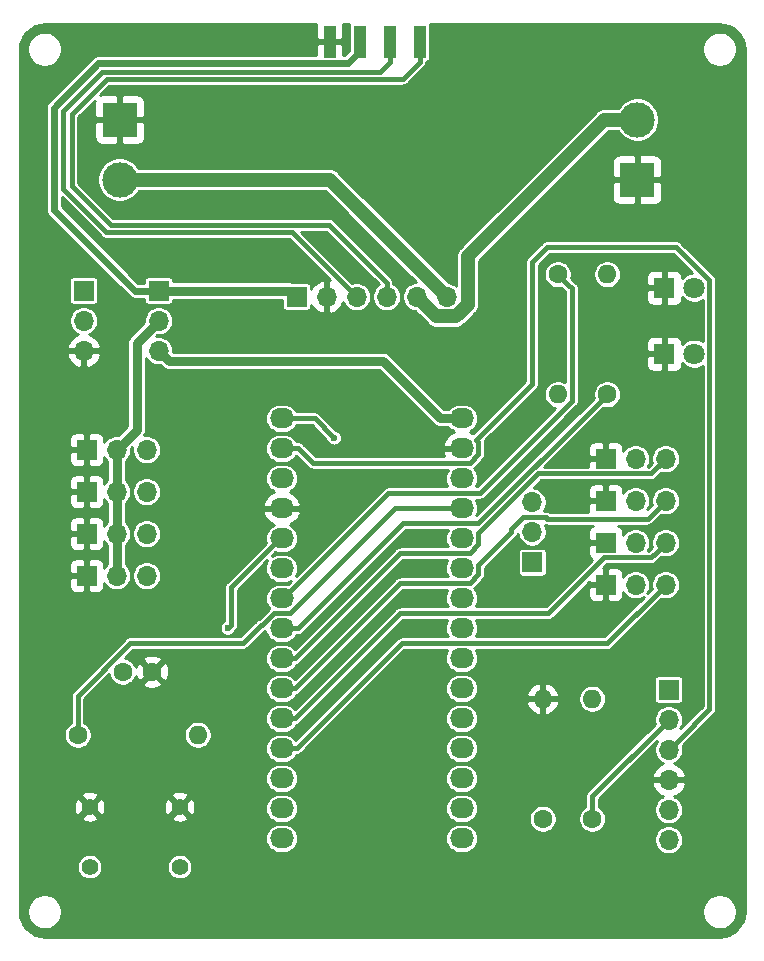
<source format=gbr>
G04 #@! TF.GenerationSoftware,KiCad,Pcbnew,(5.1.5)-3*
G04 #@! TF.CreationDate,2020-01-13T17:27:10+01:00*
G04 #@! TF.ProjectId,MPPT PCB,4d505054-2050-4434-922e-6b696361645f,rev?*
G04 #@! TF.SameCoordinates,Original*
G04 #@! TF.FileFunction,Copper,L2,Bot*
G04 #@! TF.FilePolarity,Positive*
%FSLAX46Y46*%
G04 Gerber Fmt 4.6, Leading zero omitted, Abs format (unit mm)*
G04 Created by KiCad (PCBNEW (5.1.5)-3) date 2020-01-13 17:27:10*
%MOMM*%
%LPD*%
G04 APERTURE LIST*
%ADD10R,1.020000X2.670000*%
%ADD11O,2.032000X1.727200*%
%ADD12C,1.600000*%
%ADD13C,1.800000*%
%ADD14R,1.800000X1.800000*%
%ADD15R,1.700000X1.700000*%
%ADD16O,1.700000X1.700000*%
%ADD17C,3.000000*%
%ADD18R,3.000000X3.000000*%
%ADD19O,1.600000X1.600000*%
%ADD20C,1.397000*%
%ADD21C,0.600000*%
%ADD22C,0.400000*%
%ADD23C,0.800000*%
%ADD24C,0.600000*%
%ADD25C,1.200000*%
%ADD26C,0.254000*%
G04 APERTURE END LIST*
D10*
X143510000Y-39370000D03*
X148590000Y-39370000D03*
X151130000Y-39370000D03*
X146050000Y-39370000D03*
D11*
X139446000Y-71247000D03*
X139446000Y-73787000D03*
X139446000Y-76327000D03*
X139446000Y-78867000D03*
X139446000Y-81407000D03*
X139446000Y-83947000D03*
X139446000Y-86487000D03*
X139446000Y-89027000D03*
X139446000Y-91567000D03*
X139446000Y-94107000D03*
X139446000Y-96647000D03*
X139446000Y-99187000D03*
X139446000Y-101727000D03*
X139446000Y-104267000D03*
X139446000Y-106807000D03*
X154686000Y-71247000D03*
X154686000Y-73787000D03*
X154686000Y-76327000D03*
X154686000Y-78867000D03*
X154686000Y-81407000D03*
X154686000Y-83947000D03*
X154686000Y-86487000D03*
X154686000Y-89027000D03*
X154686000Y-91567000D03*
X154686000Y-94107000D03*
X154686000Y-96647000D03*
X154686000Y-99187000D03*
X154686000Y-101727000D03*
X154686000Y-104267000D03*
X154686000Y-106807000D03*
D12*
X125984000Y-92710000D03*
X128484000Y-92710000D03*
D13*
X174371000Y-65786000D03*
D14*
X171831000Y-65786000D03*
X171831000Y-60198000D03*
D13*
X174371000Y-60198000D03*
D15*
X122936000Y-84582000D03*
D16*
X125476000Y-84582000D03*
X128016000Y-84582000D03*
D15*
X122936000Y-77470000D03*
D16*
X125476000Y-77470000D03*
X128016000Y-77470000D03*
X153416000Y-60960000D03*
X150876000Y-60960000D03*
X148336000Y-60960000D03*
X145796000Y-60960000D03*
X143256000Y-60960000D03*
D15*
X140716000Y-60960000D03*
D17*
X125730000Y-51054000D03*
D18*
X125730000Y-45974000D03*
D16*
X128016000Y-81026000D03*
X125476000Y-81026000D03*
D15*
X122936000Y-81026000D03*
X122936000Y-73914000D03*
D16*
X125476000Y-73914000D03*
X128016000Y-73914000D03*
D18*
X169545000Y-51054000D03*
D17*
X169545000Y-45974000D03*
D15*
X172212000Y-94234000D03*
D16*
X172212000Y-96774000D03*
X172212000Y-99314000D03*
X172212000Y-101854000D03*
X172212000Y-104394000D03*
X172212000Y-106934000D03*
X171958000Y-85344000D03*
X169418000Y-85344000D03*
D15*
X166878000Y-85344000D03*
X166878000Y-78232000D03*
D16*
X169418000Y-78232000D03*
X171958000Y-78232000D03*
D15*
X166878000Y-74676000D03*
D16*
X169418000Y-74676000D03*
X171958000Y-74676000D03*
X171958000Y-81788000D03*
X169418000Y-81788000D03*
D15*
X166878000Y-81788000D03*
D16*
X129032000Y-65532000D03*
X129032000Y-62992000D03*
D15*
X129032000Y-60452000D03*
D19*
X165735000Y-94996000D03*
D12*
X165735000Y-105156000D03*
X161544000Y-105156000D03*
D19*
X161544000Y-94996000D03*
X162814000Y-69215000D03*
D12*
X162814000Y-59055000D03*
X167005000Y-69215000D03*
D19*
X167005000Y-59055000D03*
X132334000Y-98044000D03*
D12*
X122174000Y-98044000D03*
D20*
X130810000Y-104140000D03*
X130810000Y-109220000D03*
X123190000Y-104140000D03*
X123190000Y-109220000D03*
D15*
X122682000Y-60452000D03*
D16*
X122682000Y-62992000D03*
X122682000Y-65532000D03*
D15*
X160655000Y-83439000D03*
D16*
X160655000Y-80899000D03*
X160655000Y-78359000D03*
D21*
X143891000Y-72898000D03*
X134874000Y-89027000D03*
X151638000Y-59182000D03*
X150114000Y-57658000D03*
X148717000Y-56261000D03*
X147193000Y-54737000D03*
X145542000Y-53086000D03*
X144018000Y-51562000D03*
X142494000Y-51054000D03*
X140589000Y-51054000D03*
X138684000Y-51054000D03*
X136906000Y-51054000D03*
X134874000Y-51054000D03*
X132842000Y-51054000D03*
X130810000Y-51054000D03*
X128778000Y-51054000D03*
X160020000Y-52705000D03*
X158496000Y-54229000D03*
X156845000Y-55880000D03*
X155194000Y-57531000D03*
X155194000Y-59690000D03*
X155194000Y-61624002D03*
X153670000Y-62610001D03*
X151725999Y-61809999D03*
X161321750Y-51403250D03*
X162623500Y-50101500D03*
X163925250Y-48799750D03*
X165290500Y-47434500D03*
X166687500Y-46037500D03*
D22*
X122174000Y-96912630D02*
X122174000Y-98044000D01*
X122174000Y-94743998D02*
X122174000Y-96912630D01*
X126620998Y-90297000D02*
X122174000Y-94743998D01*
X136144000Y-90297000D02*
X126620998Y-90297000D01*
X149018194Y-78867000D02*
X140121804Y-87763390D01*
X154686000Y-78867000D02*
X149018194Y-78867000D01*
X140121804Y-87763390D02*
X138770196Y-87763390D01*
X137760586Y-88773000D02*
X137668000Y-88773000D01*
X138770196Y-87763390D02*
X137760586Y-88773000D01*
X137668000Y-88773000D02*
X136144000Y-90297000D01*
D23*
X140208000Y-60452000D02*
X140716000Y-60960000D01*
X129032000Y-60452000D02*
X140208000Y-60452000D01*
D24*
X145039999Y-41205001D02*
X146050000Y-40195000D01*
X127000000Y-60452000D02*
X120142000Y-53594000D01*
X146050000Y-40195000D02*
X146050000Y-39370000D01*
X120142000Y-53594000D02*
X120142000Y-44958000D01*
X129032000Y-60452000D02*
X127000000Y-60452000D01*
X120142000Y-44958000D02*
X123894999Y-41205001D01*
X123894999Y-41205001D02*
X145039999Y-41205001D01*
D22*
X142240000Y-71247000D02*
X139446000Y-71247000D01*
X143891000Y-72898000D02*
X142240000Y-71247000D01*
X173061999Y-98464001D02*
X172212000Y-99314000D01*
X154010196Y-75050610D02*
X155361804Y-75050610D01*
X160655000Y-68326000D02*
X160655000Y-58039000D01*
X153970293Y-75010707D02*
X154010196Y-75050610D01*
X155909707Y-73071293D02*
X160655000Y-68326000D01*
X153930390Y-75050610D02*
X153970293Y-75010707D01*
X175671001Y-95854999D02*
X173061999Y-98464001D01*
X142125610Y-75050610D02*
X153930390Y-75050610D01*
X161925000Y-56769000D02*
X172866002Y-56769000D01*
X140862000Y-73787000D02*
X142125610Y-75050610D01*
X175671001Y-59573999D02*
X175671001Y-95854999D01*
X155361804Y-75050610D02*
X156102010Y-74310404D01*
X156102010Y-73263596D02*
X155909707Y-73071293D01*
X156102010Y-74310404D02*
X156102010Y-73263596D01*
X160655000Y-58039000D02*
X161925000Y-56769000D01*
X139446000Y-73787000D02*
X140862000Y-73787000D01*
X172866002Y-56769000D02*
X175671001Y-59573999D01*
X139293600Y-81407000D02*
X139446000Y-81407000D01*
X135173999Y-85526601D02*
X139293600Y-81407000D01*
X135173999Y-88727001D02*
X135173999Y-85526601D01*
X134874000Y-89027000D02*
X135173999Y-88727001D01*
X163613999Y-59854999D02*
X162814000Y-59055000D01*
X164014001Y-60255001D02*
X163613999Y-59854999D01*
X156214392Y-77590610D02*
X164014001Y-69791001D01*
X148494790Y-77590610D02*
X156214392Y-77590610D01*
X139598400Y-86487000D02*
X148494790Y-77590610D01*
X164014001Y-69791001D02*
X164014001Y-60255001D01*
X139446000Y-86487000D02*
X139598400Y-86487000D01*
X166205001Y-70014999D02*
X167005000Y-69215000D01*
X156089390Y-80130610D02*
X166205001Y-70014999D01*
X149758390Y-80130610D02*
X156089390Y-80130610D01*
X140862000Y-89027000D02*
X149758390Y-80130610D01*
X139446000Y-89027000D02*
X140862000Y-89027000D01*
X170707999Y-75926001D02*
X171958000Y-74676000D01*
X161182999Y-75926001D02*
X170707999Y-75926001D01*
X156102010Y-81930404D02*
X156102010Y-81006990D01*
X140589000Y-91567000D02*
X149472610Y-82683390D01*
X139446000Y-91567000D02*
X140589000Y-91567000D01*
X149472610Y-82683390D02*
X154425610Y-82683390D01*
X154425610Y-82683390D02*
X154438390Y-82670610D01*
X154438390Y-82670610D02*
X155361804Y-82670610D01*
X156102010Y-81006990D02*
X161182999Y-75926001D01*
X155361804Y-82670610D02*
X156102010Y-81930404D01*
X170434000Y-79756000D02*
X171958000Y-78232000D01*
X161925000Y-79756000D02*
X170434000Y-79756000D01*
X161817999Y-79648999D02*
X161925000Y-79756000D01*
X158877000Y-80899000D02*
X158877000Y-80645000D01*
X140589000Y-94107000D02*
X149472610Y-85223390D01*
X159873001Y-79648999D02*
X161817999Y-79648999D01*
X156102010Y-83673990D02*
X158877000Y-80899000D01*
X139446000Y-94107000D02*
X140589000Y-94107000D01*
X149472610Y-85223390D02*
X154552610Y-85223390D01*
X154552610Y-85223390D02*
X154565390Y-85210610D01*
X158877000Y-80645000D02*
X159873001Y-79648999D01*
X154565390Y-85210610D02*
X155361804Y-85210610D01*
X156102010Y-84470404D02*
X156102010Y-83673990D01*
X155361804Y-85210610D02*
X156102010Y-84470404D01*
X171108001Y-82637999D02*
X171958000Y-81788000D01*
X139446000Y-96647000D02*
X140589000Y-96647000D01*
X140589000Y-96647000D02*
X149472610Y-87763390D01*
X149472610Y-87763390D02*
X162038608Y-87763390D01*
X162038608Y-87763390D02*
X166763997Y-83038001D01*
X166763997Y-83038001D02*
X170707999Y-83038001D01*
X170707999Y-83038001D02*
X171108001Y-82637999D01*
X166998610Y-90303390D02*
X171958000Y-85344000D01*
X149599610Y-90303390D02*
X166998610Y-90303390D01*
X139446000Y-99187000D02*
X140716000Y-99187000D01*
X140716000Y-99187000D02*
X149599610Y-90303390D01*
D23*
X152870000Y-71247000D02*
X154686000Y-71247000D01*
X148004999Y-66381999D02*
X152870000Y-71247000D01*
X129881999Y-66381999D02*
X148004999Y-66381999D01*
X129032000Y-65532000D02*
X129881999Y-66381999D01*
D22*
X140300011Y-55464011D02*
X124552011Y-55464011D01*
X145796000Y-60960000D02*
X140300011Y-55464011D01*
X124552011Y-55464011D02*
X120904000Y-51816000D01*
X148590000Y-41105000D02*
X148590000Y-39370000D01*
X124210989Y-41905011D02*
X147789989Y-41905011D01*
X147789989Y-41905011D02*
X148590000Y-41105000D01*
X120904000Y-51816000D02*
X120904000Y-45212000D01*
X120904000Y-45212000D02*
X124210989Y-41905011D01*
X149729980Y-42505020D02*
X151130000Y-41105000D01*
X121666000Y-45466000D02*
X124626980Y-42505020D01*
X121666000Y-51562000D02*
X121666000Y-45466000D01*
X124968000Y-54864000D02*
X121666000Y-51562000D01*
X151130000Y-41105000D02*
X151130000Y-39370000D01*
X148336000Y-60960000D02*
X148336000Y-59757919D01*
X143442081Y-54864000D02*
X124968000Y-54864000D01*
X124626980Y-42505020D02*
X149729980Y-42505020D01*
X148336000Y-59757919D02*
X143442081Y-54864000D01*
D23*
X127166001Y-72223999D02*
X125476000Y-73914000D01*
X129032000Y-62992000D02*
X127166001Y-64857999D01*
X127166001Y-64857999D02*
X127166001Y-72223999D01*
X125476000Y-73914000D02*
X125476000Y-77470000D01*
X125476000Y-77470000D02*
X125476000Y-81026000D01*
X125476000Y-81026000D02*
X125476000Y-84582000D01*
D25*
X151638000Y-59182000D02*
X153416000Y-60960000D01*
X150114000Y-57658000D02*
X151638000Y-59182000D01*
X148717000Y-56261000D02*
X150114000Y-57658000D01*
X147193000Y-54737000D02*
X148717000Y-56261000D01*
X145542000Y-53086000D02*
X147193000Y-54737000D01*
X144018000Y-51562000D02*
X145542000Y-53086000D01*
X144018000Y-51562000D02*
X143510000Y-51054000D01*
X143510000Y-51054000D02*
X142240000Y-51054000D01*
X142240000Y-51054000D02*
X140335000Y-51054000D01*
X140335000Y-51054000D02*
X138684000Y-51054000D01*
X138684000Y-51054000D02*
X137033000Y-51054000D01*
X137033000Y-51054000D02*
X135255000Y-51054000D01*
X135255000Y-51054000D02*
X133223000Y-51054000D01*
X133223000Y-51054000D02*
X131064000Y-51054000D01*
X131064000Y-51054000D02*
X129032000Y-51054000D01*
X129032000Y-51054000D02*
X125730000Y-51054000D01*
X151725999Y-61809999D02*
X151725999Y-61809999D01*
X152526001Y-62610001D02*
X151725999Y-61809999D01*
X154208001Y-62610001D02*
X153670000Y-62610001D01*
X155194000Y-61624002D02*
X155194000Y-61624002D01*
X155194000Y-57531000D02*
X155194000Y-57531000D01*
X160020000Y-52705000D02*
X158496000Y-54229000D01*
X158496000Y-54229000D02*
X156845000Y-55880000D01*
X156845000Y-55880000D02*
X155194000Y-57531000D01*
X155194000Y-57531000D02*
X155194000Y-59690000D01*
X155194000Y-59690000D02*
X155194000Y-61624002D01*
X155194000Y-61624002D02*
X154208001Y-62610001D01*
X153670000Y-62610001D02*
X152526001Y-62610001D01*
X151725999Y-61809999D02*
X150876000Y-60960000D01*
X166751000Y-45974000D02*
X169545000Y-45974000D01*
X160020000Y-52705000D02*
X166751000Y-45974000D01*
D22*
X165735000Y-103251000D02*
X172212000Y-96774000D01*
X165735000Y-105156000D02*
X165735000Y-103251000D01*
D26*
G36*
X142374188Y-37910518D02*
G01*
X142361928Y-38035000D01*
X142365000Y-39084250D01*
X142523750Y-39243000D01*
X143383000Y-39243000D01*
X143383000Y-39223000D01*
X143637000Y-39223000D01*
X143637000Y-39243000D01*
X144496250Y-39243000D01*
X144655000Y-39084250D01*
X144658072Y-38035000D01*
X144645812Y-37910518D01*
X144641408Y-37896000D01*
X145184021Y-37896000D01*
X145164513Y-37960311D01*
X145157157Y-38035000D01*
X145157157Y-40124764D01*
X144757921Y-40524001D01*
X144657542Y-40524001D01*
X144655000Y-39655750D01*
X144496250Y-39497000D01*
X143637000Y-39497000D01*
X143637000Y-39517000D01*
X143383000Y-39517000D01*
X143383000Y-39497000D01*
X142523750Y-39497000D01*
X142365000Y-39655750D01*
X142362458Y-40524001D01*
X123928451Y-40524001D01*
X123894998Y-40520706D01*
X123776191Y-40532408D01*
X123761500Y-40533855D01*
X123633131Y-40572795D01*
X123514825Y-40636031D01*
X123411129Y-40721131D01*
X123389799Y-40747122D01*
X119684122Y-44452800D01*
X119658131Y-44474130D01*
X119573031Y-44577826D01*
X119540115Y-44639407D01*
X119509795Y-44696132D01*
X119470854Y-44824502D01*
X119457705Y-44958000D01*
X119461001Y-44991463D01*
X119461000Y-53560547D01*
X119457705Y-53594000D01*
X119466309Y-53681350D01*
X119470854Y-53727498D01*
X119509794Y-53855867D01*
X119573030Y-53974173D01*
X119658130Y-54077869D01*
X119684122Y-54099200D01*
X126494800Y-60909879D01*
X126516130Y-60935870D01*
X126612052Y-61014590D01*
X126619826Y-61020970D01*
X126738131Y-61084206D01*
X126866501Y-61123146D01*
X127000000Y-61136295D01*
X127033453Y-61133000D01*
X127799157Y-61133000D01*
X127799157Y-61302000D01*
X127806513Y-61376689D01*
X127828299Y-61448508D01*
X127863678Y-61514696D01*
X127911289Y-61572711D01*
X127969304Y-61620322D01*
X128035492Y-61655701D01*
X128107311Y-61677487D01*
X128182000Y-61684843D01*
X129882000Y-61684843D01*
X129956689Y-61677487D01*
X130028508Y-61655701D01*
X130094696Y-61620322D01*
X130152711Y-61572711D01*
X130200322Y-61514696D01*
X130235701Y-61448508D01*
X130257487Y-61376689D01*
X130264843Y-61302000D01*
X130264843Y-61233000D01*
X139483157Y-61233000D01*
X139483157Y-61810000D01*
X139490513Y-61884689D01*
X139512299Y-61956508D01*
X139547678Y-62022696D01*
X139595289Y-62080711D01*
X139653304Y-62128322D01*
X139719492Y-62163701D01*
X139791311Y-62185487D01*
X139866000Y-62192843D01*
X141566000Y-62192843D01*
X141640689Y-62185487D01*
X141712508Y-62163701D01*
X141778696Y-62128322D01*
X141836711Y-62080711D01*
X141884322Y-62022696D01*
X141919701Y-61956508D01*
X141941487Y-61884689D01*
X141948843Y-61810000D01*
X141948843Y-61653367D01*
X142060822Y-61841355D01*
X142255731Y-62057588D01*
X142489080Y-62231641D01*
X142751901Y-62356825D01*
X142899110Y-62401476D01*
X143129000Y-62280155D01*
X143129000Y-61087000D01*
X143109000Y-61087000D01*
X143109000Y-60833000D01*
X143129000Y-60833000D01*
X143129000Y-59639845D01*
X142899110Y-59518524D01*
X142751901Y-59563175D01*
X142489080Y-59688359D01*
X142255731Y-59862412D01*
X142060822Y-60078645D01*
X141948843Y-60266633D01*
X141948843Y-60110000D01*
X141941487Y-60035311D01*
X141919701Y-59963492D01*
X141884322Y-59897304D01*
X141836711Y-59839289D01*
X141778696Y-59791678D01*
X141712508Y-59756299D01*
X141640689Y-59734513D01*
X141566000Y-59727157D01*
X140508691Y-59727157D01*
X140508322Y-59726960D01*
X140361103Y-59682301D01*
X140246360Y-59671000D01*
X140246357Y-59671000D01*
X140208000Y-59667222D01*
X140169643Y-59671000D01*
X130264843Y-59671000D01*
X130264843Y-59602000D01*
X130257487Y-59527311D01*
X130235701Y-59455492D01*
X130200322Y-59389304D01*
X130152711Y-59331289D01*
X130094696Y-59283678D01*
X130028508Y-59248299D01*
X129956689Y-59226513D01*
X129882000Y-59219157D01*
X128182000Y-59219157D01*
X128107311Y-59226513D01*
X128035492Y-59248299D01*
X127969304Y-59283678D01*
X127911289Y-59331289D01*
X127863678Y-59389304D01*
X127828299Y-59455492D01*
X127806513Y-59527311D01*
X127799157Y-59602000D01*
X127799157Y-59771000D01*
X127282079Y-59771000D01*
X120823000Y-53311922D01*
X120823000Y-52556657D01*
X124120998Y-55854656D01*
X124139194Y-55876828D01*
X124214252Y-55938426D01*
X124227663Y-55949432D01*
X124328596Y-56003382D01*
X124438115Y-56036604D01*
X124552011Y-56047822D01*
X124580551Y-56045011D01*
X140059354Y-56045011D01*
X143560509Y-59546167D01*
X143383000Y-59639845D01*
X143383000Y-60833000D01*
X143403000Y-60833000D01*
X143403000Y-61087000D01*
X143383000Y-61087000D01*
X143383000Y-62280155D01*
X143612890Y-62401476D01*
X143760099Y-62356825D01*
X144022920Y-62231641D01*
X144256269Y-62057588D01*
X144451178Y-61841355D01*
X144600157Y-61591252D01*
X144657772Y-61428832D01*
X144705102Y-61543097D01*
X144839820Y-61744717D01*
X145011283Y-61916180D01*
X145212903Y-62050898D01*
X145436931Y-62143693D01*
X145674757Y-62191000D01*
X145917243Y-62191000D01*
X146155069Y-62143693D01*
X146379097Y-62050898D01*
X146580717Y-61916180D01*
X146752180Y-61744717D01*
X146886898Y-61543097D01*
X146979693Y-61319069D01*
X147027000Y-61081243D01*
X147027000Y-60838757D01*
X146979693Y-60600931D01*
X146886898Y-60376903D01*
X146752180Y-60175283D01*
X146580717Y-60003820D01*
X146379097Y-59869102D01*
X146155069Y-59776307D01*
X145917243Y-59729000D01*
X145674757Y-59729000D01*
X145436931Y-59776307D01*
X145434834Y-59777176D01*
X141102657Y-55445000D01*
X143201424Y-55445000D01*
X147676545Y-59920122D01*
X147551283Y-60003820D01*
X147379820Y-60175283D01*
X147245102Y-60376903D01*
X147152307Y-60600931D01*
X147105000Y-60838757D01*
X147105000Y-61081243D01*
X147152307Y-61319069D01*
X147245102Y-61543097D01*
X147379820Y-61744717D01*
X147551283Y-61916180D01*
X147752903Y-62050898D01*
X147976931Y-62143693D01*
X148214757Y-62191000D01*
X148457243Y-62191000D01*
X148695069Y-62143693D01*
X148919097Y-62050898D01*
X149120717Y-61916180D01*
X149292180Y-61744717D01*
X149426898Y-61543097D01*
X149519693Y-61319069D01*
X149567000Y-61081243D01*
X149567000Y-60838757D01*
X149519693Y-60600931D01*
X149426898Y-60376903D01*
X149292180Y-60175283D01*
X149120717Y-60003820D01*
X148919097Y-59869102D01*
X148917000Y-59868233D01*
X148917000Y-59786459D01*
X148919811Y-59757919D01*
X148908593Y-59644023D01*
X148875371Y-59534504D01*
X148821421Y-59433571D01*
X148813558Y-59423990D01*
X148748817Y-59345102D01*
X148726645Y-59326906D01*
X143873098Y-54473360D01*
X143854898Y-54451183D01*
X143766429Y-54378579D01*
X143665496Y-54324629D01*
X143555977Y-54291407D01*
X143470621Y-54283000D01*
X143442081Y-54280189D01*
X143413541Y-54283000D01*
X125208658Y-54283000D01*
X122247000Y-51321343D01*
X122247000Y-50868738D01*
X123849000Y-50868738D01*
X123849000Y-51239262D01*
X123921286Y-51602667D01*
X124063080Y-51944987D01*
X124268932Y-52253067D01*
X124530933Y-52515068D01*
X124839013Y-52720920D01*
X125181333Y-52862714D01*
X125544738Y-52935000D01*
X125915262Y-52935000D01*
X126278667Y-52862714D01*
X126620987Y-52720920D01*
X126929067Y-52515068D01*
X127191068Y-52253067D01*
X127336775Y-52035000D01*
X143103658Y-52035000D01*
X143290251Y-52221593D01*
X143290255Y-52221598D01*
X144814255Y-53745598D01*
X146533401Y-55464745D01*
X146533407Y-55464750D01*
X150797657Y-59729000D01*
X150754757Y-59729000D01*
X150516931Y-59776307D01*
X150292903Y-59869102D01*
X150091283Y-60003820D01*
X149919820Y-60175283D01*
X149785102Y-60376903D01*
X149692307Y-60600931D01*
X149645000Y-60838757D01*
X149645000Y-61081243D01*
X149692307Y-61319069D01*
X149785102Y-61543097D01*
X149919820Y-61744717D01*
X150091283Y-61916180D01*
X150292903Y-62050898D01*
X150516931Y-62143693D01*
X150710941Y-62182284D01*
X150998253Y-62469597D01*
X151028971Y-62507027D01*
X151066405Y-62537749D01*
X151798255Y-63269599D01*
X151828973Y-63307029D01*
X151866402Y-63337746D01*
X151978350Y-63429619D01*
X152148772Y-63520712D01*
X152333691Y-63576806D01*
X152526001Y-63595747D01*
X152574187Y-63591001D01*
X154159815Y-63591001D01*
X154208001Y-63595747D01*
X154256187Y-63591001D01*
X154256188Y-63591001D01*
X154400311Y-63576806D01*
X154585230Y-63520712D01*
X154755652Y-63429619D01*
X154905029Y-63307029D01*
X154935751Y-63269594D01*
X155853593Y-62351752D01*
X155891028Y-62321030D01*
X156013618Y-62171653D01*
X156104711Y-62001231D01*
X156160805Y-61816312D01*
X156175000Y-61672189D01*
X156179746Y-61624002D01*
X156175000Y-61575815D01*
X156175000Y-57937343D01*
X157572745Y-56539599D01*
X157572749Y-56539594D01*
X159223745Y-54888599D01*
X159223750Y-54888593D01*
X161558343Y-52554000D01*
X167406928Y-52554000D01*
X167419188Y-52678482D01*
X167455498Y-52798180D01*
X167514463Y-52908494D01*
X167593815Y-53005185D01*
X167690506Y-53084537D01*
X167800820Y-53143502D01*
X167920518Y-53179812D01*
X168045000Y-53192072D01*
X169259250Y-53189000D01*
X169418000Y-53030250D01*
X169418000Y-51181000D01*
X169672000Y-51181000D01*
X169672000Y-53030250D01*
X169830750Y-53189000D01*
X171045000Y-53192072D01*
X171169482Y-53179812D01*
X171289180Y-53143502D01*
X171399494Y-53084537D01*
X171496185Y-53005185D01*
X171575537Y-52908494D01*
X171634502Y-52798180D01*
X171670812Y-52678482D01*
X171683072Y-52554000D01*
X171680000Y-51339750D01*
X171521250Y-51181000D01*
X169672000Y-51181000D01*
X169418000Y-51181000D01*
X167568750Y-51181000D01*
X167410000Y-51339750D01*
X167406928Y-52554000D01*
X161558343Y-52554000D01*
X164558343Y-49554000D01*
X167406928Y-49554000D01*
X167410000Y-50768250D01*
X167568750Y-50927000D01*
X169418000Y-50927000D01*
X169418000Y-49077750D01*
X169672000Y-49077750D01*
X169672000Y-50927000D01*
X171521250Y-50927000D01*
X171680000Y-50768250D01*
X171683072Y-49554000D01*
X171670812Y-49429518D01*
X171634502Y-49309820D01*
X171575537Y-49199506D01*
X171496185Y-49102815D01*
X171399494Y-49023463D01*
X171289180Y-48964498D01*
X171169482Y-48928188D01*
X171045000Y-48915928D01*
X169830750Y-48919000D01*
X169672000Y-49077750D01*
X169418000Y-49077750D01*
X169259250Y-48919000D01*
X168045000Y-48915928D01*
X167920518Y-48928188D01*
X167800820Y-48964498D01*
X167690506Y-49023463D01*
X167593815Y-49102815D01*
X167514463Y-49199506D01*
X167455498Y-49309820D01*
X167419188Y-49429518D01*
X167406928Y-49554000D01*
X164558343Y-49554000D01*
X167157343Y-46955000D01*
X167938225Y-46955000D01*
X168083932Y-47173067D01*
X168345933Y-47435068D01*
X168654013Y-47640920D01*
X168996333Y-47782714D01*
X169359738Y-47855000D01*
X169730262Y-47855000D01*
X170093667Y-47782714D01*
X170435987Y-47640920D01*
X170744067Y-47435068D01*
X171006068Y-47173067D01*
X171211920Y-46864987D01*
X171353714Y-46522667D01*
X171426000Y-46159262D01*
X171426000Y-45788738D01*
X171353714Y-45425333D01*
X171211920Y-45083013D01*
X171006068Y-44774933D01*
X170744067Y-44512932D01*
X170435987Y-44307080D01*
X170093667Y-44165286D01*
X169730262Y-44093000D01*
X169359738Y-44093000D01*
X168996333Y-44165286D01*
X168654013Y-44307080D01*
X168345933Y-44512932D01*
X168083932Y-44774933D01*
X167938225Y-44993000D01*
X166799183Y-44993000D01*
X166750999Y-44988254D01*
X166702815Y-44993000D01*
X166702813Y-44993000D01*
X166558690Y-45007195D01*
X166373771Y-45063289D01*
X166203349Y-45154382D01*
X166053972Y-45276972D01*
X166023250Y-45314407D01*
X157836407Y-53501250D01*
X157836401Y-53501255D01*
X156185406Y-55152251D01*
X156185401Y-55152255D01*
X154534407Y-56803250D01*
X154496972Y-56833972D01*
X154374382Y-56983349D01*
X154283289Y-57153771D01*
X154227195Y-57338690D01*
X154208254Y-57531000D01*
X154213000Y-57579187D01*
X154213001Y-59641804D01*
X154213000Y-59641814D01*
X154213000Y-60016103D01*
X154200717Y-60003820D01*
X153999097Y-59869102D01*
X153775069Y-59776307D01*
X153581059Y-59737716D01*
X147920750Y-54077407D01*
X147920745Y-54077401D01*
X146201598Y-52358255D01*
X144677598Y-50834255D01*
X144677593Y-50834251D01*
X144237750Y-50394408D01*
X144207028Y-50356972D01*
X144057651Y-50234382D01*
X143887229Y-50143289D01*
X143702310Y-50087195D01*
X143558187Y-50073000D01*
X143558186Y-50073000D01*
X143510000Y-50068254D01*
X143461814Y-50073000D01*
X127336775Y-50073000D01*
X127191068Y-49854933D01*
X126929067Y-49592932D01*
X126620987Y-49387080D01*
X126278667Y-49245286D01*
X125915262Y-49173000D01*
X125544738Y-49173000D01*
X125181333Y-49245286D01*
X124839013Y-49387080D01*
X124530933Y-49592932D01*
X124268932Y-49854933D01*
X124063080Y-50163013D01*
X123921286Y-50505333D01*
X123849000Y-50868738D01*
X122247000Y-50868738D01*
X122247000Y-47474000D01*
X123591928Y-47474000D01*
X123604188Y-47598482D01*
X123640498Y-47718180D01*
X123699463Y-47828494D01*
X123778815Y-47925185D01*
X123875506Y-48004537D01*
X123985820Y-48063502D01*
X124105518Y-48099812D01*
X124230000Y-48112072D01*
X125444250Y-48109000D01*
X125603000Y-47950250D01*
X125603000Y-46101000D01*
X125857000Y-46101000D01*
X125857000Y-47950250D01*
X126015750Y-48109000D01*
X127230000Y-48112072D01*
X127354482Y-48099812D01*
X127474180Y-48063502D01*
X127584494Y-48004537D01*
X127681185Y-47925185D01*
X127760537Y-47828494D01*
X127819502Y-47718180D01*
X127855812Y-47598482D01*
X127868072Y-47474000D01*
X127865000Y-46259750D01*
X127706250Y-46101000D01*
X125857000Y-46101000D01*
X125603000Y-46101000D01*
X123753750Y-46101000D01*
X123595000Y-46259750D01*
X123591928Y-47474000D01*
X122247000Y-47474000D01*
X122247000Y-45706657D01*
X123604209Y-44349448D01*
X123604188Y-44349518D01*
X123591928Y-44474000D01*
X123595000Y-45688250D01*
X123753750Y-45847000D01*
X125603000Y-45847000D01*
X125603000Y-43997750D01*
X125857000Y-43997750D01*
X125857000Y-45847000D01*
X127706250Y-45847000D01*
X127865000Y-45688250D01*
X127868072Y-44474000D01*
X127855812Y-44349518D01*
X127819502Y-44229820D01*
X127760537Y-44119506D01*
X127681185Y-44022815D01*
X127584494Y-43943463D01*
X127474180Y-43884498D01*
X127354482Y-43848188D01*
X127230000Y-43835928D01*
X126015750Y-43839000D01*
X125857000Y-43997750D01*
X125603000Y-43997750D01*
X125444250Y-43839000D01*
X124230000Y-43835928D01*
X124105518Y-43848188D01*
X124105449Y-43848209D01*
X124867638Y-43086020D01*
X149701440Y-43086020D01*
X149729980Y-43088831D01*
X149758520Y-43086020D01*
X149843876Y-43077613D01*
X149953395Y-43044391D01*
X150054328Y-42990441D01*
X150142797Y-42917837D01*
X150160997Y-42895660D01*
X151520646Y-41536012D01*
X151542817Y-41517817D01*
X151615421Y-41429348D01*
X151669371Y-41328415D01*
X151702593Y-41218896D01*
X151711000Y-41133540D01*
X151711000Y-41133538D01*
X151713811Y-41105001D01*
X151711428Y-41080808D01*
X151714689Y-41080487D01*
X151786508Y-41058701D01*
X151852696Y-41023322D01*
X151910711Y-40975711D01*
X151958322Y-40917696D01*
X151993701Y-40851508D01*
X152015487Y-40779689D01*
X152022843Y-40705000D01*
X152022843Y-39859134D01*
X175049000Y-39859134D01*
X175049000Y-40150866D01*
X175105914Y-40436992D01*
X175217555Y-40706517D01*
X175379632Y-40949083D01*
X175585917Y-41155368D01*
X175828483Y-41317445D01*
X176098008Y-41429086D01*
X176384134Y-41486000D01*
X176675866Y-41486000D01*
X176961992Y-41429086D01*
X177231517Y-41317445D01*
X177474083Y-41155368D01*
X177680368Y-40949083D01*
X177842445Y-40706517D01*
X177954086Y-40436992D01*
X178011000Y-40150866D01*
X178011000Y-39859134D01*
X177954086Y-39573008D01*
X177842445Y-39303483D01*
X177680368Y-39060917D01*
X177474083Y-38854632D01*
X177231517Y-38692555D01*
X176961992Y-38580914D01*
X176675866Y-38524000D01*
X176384134Y-38524000D01*
X176098008Y-38580914D01*
X175828483Y-38692555D01*
X175585917Y-38854632D01*
X175379632Y-39060917D01*
X175217555Y-39303483D01*
X175105914Y-39573008D01*
X175049000Y-39859134D01*
X152022843Y-39859134D01*
X152022843Y-38035000D01*
X152015487Y-37960311D01*
X151995979Y-37896000D01*
X176508921Y-37896000D01*
X176939238Y-37938193D01*
X177332893Y-38057044D01*
X177695957Y-38250089D01*
X178014615Y-38509979D01*
X178276728Y-38826820D01*
X178472303Y-39188528D01*
X178593899Y-39581343D01*
X178639000Y-40010446D01*
X178639001Y-113008911D01*
X178596807Y-113439237D01*
X178477957Y-113832889D01*
X178284911Y-114195957D01*
X178025018Y-114514617D01*
X177708183Y-114776726D01*
X177346472Y-114972303D01*
X176953658Y-115093899D01*
X176524554Y-115139000D01*
X119401079Y-115139000D01*
X118970763Y-115096807D01*
X118577111Y-114977957D01*
X118214043Y-114784911D01*
X117895383Y-114525018D01*
X117633274Y-114208183D01*
X117437697Y-113846472D01*
X117316101Y-113453658D01*
X117271000Y-113024554D01*
X117271000Y-112884134D01*
X117899000Y-112884134D01*
X117899000Y-113175866D01*
X117955914Y-113461992D01*
X118067555Y-113731517D01*
X118229632Y-113974083D01*
X118435917Y-114180368D01*
X118678483Y-114342445D01*
X118948008Y-114454086D01*
X119234134Y-114511000D01*
X119525866Y-114511000D01*
X119811992Y-114454086D01*
X120081517Y-114342445D01*
X120324083Y-114180368D01*
X120530368Y-113974083D01*
X120692445Y-113731517D01*
X120804086Y-113461992D01*
X120861000Y-113175866D01*
X120861000Y-112884134D01*
X175049000Y-112884134D01*
X175049000Y-113175866D01*
X175105914Y-113461992D01*
X175217555Y-113731517D01*
X175379632Y-113974083D01*
X175585917Y-114180368D01*
X175828483Y-114342445D01*
X176098008Y-114454086D01*
X176384134Y-114511000D01*
X176675866Y-114511000D01*
X176961992Y-114454086D01*
X177231517Y-114342445D01*
X177474083Y-114180368D01*
X177680368Y-113974083D01*
X177842445Y-113731517D01*
X177954086Y-113461992D01*
X178011000Y-113175866D01*
X178011000Y-112884134D01*
X177954086Y-112598008D01*
X177842445Y-112328483D01*
X177680368Y-112085917D01*
X177474083Y-111879632D01*
X177231517Y-111717555D01*
X176961992Y-111605914D01*
X176675866Y-111549000D01*
X176384134Y-111549000D01*
X176098008Y-111605914D01*
X175828483Y-111717555D01*
X175585917Y-111879632D01*
X175379632Y-112085917D01*
X175217555Y-112328483D01*
X175105914Y-112598008D01*
X175049000Y-112884134D01*
X120861000Y-112884134D01*
X120804086Y-112598008D01*
X120692445Y-112328483D01*
X120530368Y-112085917D01*
X120324083Y-111879632D01*
X120081517Y-111717555D01*
X119811992Y-111605914D01*
X119525866Y-111549000D01*
X119234134Y-111549000D01*
X118948008Y-111605914D01*
X118678483Y-111717555D01*
X118435917Y-111879632D01*
X118229632Y-112085917D01*
X118067555Y-112328483D01*
X117955914Y-112598008D01*
X117899000Y-112884134D01*
X117271000Y-112884134D01*
X117271000Y-109113679D01*
X122110500Y-109113679D01*
X122110500Y-109326321D01*
X122151985Y-109534878D01*
X122233360Y-109731335D01*
X122351498Y-109908141D01*
X122501859Y-110058502D01*
X122678665Y-110176640D01*
X122875122Y-110258015D01*
X123083679Y-110299500D01*
X123296321Y-110299500D01*
X123504878Y-110258015D01*
X123701335Y-110176640D01*
X123878141Y-110058502D01*
X124028502Y-109908141D01*
X124146640Y-109731335D01*
X124228015Y-109534878D01*
X124269500Y-109326321D01*
X124269500Y-109113679D01*
X129730500Y-109113679D01*
X129730500Y-109326321D01*
X129771985Y-109534878D01*
X129853360Y-109731335D01*
X129971498Y-109908141D01*
X130121859Y-110058502D01*
X130298665Y-110176640D01*
X130495122Y-110258015D01*
X130703679Y-110299500D01*
X130916321Y-110299500D01*
X131124878Y-110258015D01*
X131321335Y-110176640D01*
X131498141Y-110058502D01*
X131648502Y-109908141D01*
X131766640Y-109731335D01*
X131848015Y-109534878D01*
X131889500Y-109326321D01*
X131889500Y-109113679D01*
X131848015Y-108905122D01*
X131766640Y-108708665D01*
X131648502Y-108531859D01*
X131498141Y-108381498D01*
X131321335Y-108263360D01*
X131124878Y-108181985D01*
X130916321Y-108140500D01*
X130703679Y-108140500D01*
X130495122Y-108181985D01*
X130298665Y-108263360D01*
X130121859Y-108381498D01*
X129971498Y-108531859D01*
X129853360Y-108708665D01*
X129771985Y-108905122D01*
X129730500Y-109113679D01*
X124269500Y-109113679D01*
X124228015Y-108905122D01*
X124146640Y-108708665D01*
X124028502Y-108531859D01*
X123878141Y-108381498D01*
X123701335Y-108263360D01*
X123504878Y-108181985D01*
X123296321Y-108140500D01*
X123083679Y-108140500D01*
X122875122Y-108181985D01*
X122678665Y-108263360D01*
X122501859Y-108381498D01*
X122351498Y-108531859D01*
X122233360Y-108708665D01*
X122151985Y-108905122D01*
X122110500Y-109113679D01*
X117271000Y-109113679D01*
X117271000Y-106807000D01*
X138042978Y-106807000D01*
X138067008Y-107050984D01*
X138138176Y-107285592D01*
X138253746Y-107501808D01*
X138409277Y-107691323D01*
X138598792Y-107846854D01*
X138815008Y-107962424D01*
X139049616Y-108033592D01*
X139232457Y-108051600D01*
X139659543Y-108051600D01*
X139842384Y-108033592D01*
X140076992Y-107962424D01*
X140293208Y-107846854D01*
X140482723Y-107691323D01*
X140638254Y-107501808D01*
X140753824Y-107285592D01*
X140824992Y-107050984D01*
X140849022Y-106807000D01*
X153282978Y-106807000D01*
X153307008Y-107050984D01*
X153378176Y-107285592D01*
X153493746Y-107501808D01*
X153649277Y-107691323D01*
X153838792Y-107846854D01*
X154055008Y-107962424D01*
X154289616Y-108033592D01*
X154472457Y-108051600D01*
X154899543Y-108051600D01*
X155082384Y-108033592D01*
X155316992Y-107962424D01*
X155533208Y-107846854D01*
X155722723Y-107691323D01*
X155878254Y-107501808D01*
X155993824Y-107285592D01*
X156064992Y-107050984D01*
X156088454Y-106812757D01*
X170981000Y-106812757D01*
X170981000Y-107055243D01*
X171028307Y-107293069D01*
X171121102Y-107517097D01*
X171255820Y-107718717D01*
X171427283Y-107890180D01*
X171628903Y-108024898D01*
X171852931Y-108117693D01*
X172090757Y-108165000D01*
X172333243Y-108165000D01*
X172571069Y-108117693D01*
X172795097Y-108024898D01*
X172996717Y-107890180D01*
X173168180Y-107718717D01*
X173302898Y-107517097D01*
X173395693Y-107293069D01*
X173443000Y-107055243D01*
X173443000Y-106812757D01*
X173395693Y-106574931D01*
X173302898Y-106350903D01*
X173168180Y-106149283D01*
X172996717Y-105977820D01*
X172795097Y-105843102D01*
X172571069Y-105750307D01*
X172333243Y-105703000D01*
X172090757Y-105703000D01*
X171852931Y-105750307D01*
X171628903Y-105843102D01*
X171427283Y-105977820D01*
X171255820Y-106149283D01*
X171121102Y-106350903D01*
X171028307Y-106574931D01*
X170981000Y-106812757D01*
X156088454Y-106812757D01*
X156089022Y-106807000D01*
X156064992Y-106563016D01*
X155993824Y-106328408D01*
X155878254Y-106112192D01*
X155722723Y-105922677D01*
X155533208Y-105767146D01*
X155316992Y-105651576D01*
X155082384Y-105580408D01*
X154899543Y-105562400D01*
X154472457Y-105562400D01*
X154289616Y-105580408D01*
X154055008Y-105651576D01*
X153838792Y-105767146D01*
X153649277Y-105922677D01*
X153493746Y-106112192D01*
X153378176Y-106328408D01*
X153307008Y-106563016D01*
X153282978Y-106807000D01*
X140849022Y-106807000D01*
X140824992Y-106563016D01*
X140753824Y-106328408D01*
X140638254Y-106112192D01*
X140482723Y-105922677D01*
X140293208Y-105767146D01*
X140076992Y-105651576D01*
X139842384Y-105580408D01*
X139659543Y-105562400D01*
X139232457Y-105562400D01*
X139049616Y-105580408D01*
X138815008Y-105651576D01*
X138598792Y-105767146D01*
X138409277Y-105922677D01*
X138253746Y-106112192D01*
X138138176Y-106328408D01*
X138067008Y-106563016D01*
X138042978Y-106807000D01*
X117271000Y-106807000D01*
X117271000Y-105060197D01*
X122449408Y-105060197D01*
X122508686Y-105293812D01*
X122746875Y-105404559D01*
X123002093Y-105466711D01*
X123264533Y-105477876D01*
X123524107Y-105437629D01*
X123770842Y-105347514D01*
X123871314Y-105293812D01*
X123930592Y-105060197D01*
X130069408Y-105060197D01*
X130128686Y-105293812D01*
X130366875Y-105404559D01*
X130622093Y-105466711D01*
X130884533Y-105477876D01*
X131144107Y-105437629D01*
X131390842Y-105347514D01*
X131491314Y-105293812D01*
X131550592Y-105060197D01*
X130810000Y-104319605D01*
X130069408Y-105060197D01*
X123930592Y-105060197D01*
X123190000Y-104319605D01*
X122449408Y-105060197D01*
X117271000Y-105060197D01*
X117271000Y-104214533D01*
X121852124Y-104214533D01*
X121892371Y-104474107D01*
X121982486Y-104720842D01*
X122036188Y-104821314D01*
X122269803Y-104880592D01*
X123010395Y-104140000D01*
X123369605Y-104140000D01*
X124110197Y-104880592D01*
X124343812Y-104821314D01*
X124454559Y-104583125D01*
X124516711Y-104327907D01*
X124521534Y-104214533D01*
X129472124Y-104214533D01*
X129512371Y-104474107D01*
X129602486Y-104720842D01*
X129656188Y-104821314D01*
X129889803Y-104880592D01*
X130630395Y-104140000D01*
X130989605Y-104140000D01*
X131730197Y-104880592D01*
X131963812Y-104821314D01*
X132074559Y-104583125D01*
X132136711Y-104327907D01*
X132139302Y-104267000D01*
X138042978Y-104267000D01*
X138067008Y-104510984D01*
X138138176Y-104745592D01*
X138253746Y-104961808D01*
X138409277Y-105151323D01*
X138598792Y-105306854D01*
X138815008Y-105422424D01*
X139049616Y-105493592D01*
X139232457Y-105511600D01*
X139659543Y-105511600D01*
X139842384Y-105493592D01*
X140076992Y-105422424D01*
X140293208Y-105306854D01*
X140482723Y-105151323D01*
X140638254Y-104961808D01*
X140753824Y-104745592D01*
X140824992Y-104510984D01*
X140849022Y-104267000D01*
X153282978Y-104267000D01*
X153307008Y-104510984D01*
X153378176Y-104745592D01*
X153493746Y-104961808D01*
X153649277Y-105151323D01*
X153838792Y-105306854D01*
X154055008Y-105422424D01*
X154289616Y-105493592D01*
X154472457Y-105511600D01*
X154899543Y-105511600D01*
X155082384Y-105493592D01*
X155316992Y-105422424D01*
X155533208Y-105306854D01*
X155722723Y-105151323D01*
X155814344Y-105039682D01*
X160363000Y-105039682D01*
X160363000Y-105272318D01*
X160408386Y-105500485D01*
X160497412Y-105715413D01*
X160626658Y-105908843D01*
X160791157Y-106073342D01*
X160984587Y-106202588D01*
X161199515Y-106291614D01*
X161427682Y-106337000D01*
X161660318Y-106337000D01*
X161888485Y-106291614D01*
X162103413Y-106202588D01*
X162296843Y-106073342D01*
X162461342Y-105908843D01*
X162590588Y-105715413D01*
X162679614Y-105500485D01*
X162725000Y-105272318D01*
X162725000Y-105039682D01*
X162679614Y-104811515D01*
X162590588Y-104596587D01*
X162461342Y-104403157D01*
X162296843Y-104238658D01*
X162103413Y-104109412D01*
X161888485Y-104020386D01*
X161660318Y-103975000D01*
X161427682Y-103975000D01*
X161199515Y-104020386D01*
X160984587Y-104109412D01*
X160791157Y-104238658D01*
X160626658Y-104403157D01*
X160497412Y-104596587D01*
X160408386Y-104811515D01*
X160363000Y-105039682D01*
X155814344Y-105039682D01*
X155878254Y-104961808D01*
X155993824Y-104745592D01*
X156064992Y-104510984D01*
X156089022Y-104267000D01*
X156064992Y-104023016D01*
X155993824Y-103788408D01*
X155878254Y-103572192D01*
X155722723Y-103382677D01*
X155533208Y-103227146D01*
X155316992Y-103111576D01*
X155082384Y-103040408D01*
X154899543Y-103022400D01*
X154472457Y-103022400D01*
X154289616Y-103040408D01*
X154055008Y-103111576D01*
X153838792Y-103227146D01*
X153649277Y-103382677D01*
X153493746Y-103572192D01*
X153378176Y-103788408D01*
X153307008Y-104023016D01*
X153282978Y-104267000D01*
X140849022Y-104267000D01*
X140824992Y-104023016D01*
X140753824Y-103788408D01*
X140638254Y-103572192D01*
X140482723Y-103382677D01*
X140293208Y-103227146D01*
X140076992Y-103111576D01*
X139842384Y-103040408D01*
X139659543Y-103022400D01*
X139232457Y-103022400D01*
X139049616Y-103040408D01*
X138815008Y-103111576D01*
X138598792Y-103227146D01*
X138409277Y-103382677D01*
X138253746Y-103572192D01*
X138138176Y-103788408D01*
X138067008Y-104023016D01*
X138042978Y-104267000D01*
X132139302Y-104267000D01*
X132147876Y-104065467D01*
X132107629Y-103805893D01*
X132017514Y-103559158D01*
X131963812Y-103458686D01*
X131730197Y-103399408D01*
X130989605Y-104140000D01*
X130630395Y-104140000D01*
X129889803Y-103399408D01*
X129656188Y-103458686D01*
X129545441Y-103696875D01*
X129483289Y-103952093D01*
X129472124Y-104214533D01*
X124521534Y-104214533D01*
X124527876Y-104065467D01*
X124487629Y-103805893D01*
X124397514Y-103559158D01*
X124343812Y-103458686D01*
X124110197Y-103399408D01*
X123369605Y-104140000D01*
X123010395Y-104140000D01*
X122269803Y-103399408D01*
X122036188Y-103458686D01*
X121925441Y-103696875D01*
X121863289Y-103952093D01*
X121852124Y-104214533D01*
X117271000Y-104214533D01*
X117271000Y-103219803D01*
X122449408Y-103219803D01*
X123190000Y-103960395D01*
X123930592Y-103219803D01*
X130069408Y-103219803D01*
X130810000Y-103960395D01*
X131550592Y-103219803D01*
X131491314Y-102986188D01*
X131253125Y-102875441D01*
X130997907Y-102813289D01*
X130735467Y-102802124D01*
X130475893Y-102842371D01*
X130229158Y-102932486D01*
X130128686Y-102986188D01*
X130069408Y-103219803D01*
X123930592Y-103219803D01*
X123871314Y-102986188D01*
X123633125Y-102875441D01*
X123377907Y-102813289D01*
X123115467Y-102802124D01*
X122855893Y-102842371D01*
X122609158Y-102932486D01*
X122508686Y-102986188D01*
X122449408Y-103219803D01*
X117271000Y-103219803D01*
X117271000Y-101727000D01*
X138042978Y-101727000D01*
X138067008Y-101970984D01*
X138138176Y-102205592D01*
X138253746Y-102421808D01*
X138409277Y-102611323D01*
X138598792Y-102766854D01*
X138815008Y-102882424D01*
X139049616Y-102953592D01*
X139232457Y-102971600D01*
X139659543Y-102971600D01*
X139842384Y-102953592D01*
X140076992Y-102882424D01*
X140293208Y-102766854D01*
X140482723Y-102611323D01*
X140638254Y-102421808D01*
X140753824Y-102205592D01*
X140824992Y-101970984D01*
X140849022Y-101727000D01*
X153282978Y-101727000D01*
X153307008Y-101970984D01*
X153378176Y-102205592D01*
X153493746Y-102421808D01*
X153649277Y-102611323D01*
X153838792Y-102766854D01*
X154055008Y-102882424D01*
X154289616Y-102953592D01*
X154472457Y-102971600D01*
X154899543Y-102971600D01*
X155082384Y-102953592D01*
X155316992Y-102882424D01*
X155533208Y-102766854D01*
X155722723Y-102611323D01*
X155878254Y-102421808D01*
X155993824Y-102205592D01*
X156064992Y-101970984D01*
X156089022Y-101727000D01*
X156064992Y-101483016D01*
X155993824Y-101248408D01*
X155878254Y-101032192D01*
X155722723Y-100842677D01*
X155533208Y-100687146D01*
X155316992Y-100571576D01*
X155082384Y-100500408D01*
X154899543Y-100482400D01*
X154472457Y-100482400D01*
X154289616Y-100500408D01*
X154055008Y-100571576D01*
X153838792Y-100687146D01*
X153649277Y-100842677D01*
X153493746Y-101032192D01*
X153378176Y-101248408D01*
X153307008Y-101483016D01*
X153282978Y-101727000D01*
X140849022Y-101727000D01*
X140824992Y-101483016D01*
X140753824Y-101248408D01*
X140638254Y-101032192D01*
X140482723Y-100842677D01*
X140293208Y-100687146D01*
X140076992Y-100571576D01*
X139842384Y-100500408D01*
X139659543Y-100482400D01*
X139232457Y-100482400D01*
X139049616Y-100500408D01*
X138815008Y-100571576D01*
X138598792Y-100687146D01*
X138409277Y-100842677D01*
X138253746Y-101032192D01*
X138138176Y-101248408D01*
X138067008Y-101483016D01*
X138042978Y-101727000D01*
X117271000Y-101727000D01*
X117271000Y-97927682D01*
X120993000Y-97927682D01*
X120993000Y-98160318D01*
X121038386Y-98388485D01*
X121127412Y-98603413D01*
X121256658Y-98796843D01*
X121421157Y-98961342D01*
X121614587Y-99090588D01*
X121829515Y-99179614D01*
X122057682Y-99225000D01*
X122290318Y-99225000D01*
X122518485Y-99179614D01*
X122733413Y-99090588D01*
X122926843Y-98961342D01*
X123091342Y-98796843D01*
X123220588Y-98603413D01*
X123309614Y-98388485D01*
X123355000Y-98160318D01*
X123355000Y-97927682D01*
X131153000Y-97927682D01*
X131153000Y-98160318D01*
X131198386Y-98388485D01*
X131287412Y-98603413D01*
X131416658Y-98796843D01*
X131581157Y-98961342D01*
X131774587Y-99090588D01*
X131989515Y-99179614D01*
X132217682Y-99225000D01*
X132450318Y-99225000D01*
X132678485Y-99179614D01*
X132893413Y-99090588D01*
X133086843Y-98961342D01*
X133251342Y-98796843D01*
X133380588Y-98603413D01*
X133469614Y-98388485D01*
X133515000Y-98160318D01*
X133515000Y-97927682D01*
X133469614Y-97699515D01*
X133380588Y-97484587D01*
X133251342Y-97291157D01*
X133086843Y-97126658D01*
X132893413Y-96997412D01*
X132678485Y-96908386D01*
X132450318Y-96863000D01*
X132217682Y-96863000D01*
X131989515Y-96908386D01*
X131774587Y-96997412D01*
X131581157Y-97126658D01*
X131416658Y-97291157D01*
X131287412Y-97484587D01*
X131198386Y-97699515D01*
X131153000Y-97927682D01*
X123355000Y-97927682D01*
X123309614Y-97699515D01*
X123220588Y-97484587D01*
X123091342Y-97291157D01*
X122926843Y-97126658D01*
X122755000Y-97011836D01*
X122755000Y-94984655D01*
X124821306Y-92918349D01*
X124848386Y-93054485D01*
X124937412Y-93269413D01*
X125066658Y-93462843D01*
X125231157Y-93627342D01*
X125424587Y-93756588D01*
X125639515Y-93845614D01*
X125867682Y-93891000D01*
X126100318Y-93891000D01*
X126328485Y-93845614D01*
X126543413Y-93756588D01*
X126624058Y-93702702D01*
X127670903Y-93702702D01*
X127742486Y-93946671D01*
X127997996Y-94067571D01*
X128272184Y-94136300D01*
X128554512Y-94150217D01*
X128834130Y-94108787D01*
X129100292Y-94013603D01*
X129225514Y-93946671D01*
X129297097Y-93702702D01*
X128484000Y-92889605D01*
X127670903Y-93702702D01*
X126624058Y-93702702D01*
X126736843Y-93627342D01*
X126901342Y-93462843D01*
X127030588Y-93269413D01*
X127100069Y-93101671D01*
X127180397Y-93326292D01*
X127247329Y-93451514D01*
X127491298Y-93523097D01*
X128304395Y-92710000D01*
X128663605Y-92710000D01*
X129476702Y-93523097D01*
X129720671Y-93451514D01*
X129841571Y-93196004D01*
X129910300Y-92921816D01*
X129924217Y-92639488D01*
X129882787Y-92359870D01*
X129787603Y-92093708D01*
X129720671Y-91968486D01*
X129476702Y-91896903D01*
X128663605Y-92710000D01*
X128304395Y-92710000D01*
X127491298Y-91896903D01*
X127247329Y-91968486D01*
X127126429Y-92223996D01*
X127101760Y-92322411D01*
X127030588Y-92150587D01*
X126901342Y-91957157D01*
X126736843Y-91792658D01*
X126624059Y-91717298D01*
X127670903Y-91717298D01*
X128484000Y-92530395D01*
X129297097Y-91717298D01*
X129225514Y-91473329D01*
X128970004Y-91352429D01*
X128695816Y-91283700D01*
X128413488Y-91269783D01*
X128133870Y-91311213D01*
X127867708Y-91406397D01*
X127742486Y-91473329D01*
X127670903Y-91717298D01*
X126624059Y-91717298D01*
X126543413Y-91663412D01*
X126328485Y-91574386D01*
X126192349Y-91547306D01*
X126861656Y-90878000D01*
X136115460Y-90878000D01*
X136144000Y-90880811D01*
X136172540Y-90878000D01*
X136257896Y-90869593D01*
X136367415Y-90836371D01*
X136468348Y-90782421D01*
X136556817Y-90709817D01*
X136575017Y-90687640D01*
X137935607Y-89327051D01*
X137984001Y-89312371D01*
X138066729Y-89268152D01*
X138067008Y-89270984D01*
X138138176Y-89505592D01*
X138253746Y-89721808D01*
X138409277Y-89911323D01*
X138598792Y-90066854D01*
X138815008Y-90182424D01*
X139049616Y-90253592D01*
X139232457Y-90271600D01*
X139659543Y-90271600D01*
X139842384Y-90253592D01*
X140076992Y-90182424D01*
X140293208Y-90066854D01*
X140482723Y-89911323D01*
X140638254Y-89721808D01*
X140699086Y-89608000D01*
X140833460Y-89608000D01*
X140862000Y-89610811D01*
X140890540Y-89608000D01*
X140975896Y-89599593D01*
X141085415Y-89566371D01*
X141186348Y-89512421D01*
X141274817Y-89439817D01*
X141293017Y-89417640D01*
X149999048Y-80711610D01*
X153494224Y-80711610D01*
X153493746Y-80712192D01*
X153378176Y-80928408D01*
X153307008Y-81163016D01*
X153282978Y-81407000D01*
X153307008Y-81650984D01*
X153378176Y-81885592D01*
X153493746Y-82101808D01*
X153494224Y-82102390D01*
X149501150Y-82102390D01*
X149472610Y-82099579D01*
X149444070Y-82102390D01*
X149358714Y-82110797D01*
X149249195Y-82144019D01*
X149148262Y-82197969D01*
X149059793Y-82270573D01*
X149041602Y-82292739D01*
X140558875Y-90775468D01*
X140482723Y-90682677D01*
X140293208Y-90527146D01*
X140076992Y-90411576D01*
X139842384Y-90340408D01*
X139659543Y-90322400D01*
X139232457Y-90322400D01*
X139049616Y-90340408D01*
X138815008Y-90411576D01*
X138598792Y-90527146D01*
X138409277Y-90682677D01*
X138253746Y-90872192D01*
X138138176Y-91088408D01*
X138067008Y-91323016D01*
X138042978Y-91567000D01*
X138067008Y-91810984D01*
X138138176Y-92045592D01*
X138253746Y-92261808D01*
X138409277Y-92451323D01*
X138598792Y-92606854D01*
X138815008Y-92722424D01*
X139049616Y-92793592D01*
X139232457Y-92811600D01*
X139659543Y-92811600D01*
X139842384Y-92793592D01*
X140076992Y-92722424D01*
X140293208Y-92606854D01*
X140482723Y-92451323D01*
X140638254Y-92261808D01*
X140703712Y-92139346D01*
X140812415Y-92106371D01*
X140913348Y-92052421D01*
X141001817Y-91979817D01*
X141020017Y-91957640D01*
X149713269Y-83264390D01*
X153487226Y-83264390D01*
X153378176Y-83468408D01*
X153307008Y-83703016D01*
X153282978Y-83947000D01*
X153307008Y-84190984D01*
X153378176Y-84425592D01*
X153493746Y-84641808D01*
X153494224Y-84642390D01*
X149501150Y-84642390D01*
X149472610Y-84639579D01*
X149358714Y-84650797D01*
X149249195Y-84684019D01*
X149148262Y-84737969D01*
X149120317Y-84760903D01*
X149059793Y-84810573D01*
X149041602Y-84832739D01*
X140558875Y-93315468D01*
X140482723Y-93222677D01*
X140293208Y-93067146D01*
X140076992Y-92951576D01*
X139842384Y-92880408D01*
X139659543Y-92862400D01*
X139232457Y-92862400D01*
X139049616Y-92880408D01*
X138815008Y-92951576D01*
X138598792Y-93067146D01*
X138409277Y-93222677D01*
X138253746Y-93412192D01*
X138138176Y-93628408D01*
X138067008Y-93863016D01*
X138042978Y-94107000D01*
X138067008Y-94350984D01*
X138138176Y-94585592D01*
X138253746Y-94801808D01*
X138409277Y-94991323D01*
X138598792Y-95146854D01*
X138815008Y-95262424D01*
X139049616Y-95333592D01*
X139232457Y-95351600D01*
X139659543Y-95351600D01*
X139842384Y-95333592D01*
X140076992Y-95262424D01*
X140293208Y-95146854D01*
X140482723Y-94991323D01*
X140638254Y-94801808D01*
X140703712Y-94679346D01*
X140812415Y-94646371D01*
X140913348Y-94592421D01*
X141001817Y-94519817D01*
X141020017Y-94497640D01*
X149713269Y-85804390D01*
X153487226Y-85804390D01*
X153378176Y-86008408D01*
X153307008Y-86243016D01*
X153282978Y-86487000D01*
X153307008Y-86730984D01*
X153378176Y-86965592D01*
X153493746Y-87181808D01*
X153494224Y-87182390D01*
X149501150Y-87182390D01*
X149472610Y-87179579D01*
X149444070Y-87182390D01*
X149358714Y-87190797D01*
X149249195Y-87224019D01*
X149148262Y-87277969D01*
X149059793Y-87350573D01*
X149041602Y-87372739D01*
X140558875Y-95855468D01*
X140482723Y-95762677D01*
X140293208Y-95607146D01*
X140076992Y-95491576D01*
X139842384Y-95420408D01*
X139659543Y-95402400D01*
X139232457Y-95402400D01*
X139049616Y-95420408D01*
X138815008Y-95491576D01*
X138598792Y-95607146D01*
X138409277Y-95762677D01*
X138253746Y-95952192D01*
X138138176Y-96168408D01*
X138067008Y-96403016D01*
X138042978Y-96647000D01*
X138067008Y-96890984D01*
X138138176Y-97125592D01*
X138253746Y-97341808D01*
X138409277Y-97531323D01*
X138598792Y-97686854D01*
X138815008Y-97802424D01*
X139049616Y-97873592D01*
X139232457Y-97891600D01*
X139659543Y-97891600D01*
X139842384Y-97873592D01*
X140076992Y-97802424D01*
X140293208Y-97686854D01*
X140482723Y-97531323D01*
X140638254Y-97341808D01*
X140703712Y-97219346D01*
X140812415Y-97186371D01*
X140913348Y-97132421D01*
X141001817Y-97059817D01*
X141020017Y-97037640D01*
X149713269Y-88344390D01*
X153487226Y-88344390D01*
X153378176Y-88548408D01*
X153307008Y-88783016D01*
X153282978Y-89027000D01*
X153307008Y-89270984D01*
X153378176Y-89505592D01*
X153493746Y-89721808D01*
X153494224Y-89722390D01*
X149628150Y-89722390D01*
X149599610Y-89719579D01*
X149485714Y-89730797D01*
X149376195Y-89764019D01*
X149275262Y-89817969D01*
X149216747Y-89865991D01*
X149186793Y-89890573D01*
X149168602Y-89912739D01*
X140616121Y-98465222D01*
X140482723Y-98302677D01*
X140293208Y-98147146D01*
X140076992Y-98031576D01*
X139842384Y-97960408D01*
X139659543Y-97942400D01*
X139232457Y-97942400D01*
X139049616Y-97960408D01*
X138815008Y-98031576D01*
X138598792Y-98147146D01*
X138409277Y-98302677D01*
X138253746Y-98492192D01*
X138138176Y-98708408D01*
X138067008Y-98943016D01*
X138042978Y-99187000D01*
X138067008Y-99430984D01*
X138138176Y-99665592D01*
X138253746Y-99881808D01*
X138409277Y-100071323D01*
X138598792Y-100226854D01*
X138815008Y-100342424D01*
X139049616Y-100413592D01*
X139232457Y-100431600D01*
X139659543Y-100431600D01*
X139842384Y-100413592D01*
X140076992Y-100342424D01*
X140293208Y-100226854D01*
X140482723Y-100071323D01*
X140638254Y-99881808D01*
X140698504Y-99769088D01*
X140716000Y-99770811D01*
X140744540Y-99768000D01*
X140829896Y-99759593D01*
X140939415Y-99726371D01*
X141040348Y-99672421D01*
X141128817Y-99599817D01*
X141147017Y-99577640D01*
X141537657Y-99187000D01*
X153282978Y-99187000D01*
X153307008Y-99430984D01*
X153378176Y-99665592D01*
X153493746Y-99881808D01*
X153649277Y-100071323D01*
X153838792Y-100226854D01*
X154055008Y-100342424D01*
X154289616Y-100413592D01*
X154472457Y-100431600D01*
X154899543Y-100431600D01*
X155082384Y-100413592D01*
X155316992Y-100342424D01*
X155533208Y-100226854D01*
X155722723Y-100071323D01*
X155878254Y-99881808D01*
X155993824Y-99665592D01*
X156064992Y-99430984D01*
X156089022Y-99187000D01*
X156064992Y-98943016D01*
X155993824Y-98708408D01*
X155878254Y-98492192D01*
X155722723Y-98302677D01*
X155533208Y-98147146D01*
X155316992Y-98031576D01*
X155082384Y-97960408D01*
X154899543Y-97942400D01*
X154472457Y-97942400D01*
X154289616Y-97960408D01*
X154055008Y-98031576D01*
X153838792Y-98147146D01*
X153649277Y-98302677D01*
X153493746Y-98492192D01*
X153378176Y-98708408D01*
X153307008Y-98943016D01*
X153282978Y-99187000D01*
X141537657Y-99187000D01*
X144077657Y-96647000D01*
X153282978Y-96647000D01*
X153307008Y-96890984D01*
X153378176Y-97125592D01*
X153493746Y-97341808D01*
X153649277Y-97531323D01*
X153838792Y-97686854D01*
X154055008Y-97802424D01*
X154289616Y-97873592D01*
X154472457Y-97891600D01*
X154899543Y-97891600D01*
X155082384Y-97873592D01*
X155316992Y-97802424D01*
X155533208Y-97686854D01*
X155722723Y-97531323D01*
X155878254Y-97341808D01*
X155993824Y-97125592D01*
X156064992Y-96890984D01*
X156089022Y-96647000D01*
X156064992Y-96403016D01*
X155993824Y-96168408D01*
X155878254Y-95952192D01*
X155722723Y-95762677D01*
X155533208Y-95607146D01*
X155316992Y-95491576D01*
X155082384Y-95420408D01*
X154899543Y-95402400D01*
X154472457Y-95402400D01*
X154289616Y-95420408D01*
X154055008Y-95491576D01*
X153838792Y-95607146D01*
X153649277Y-95762677D01*
X153493746Y-95952192D01*
X153378176Y-96168408D01*
X153307008Y-96403016D01*
X153282978Y-96647000D01*
X144077657Y-96647000D01*
X146617657Y-94107000D01*
X153282978Y-94107000D01*
X153307008Y-94350984D01*
X153378176Y-94585592D01*
X153493746Y-94801808D01*
X153649277Y-94991323D01*
X153838792Y-95146854D01*
X154055008Y-95262424D01*
X154289616Y-95333592D01*
X154472457Y-95351600D01*
X154899543Y-95351600D01*
X154966148Y-95345040D01*
X160152091Y-95345040D01*
X160246930Y-95609881D01*
X160391615Y-95851131D01*
X160580586Y-96059519D01*
X160806580Y-96227037D01*
X161060913Y-96347246D01*
X161194961Y-96387904D01*
X161417000Y-96265915D01*
X161417000Y-95123000D01*
X161671000Y-95123000D01*
X161671000Y-96265915D01*
X161893039Y-96387904D01*
X162027087Y-96347246D01*
X162281420Y-96227037D01*
X162507414Y-96059519D01*
X162696385Y-95851131D01*
X162841070Y-95609881D01*
X162935909Y-95345040D01*
X162814624Y-95123000D01*
X161671000Y-95123000D01*
X161417000Y-95123000D01*
X160273376Y-95123000D01*
X160152091Y-95345040D01*
X154966148Y-95345040D01*
X155082384Y-95333592D01*
X155316992Y-95262424D01*
X155533208Y-95146854D01*
X155722723Y-94991323D01*
X155814344Y-94879682D01*
X164554000Y-94879682D01*
X164554000Y-95112318D01*
X164599386Y-95340485D01*
X164688412Y-95555413D01*
X164817658Y-95748843D01*
X164982157Y-95913342D01*
X165175587Y-96042588D01*
X165390515Y-96131614D01*
X165618682Y-96177000D01*
X165851318Y-96177000D01*
X166079485Y-96131614D01*
X166294413Y-96042588D01*
X166487843Y-95913342D01*
X166652342Y-95748843D01*
X166781588Y-95555413D01*
X166870614Y-95340485D01*
X166916000Y-95112318D01*
X166916000Y-94879682D01*
X166870614Y-94651515D01*
X166781588Y-94436587D01*
X166652342Y-94243157D01*
X166487843Y-94078658D01*
X166294413Y-93949412D01*
X166079485Y-93860386D01*
X165851318Y-93815000D01*
X165618682Y-93815000D01*
X165390515Y-93860386D01*
X165175587Y-93949412D01*
X164982157Y-94078658D01*
X164817658Y-94243157D01*
X164688412Y-94436587D01*
X164599386Y-94651515D01*
X164554000Y-94879682D01*
X155814344Y-94879682D01*
X155878254Y-94801808D01*
X155961022Y-94646960D01*
X160152091Y-94646960D01*
X160273376Y-94869000D01*
X161417000Y-94869000D01*
X161417000Y-93726085D01*
X161671000Y-93726085D01*
X161671000Y-94869000D01*
X162814624Y-94869000D01*
X162935909Y-94646960D01*
X162841070Y-94382119D01*
X162696385Y-94140869D01*
X162507414Y-93932481D01*
X162281420Y-93764963D01*
X162027087Y-93644754D01*
X161893039Y-93604096D01*
X161671000Y-93726085D01*
X161417000Y-93726085D01*
X161194961Y-93604096D01*
X161060913Y-93644754D01*
X160806580Y-93764963D01*
X160580586Y-93932481D01*
X160391615Y-94140869D01*
X160246930Y-94382119D01*
X160152091Y-94646960D01*
X155961022Y-94646960D01*
X155993824Y-94585592D01*
X156064992Y-94350984D01*
X156089022Y-94107000D01*
X156064992Y-93863016D01*
X155993824Y-93628408D01*
X155878254Y-93412192D01*
X155855118Y-93384000D01*
X170979157Y-93384000D01*
X170979157Y-95084000D01*
X170986513Y-95158689D01*
X171008299Y-95230508D01*
X171043678Y-95296696D01*
X171091289Y-95354711D01*
X171149304Y-95402322D01*
X171215492Y-95437701D01*
X171287311Y-95459487D01*
X171362000Y-95466843D01*
X173062000Y-95466843D01*
X173136689Y-95459487D01*
X173208508Y-95437701D01*
X173274696Y-95402322D01*
X173332711Y-95354711D01*
X173380322Y-95296696D01*
X173415701Y-95230508D01*
X173437487Y-95158689D01*
X173444843Y-95084000D01*
X173444843Y-93384000D01*
X173437487Y-93309311D01*
X173415701Y-93237492D01*
X173380322Y-93171304D01*
X173332711Y-93113289D01*
X173274696Y-93065678D01*
X173208508Y-93030299D01*
X173136689Y-93008513D01*
X173062000Y-93001157D01*
X171362000Y-93001157D01*
X171287311Y-93008513D01*
X171215492Y-93030299D01*
X171149304Y-93065678D01*
X171091289Y-93113289D01*
X171043678Y-93171304D01*
X171008299Y-93237492D01*
X170986513Y-93309311D01*
X170979157Y-93384000D01*
X155855118Y-93384000D01*
X155722723Y-93222677D01*
X155533208Y-93067146D01*
X155316992Y-92951576D01*
X155082384Y-92880408D01*
X154899543Y-92862400D01*
X154472457Y-92862400D01*
X154289616Y-92880408D01*
X154055008Y-92951576D01*
X153838792Y-93067146D01*
X153649277Y-93222677D01*
X153493746Y-93412192D01*
X153378176Y-93628408D01*
X153307008Y-93863016D01*
X153282978Y-94107000D01*
X146617657Y-94107000D01*
X149840269Y-90884390D01*
X153487226Y-90884390D01*
X153378176Y-91088408D01*
X153307008Y-91323016D01*
X153282978Y-91567000D01*
X153307008Y-91810984D01*
X153378176Y-92045592D01*
X153493746Y-92261808D01*
X153649277Y-92451323D01*
X153838792Y-92606854D01*
X154055008Y-92722424D01*
X154289616Y-92793592D01*
X154472457Y-92811600D01*
X154899543Y-92811600D01*
X155082384Y-92793592D01*
X155316992Y-92722424D01*
X155533208Y-92606854D01*
X155722723Y-92451323D01*
X155878254Y-92261808D01*
X155993824Y-92045592D01*
X156064992Y-91810984D01*
X156089022Y-91567000D01*
X156064992Y-91323016D01*
X155993824Y-91088408D01*
X155884774Y-90884390D01*
X166970070Y-90884390D01*
X166998610Y-90887201D01*
X167027150Y-90884390D01*
X167112506Y-90875983D01*
X167222025Y-90842761D01*
X167322958Y-90788811D01*
X167411427Y-90716207D01*
X167429627Y-90694030D01*
X171596834Y-86526824D01*
X171598931Y-86527693D01*
X171836757Y-86575000D01*
X172079243Y-86575000D01*
X172317069Y-86527693D01*
X172541097Y-86434898D01*
X172742717Y-86300180D01*
X172914180Y-86128717D01*
X173048898Y-85927097D01*
X173141693Y-85703069D01*
X173189000Y-85465243D01*
X173189000Y-85222757D01*
X173141693Y-84984931D01*
X173048898Y-84760903D01*
X172914180Y-84559283D01*
X172742717Y-84387820D01*
X172541097Y-84253102D01*
X172317069Y-84160307D01*
X172079243Y-84113000D01*
X171836757Y-84113000D01*
X171598931Y-84160307D01*
X171374903Y-84253102D01*
X171173283Y-84387820D01*
X171001820Y-84559283D01*
X170867102Y-84760903D01*
X170774307Y-84984931D01*
X170727000Y-85222757D01*
X170727000Y-85465243D01*
X170774307Y-85703069D01*
X170775176Y-85705166D01*
X170419598Y-86060745D01*
X170508898Y-85927097D01*
X170601693Y-85703069D01*
X170649000Y-85465243D01*
X170649000Y-85222757D01*
X170601693Y-84984931D01*
X170508898Y-84760903D01*
X170374180Y-84559283D01*
X170202717Y-84387820D01*
X170001097Y-84253102D01*
X169777069Y-84160307D01*
X169539243Y-84113000D01*
X169296757Y-84113000D01*
X169058931Y-84160307D01*
X168834903Y-84253102D01*
X168633283Y-84387820D01*
X168461820Y-84559283D01*
X168364927Y-84704294D01*
X168366072Y-84494000D01*
X168353812Y-84369518D01*
X168317502Y-84249820D01*
X168258537Y-84139506D01*
X168179185Y-84042815D01*
X168082494Y-83963463D01*
X167972180Y-83904498D01*
X167852482Y-83868188D01*
X167728000Y-83855928D01*
X167163750Y-83859000D01*
X167005000Y-84017750D01*
X167005000Y-85217000D01*
X167025000Y-85217000D01*
X167025000Y-85471000D01*
X167005000Y-85471000D01*
X167005000Y-86670250D01*
X167163750Y-86829000D01*
X167728000Y-86832072D01*
X167852482Y-86819812D01*
X167972180Y-86783502D01*
X168082494Y-86724537D01*
X168179185Y-86645185D01*
X168258537Y-86548494D01*
X168317502Y-86438180D01*
X168353812Y-86318482D01*
X168366072Y-86194000D01*
X168364927Y-85983706D01*
X168461820Y-86128717D01*
X168633283Y-86300180D01*
X168834903Y-86434898D01*
X169058931Y-86527693D01*
X169296757Y-86575000D01*
X169539243Y-86575000D01*
X169777069Y-86527693D01*
X170001097Y-86434898D01*
X170134745Y-86345598D01*
X166757953Y-89722390D01*
X155877776Y-89722390D01*
X155878254Y-89721808D01*
X155993824Y-89505592D01*
X156064992Y-89270984D01*
X156089022Y-89027000D01*
X156064992Y-88783016D01*
X155993824Y-88548408D01*
X155884774Y-88344390D01*
X162010068Y-88344390D01*
X162038608Y-88347201D01*
X162067148Y-88344390D01*
X162152504Y-88335983D01*
X162262023Y-88302761D01*
X162362956Y-88248811D01*
X162451425Y-88176207D01*
X162469625Y-88154030D01*
X164429655Y-86194000D01*
X165389928Y-86194000D01*
X165402188Y-86318482D01*
X165438498Y-86438180D01*
X165497463Y-86548494D01*
X165576815Y-86645185D01*
X165673506Y-86724537D01*
X165783820Y-86783502D01*
X165903518Y-86819812D01*
X166028000Y-86832072D01*
X166592250Y-86829000D01*
X166751000Y-86670250D01*
X166751000Y-85471000D01*
X165551750Y-85471000D01*
X165393000Y-85629750D01*
X165389928Y-86194000D01*
X164429655Y-86194000D01*
X165479203Y-85144453D01*
X165551750Y-85217000D01*
X166751000Y-85217000D01*
X166751000Y-84017750D01*
X166678453Y-83945203D01*
X167004655Y-83619001D01*
X170679459Y-83619001D01*
X170707999Y-83621812D01*
X170736539Y-83619001D01*
X170821895Y-83610594D01*
X170931414Y-83577372D01*
X171032347Y-83523422D01*
X171120816Y-83450818D01*
X171139016Y-83428641D01*
X171539010Y-83028648D01*
X171539014Y-83028643D01*
X171596833Y-82970824D01*
X171598931Y-82971693D01*
X171836757Y-83019000D01*
X172079243Y-83019000D01*
X172317069Y-82971693D01*
X172541097Y-82878898D01*
X172742717Y-82744180D01*
X172914180Y-82572717D01*
X173048898Y-82371097D01*
X173141693Y-82147069D01*
X173189000Y-81909243D01*
X173189000Y-81666757D01*
X173141693Y-81428931D01*
X173048898Y-81204903D01*
X172914180Y-81003283D01*
X172742717Y-80831820D01*
X172541097Y-80697102D01*
X172317069Y-80604307D01*
X172079243Y-80557000D01*
X171836757Y-80557000D01*
X171598931Y-80604307D01*
X171374903Y-80697102D01*
X171173283Y-80831820D01*
X171001820Y-81003283D01*
X170867102Y-81204903D01*
X170774307Y-81428931D01*
X170727000Y-81666757D01*
X170727000Y-81909243D01*
X170774307Y-82147069D01*
X170775176Y-82149167D01*
X170717357Y-82206986D01*
X170717352Y-82206990D01*
X170467342Y-82457001D01*
X170451499Y-82457001D01*
X170508898Y-82371097D01*
X170601693Y-82147069D01*
X170649000Y-81909243D01*
X170649000Y-81666757D01*
X170601693Y-81428931D01*
X170508898Y-81204903D01*
X170374180Y-81003283D01*
X170202717Y-80831820D01*
X170001097Y-80697102D01*
X169777069Y-80604307D01*
X169539243Y-80557000D01*
X169296757Y-80557000D01*
X169058931Y-80604307D01*
X168834903Y-80697102D01*
X168633283Y-80831820D01*
X168461820Y-81003283D01*
X168364927Y-81148294D01*
X168366072Y-80938000D01*
X168353812Y-80813518D01*
X168317502Y-80693820D01*
X168258537Y-80583506D01*
X168179185Y-80486815D01*
X168082494Y-80407463D01*
X167972180Y-80348498D01*
X167934276Y-80337000D01*
X170405460Y-80337000D01*
X170434000Y-80339811D01*
X170462540Y-80337000D01*
X170547896Y-80328593D01*
X170657415Y-80295371D01*
X170758348Y-80241421D01*
X170846817Y-80168817D01*
X170865017Y-80146640D01*
X171596833Y-79414824D01*
X171598931Y-79415693D01*
X171836757Y-79463000D01*
X172079243Y-79463000D01*
X172317069Y-79415693D01*
X172541097Y-79322898D01*
X172742717Y-79188180D01*
X172914180Y-79016717D01*
X173048898Y-78815097D01*
X173141693Y-78591069D01*
X173189000Y-78353243D01*
X173189000Y-78110757D01*
X173141693Y-77872931D01*
X173048898Y-77648903D01*
X172914180Y-77447283D01*
X172742717Y-77275820D01*
X172541097Y-77141102D01*
X172317069Y-77048307D01*
X172079243Y-77001000D01*
X171836757Y-77001000D01*
X171598931Y-77048307D01*
X171374903Y-77141102D01*
X171173283Y-77275820D01*
X171001820Y-77447283D01*
X170867102Y-77648903D01*
X170774307Y-77872931D01*
X170727000Y-78110757D01*
X170727000Y-78353243D01*
X170774307Y-78591069D01*
X170775176Y-78593167D01*
X170419597Y-78948746D01*
X170508898Y-78815097D01*
X170601693Y-78591069D01*
X170649000Y-78353243D01*
X170649000Y-78110757D01*
X170601693Y-77872931D01*
X170508898Y-77648903D01*
X170374180Y-77447283D01*
X170202717Y-77275820D01*
X170001097Y-77141102D01*
X169777069Y-77048307D01*
X169539243Y-77001000D01*
X169296757Y-77001000D01*
X169058931Y-77048307D01*
X168834903Y-77141102D01*
X168633283Y-77275820D01*
X168461820Y-77447283D01*
X168364927Y-77592294D01*
X168366072Y-77382000D01*
X168353812Y-77257518D01*
X168317502Y-77137820D01*
X168258537Y-77027506D01*
X168179185Y-76930815D01*
X168082494Y-76851463D01*
X167972180Y-76792498D01*
X167852482Y-76756188D01*
X167728000Y-76743928D01*
X167163750Y-76747000D01*
X167005000Y-76905750D01*
X167005000Y-78105000D01*
X167025000Y-78105000D01*
X167025000Y-78359000D01*
X167005000Y-78359000D01*
X167005000Y-78379000D01*
X166751000Y-78379000D01*
X166751000Y-78359000D01*
X165551750Y-78359000D01*
X165393000Y-78517750D01*
X165389928Y-79082000D01*
X165399087Y-79175000D01*
X162156265Y-79175000D01*
X162142347Y-79163578D01*
X162041414Y-79109628D01*
X161931895Y-79076406D01*
X161846539Y-79067999D01*
X161817999Y-79065188D01*
X161789459Y-79067999D01*
X161661773Y-79067999D01*
X161745898Y-78942097D01*
X161838693Y-78718069D01*
X161886000Y-78480243D01*
X161886000Y-78237757D01*
X161838693Y-77999931D01*
X161745898Y-77775903D01*
X161611180Y-77574283D01*
X161439717Y-77402820D01*
X161408558Y-77382000D01*
X165389928Y-77382000D01*
X165393000Y-77946250D01*
X165551750Y-78105000D01*
X166751000Y-78105000D01*
X166751000Y-76905750D01*
X166592250Y-76747000D01*
X166028000Y-76743928D01*
X165903518Y-76756188D01*
X165783820Y-76792498D01*
X165673506Y-76851463D01*
X165576815Y-76930815D01*
X165497463Y-77027506D01*
X165438498Y-77137820D01*
X165402188Y-77257518D01*
X165389928Y-77382000D01*
X161408558Y-77382000D01*
X161238097Y-77268102D01*
X161014069Y-77175307D01*
X160798275Y-77132383D01*
X161423657Y-76507001D01*
X170679459Y-76507001D01*
X170707999Y-76509812D01*
X170736539Y-76507001D01*
X170821895Y-76498594D01*
X170931414Y-76465372D01*
X171032347Y-76411422D01*
X171120816Y-76338818D01*
X171139016Y-76316641D01*
X171596833Y-75858824D01*
X171598931Y-75859693D01*
X171836757Y-75907000D01*
X172079243Y-75907000D01*
X172317069Y-75859693D01*
X172541097Y-75766898D01*
X172742717Y-75632180D01*
X172914180Y-75460717D01*
X173048898Y-75259097D01*
X173141693Y-75035069D01*
X173189000Y-74797243D01*
X173189000Y-74554757D01*
X173141693Y-74316931D01*
X173048898Y-74092903D01*
X172914180Y-73891283D01*
X172742717Y-73719820D01*
X172541097Y-73585102D01*
X172317069Y-73492307D01*
X172079243Y-73445000D01*
X171836757Y-73445000D01*
X171598931Y-73492307D01*
X171374903Y-73585102D01*
X171173283Y-73719820D01*
X171001820Y-73891283D01*
X170867102Y-74092903D01*
X170774307Y-74316931D01*
X170727000Y-74554757D01*
X170727000Y-74797243D01*
X170774307Y-75035069D01*
X170775176Y-75037167D01*
X170467342Y-75345001D01*
X170451499Y-75345001D01*
X170508898Y-75259097D01*
X170601693Y-75035069D01*
X170649000Y-74797243D01*
X170649000Y-74554757D01*
X170601693Y-74316931D01*
X170508898Y-74092903D01*
X170374180Y-73891283D01*
X170202717Y-73719820D01*
X170001097Y-73585102D01*
X169777069Y-73492307D01*
X169539243Y-73445000D01*
X169296757Y-73445000D01*
X169058931Y-73492307D01*
X168834903Y-73585102D01*
X168633283Y-73719820D01*
X168461820Y-73891283D01*
X168364927Y-74036294D01*
X168366072Y-73826000D01*
X168353812Y-73701518D01*
X168317502Y-73581820D01*
X168258537Y-73471506D01*
X168179185Y-73374815D01*
X168082494Y-73295463D01*
X167972180Y-73236498D01*
X167852482Y-73200188D01*
X167728000Y-73187928D01*
X167163750Y-73191000D01*
X167005000Y-73349750D01*
X167005000Y-74549000D01*
X167025000Y-74549000D01*
X167025000Y-74803000D01*
X167005000Y-74803000D01*
X167005000Y-74823000D01*
X166751000Y-74823000D01*
X166751000Y-74803000D01*
X165551750Y-74803000D01*
X165393000Y-74961750D01*
X165390913Y-75345001D01*
X161696657Y-75345001D01*
X163215658Y-73826000D01*
X165389928Y-73826000D01*
X165393000Y-74390250D01*
X165551750Y-74549000D01*
X166751000Y-74549000D01*
X166751000Y-73349750D01*
X166592250Y-73191000D01*
X166028000Y-73187928D01*
X165903518Y-73200188D01*
X165783820Y-73236498D01*
X165673506Y-73295463D01*
X165576815Y-73374815D01*
X165497463Y-73471506D01*
X165438498Y-73581820D01*
X165402188Y-73701518D01*
X165389928Y-73826000D01*
X163215658Y-73826000D01*
X166636010Y-70405648D01*
X166636014Y-70405643D01*
X166685978Y-70355679D01*
X166888682Y-70396000D01*
X167121318Y-70396000D01*
X167349485Y-70350614D01*
X167564413Y-70261588D01*
X167757843Y-70132342D01*
X167922342Y-69967843D01*
X168051588Y-69774413D01*
X168140614Y-69559485D01*
X168186000Y-69331318D01*
X168186000Y-69098682D01*
X168140614Y-68870515D01*
X168051588Y-68655587D01*
X167922342Y-68462157D01*
X167757843Y-68297658D01*
X167564413Y-68168412D01*
X167349485Y-68079386D01*
X167121318Y-68034000D01*
X166888682Y-68034000D01*
X166660515Y-68079386D01*
X166445587Y-68168412D01*
X166252157Y-68297658D01*
X166087658Y-68462157D01*
X165958412Y-68655587D01*
X165869386Y-68870515D01*
X165824000Y-69098682D01*
X165824000Y-69331318D01*
X165864321Y-69534022D01*
X165814357Y-69583986D01*
X165814352Y-69583990D01*
X155926159Y-79472184D01*
X155993824Y-79345592D01*
X156064992Y-79110984D01*
X156089022Y-78867000D01*
X156064992Y-78623016D01*
X155993824Y-78388408D01*
X155878254Y-78172192D01*
X155877776Y-78171610D01*
X156185852Y-78171610D01*
X156214392Y-78174421D01*
X156242932Y-78171610D01*
X156328288Y-78163203D01*
X156437807Y-78129981D01*
X156538740Y-78076031D01*
X156627209Y-78003427D01*
X156645409Y-77981250D01*
X164404647Y-70222012D01*
X164426818Y-70203818D01*
X164499422Y-70115349D01*
X164553372Y-70014416D01*
X164586594Y-69904897D01*
X164595001Y-69819541D01*
X164595001Y-69819540D01*
X164597812Y-69791001D01*
X164595001Y-69762461D01*
X164595001Y-66686000D01*
X170292928Y-66686000D01*
X170305188Y-66810482D01*
X170341498Y-66930180D01*
X170400463Y-67040494D01*
X170479815Y-67137185D01*
X170576506Y-67216537D01*
X170686820Y-67275502D01*
X170806518Y-67311812D01*
X170931000Y-67324072D01*
X171545250Y-67321000D01*
X171704000Y-67162250D01*
X171704000Y-65913000D01*
X170454750Y-65913000D01*
X170296000Y-66071750D01*
X170292928Y-66686000D01*
X164595001Y-66686000D01*
X164595001Y-64886000D01*
X170292928Y-64886000D01*
X170296000Y-65500250D01*
X170454750Y-65659000D01*
X171704000Y-65659000D01*
X171704000Y-64409750D01*
X171545250Y-64251000D01*
X170931000Y-64247928D01*
X170806518Y-64260188D01*
X170686820Y-64296498D01*
X170576506Y-64355463D01*
X170479815Y-64434815D01*
X170400463Y-64531506D01*
X170341498Y-64641820D01*
X170305188Y-64761518D01*
X170292928Y-64886000D01*
X164595001Y-64886000D01*
X164595001Y-61098000D01*
X170292928Y-61098000D01*
X170305188Y-61222482D01*
X170341498Y-61342180D01*
X170400463Y-61452494D01*
X170479815Y-61549185D01*
X170576506Y-61628537D01*
X170686820Y-61687502D01*
X170806518Y-61723812D01*
X170931000Y-61736072D01*
X171545250Y-61733000D01*
X171704000Y-61574250D01*
X171704000Y-60325000D01*
X170454750Y-60325000D01*
X170296000Y-60483750D01*
X170292928Y-61098000D01*
X164595001Y-61098000D01*
X164595001Y-60283537D01*
X164597812Y-60255000D01*
X164591470Y-60190614D01*
X164586594Y-60141105D01*
X164553372Y-60031586D01*
X164499422Y-59930653D01*
X164426818Y-59842184D01*
X164404646Y-59823988D01*
X164045012Y-59464355D01*
X164045008Y-59464350D01*
X163954679Y-59374021D01*
X163995000Y-59171318D01*
X163995000Y-58938682D01*
X165824000Y-58938682D01*
X165824000Y-59171318D01*
X165869386Y-59399485D01*
X165958412Y-59614413D01*
X166087658Y-59807843D01*
X166252157Y-59972342D01*
X166445587Y-60101588D01*
X166660515Y-60190614D01*
X166888682Y-60236000D01*
X167121318Y-60236000D01*
X167349485Y-60190614D01*
X167564413Y-60101588D01*
X167757843Y-59972342D01*
X167922342Y-59807843D01*
X168051588Y-59614413D01*
X168140614Y-59399485D01*
X168160800Y-59298000D01*
X170292928Y-59298000D01*
X170296000Y-59912250D01*
X170454750Y-60071000D01*
X171704000Y-60071000D01*
X171704000Y-58821750D01*
X171545250Y-58663000D01*
X170931000Y-58659928D01*
X170806518Y-58672188D01*
X170686820Y-58708498D01*
X170576506Y-58767463D01*
X170479815Y-58846815D01*
X170400463Y-58943506D01*
X170341498Y-59053820D01*
X170305188Y-59173518D01*
X170292928Y-59298000D01*
X168160800Y-59298000D01*
X168186000Y-59171318D01*
X168186000Y-58938682D01*
X168140614Y-58710515D01*
X168051588Y-58495587D01*
X167922342Y-58302157D01*
X167757843Y-58137658D01*
X167564413Y-58008412D01*
X167349485Y-57919386D01*
X167121318Y-57874000D01*
X166888682Y-57874000D01*
X166660515Y-57919386D01*
X166445587Y-58008412D01*
X166252157Y-58137658D01*
X166087658Y-58302157D01*
X165958412Y-58495587D01*
X165869386Y-58710515D01*
X165824000Y-58938682D01*
X163995000Y-58938682D01*
X163949614Y-58710515D01*
X163860588Y-58495587D01*
X163731342Y-58302157D01*
X163566843Y-58137658D01*
X163373413Y-58008412D01*
X163158485Y-57919386D01*
X162930318Y-57874000D01*
X162697682Y-57874000D01*
X162469515Y-57919386D01*
X162254587Y-58008412D01*
X162061157Y-58137658D01*
X161896658Y-58302157D01*
X161767412Y-58495587D01*
X161678386Y-58710515D01*
X161633000Y-58938682D01*
X161633000Y-59171318D01*
X161678386Y-59399485D01*
X161767412Y-59614413D01*
X161896658Y-59807843D01*
X162061157Y-59972342D01*
X162254587Y-60101588D01*
X162469515Y-60190614D01*
X162697682Y-60236000D01*
X162930318Y-60236000D01*
X163133021Y-60195679D01*
X163223350Y-60286008D01*
X163223355Y-60286012D01*
X163433002Y-60495660D01*
X163433001Y-68208228D01*
X163373413Y-68168412D01*
X163158485Y-68079386D01*
X162930318Y-68034000D01*
X162697682Y-68034000D01*
X162469515Y-68079386D01*
X162254587Y-68168412D01*
X162061157Y-68297658D01*
X161896658Y-68462157D01*
X161767412Y-68655587D01*
X161678386Y-68870515D01*
X161633000Y-69098682D01*
X161633000Y-69331318D01*
X161678386Y-69559485D01*
X161767412Y-69774413D01*
X161896658Y-69967843D01*
X162061157Y-70132342D01*
X162254587Y-70261588D01*
X162469515Y-70350614D01*
X162605651Y-70377694D01*
X155973735Y-77009610D01*
X155884774Y-77009610D01*
X155993824Y-76805592D01*
X156064992Y-76570984D01*
X156089022Y-76327000D01*
X156064992Y-76083016D01*
X155993824Y-75848408D01*
X155878254Y-75632192D01*
X155753785Y-75480526D01*
X155774621Y-75463427D01*
X155792821Y-75441250D01*
X156492656Y-74741416D01*
X156514827Y-74723221D01*
X156587431Y-74634752D01*
X156641381Y-74533819D01*
X156674603Y-74424300D01*
X156683010Y-74338944D01*
X156683010Y-74338942D01*
X156685821Y-74310405D01*
X156683010Y-74281868D01*
X156683010Y-73292136D01*
X156685821Y-73263596D01*
X156674603Y-73149700D01*
X156669565Y-73133092D01*
X161045652Y-68757007D01*
X161067817Y-68738817D01*
X161140421Y-68650348D01*
X161194371Y-68549415D01*
X161227593Y-68439896D01*
X161236000Y-68354540D01*
X161236000Y-68354539D01*
X161238811Y-68326000D01*
X161236000Y-68297460D01*
X161236000Y-58279657D01*
X162165658Y-57350000D01*
X172625345Y-57350000D01*
X174201053Y-58925708D01*
X173997346Y-58966228D01*
X173764219Y-59062793D01*
X173554410Y-59202982D01*
X173375982Y-59381410D01*
X173368600Y-59392459D01*
X173369072Y-59298000D01*
X173356812Y-59173518D01*
X173320502Y-59053820D01*
X173261537Y-58943506D01*
X173182185Y-58846815D01*
X173085494Y-58767463D01*
X172975180Y-58708498D01*
X172855482Y-58672188D01*
X172731000Y-58659928D01*
X172116750Y-58663000D01*
X171958000Y-58821750D01*
X171958000Y-60071000D01*
X171978000Y-60071000D01*
X171978000Y-60325000D01*
X171958000Y-60325000D01*
X171958000Y-61574250D01*
X172116750Y-61733000D01*
X172731000Y-61736072D01*
X172855482Y-61723812D01*
X172975180Y-61687502D01*
X173085494Y-61628537D01*
X173182185Y-61549185D01*
X173261537Y-61452494D01*
X173320502Y-61342180D01*
X173356812Y-61222482D01*
X173369072Y-61098000D01*
X173368600Y-61003541D01*
X173375982Y-61014590D01*
X173554410Y-61193018D01*
X173764219Y-61333207D01*
X173997346Y-61429772D01*
X174244833Y-61479000D01*
X174497167Y-61479000D01*
X174744654Y-61429772D01*
X174977781Y-61333207D01*
X175090001Y-61258224D01*
X175090001Y-64725776D01*
X174977781Y-64650793D01*
X174744654Y-64554228D01*
X174497167Y-64505000D01*
X174244833Y-64505000D01*
X173997346Y-64554228D01*
X173764219Y-64650793D01*
X173554410Y-64790982D01*
X173375982Y-64969410D01*
X173368600Y-64980459D01*
X173369072Y-64886000D01*
X173356812Y-64761518D01*
X173320502Y-64641820D01*
X173261537Y-64531506D01*
X173182185Y-64434815D01*
X173085494Y-64355463D01*
X172975180Y-64296498D01*
X172855482Y-64260188D01*
X172731000Y-64247928D01*
X172116750Y-64251000D01*
X171958000Y-64409750D01*
X171958000Y-65659000D01*
X171978000Y-65659000D01*
X171978000Y-65913000D01*
X171958000Y-65913000D01*
X171958000Y-67162250D01*
X172116750Y-67321000D01*
X172731000Y-67324072D01*
X172855482Y-67311812D01*
X172975180Y-67275502D01*
X173085494Y-67216537D01*
X173182185Y-67137185D01*
X173261537Y-67040494D01*
X173320502Y-66930180D01*
X173356812Y-66810482D01*
X173369072Y-66686000D01*
X173368600Y-66591541D01*
X173375982Y-66602590D01*
X173554410Y-66781018D01*
X173764219Y-66921207D01*
X173997346Y-67017772D01*
X174244833Y-67067000D01*
X174497167Y-67067000D01*
X174744654Y-67017772D01*
X174977781Y-66921207D01*
X175090001Y-66846224D01*
X175090002Y-95614340D01*
X173213597Y-97490746D01*
X173302898Y-97357097D01*
X173395693Y-97133069D01*
X173443000Y-96895243D01*
X173443000Y-96652757D01*
X173395693Y-96414931D01*
X173302898Y-96190903D01*
X173168180Y-95989283D01*
X172996717Y-95817820D01*
X172795097Y-95683102D01*
X172571069Y-95590307D01*
X172333243Y-95543000D01*
X172090757Y-95543000D01*
X171852931Y-95590307D01*
X171628903Y-95683102D01*
X171427283Y-95817820D01*
X171255820Y-95989283D01*
X171121102Y-96190903D01*
X171028307Y-96414931D01*
X170981000Y-96652757D01*
X170981000Y-96895243D01*
X171028307Y-97133069D01*
X171029176Y-97135166D01*
X165344356Y-102819987D01*
X165322184Y-102838183D01*
X165285877Y-102882424D01*
X165249579Y-102926653D01*
X165195629Y-103027586D01*
X165162407Y-103137105D01*
X165151189Y-103251000D01*
X165154001Y-103279550D01*
X165154001Y-104123836D01*
X164982157Y-104238658D01*
X164817658Y-104403157D01*
X164688412Y-104596587D01*
X164599386Y-104811515D01*
X164554000Y-105039682D01*
X164554000Y-105272318D01*
X164599386Y-105500485D01*
X164688412Y-105715413D01*
X164817658Y-105908843D01*
X164982157Y-106073342D01*
X165175587Y-106202588D01*
X165390515Y-106291614D01*
X165618682Y-106337000D01*
X165851318Y-106337000D01*
X166079485Y-106291614D01*
X166294413Y-106202588D01*
X166487843Y-106073342D01*
X166652342Y-105908843D01*
X166781588Y-105715413D01*
X166870614Y-105500485D01*
X166916000Y-105272318D01*
X166916000Y-105039682D01*
X166870614Y-104811515D01*
X166781588Y-104596587D01*
X166652342Y-104403157D01*
X166487843Y-104238658D01*
X166316000Y-104123836D01*
X166316000Y-103491657D01*
X167596767Y-102210890D01*
X170770524Y-102210890D01*
X170815175Y-102358099D01*
X170940359Y-102620920D01*
X171114412Y-102854269D01*
X171330645Y-103049178D01*
X171580748Y-103198157D01*
X171743168Y-103255772D01*
X171628903Y-103303102D01*
X171427283Y-103437820D01*
X171255820Y-103609283D01*
X171121102Y-103810903D01*
X171028307Y-104034931D01*
X170981000Y-104272757D01*
X170981000Y-104515243D01*
X171028307Y-104753069D01*
X171121102Y-104977097D01*
X171255820Y-105178717D01*
X171427283Y-105350180D01*
X171628903Y-105484898D01*
X171852931Y-105577693D01*
X172090757Y-105625000D01*
X172333243Y-105625000D01*
X172571069Y-105577693D01*
X172795097Y-105484898D01*
X172996717Y-105350180D01*
X173168180Y-105178717D01*
X173302898Y-104977097D01*
X173395693Y-104753069D01*
X173443000Y-104515243D01*
X173443000Y-104272757D01*
X173395693Y-104034931D01*
X173302898Y-103810903D01*
X173168180Y-103609283D01*
X172996717Y-103437820D01*
X172795097Y-103303102D01*
X172680832Y-103255772D01*
X172843252Y-103198157D01*
X173093355Y-103049178D01*
X173309588Y-102854269D01*
X173483641Y-102620920D01*
X173608825Y-102358099D01*
X173653476Y-102210890D01*
X173532155Y-101981000D01*
X172339000Y-101981000D01*
X172339000Y-102001000D01*
X172085000Y-102001000D01*
X172085000Y-101981000D01*
X170891845Y-101981000D01*
X170770524Y-102210890D01*
X167596767Y-102210890D01*
X171210402Y-98597255D01*
X171121102Y-98730903D01*
X171028307Y-98954931D01*
X170981000Y-99192757D01*
X170981000Y-99435243D01*
X171028307Y-99673069D01*
X171121102Y-99897097D01*
X171255820Y-100098717D01*
X171427283Y-100270180D01*
X171628903Y-100404898D01*
X171743168Y-100452228D01*
X171580748Y-100509843D01*
X171330645Y-100658822D01*
X171114412Y-100853731D01*
X170940359Y-101087080D01*
X170815175Y-101349901D01*
X170770524Y-101497110D01*
X170891845Y-101727000D01*
X172085000Y-101727000D01*
X172085000Y-101707000D01*
X172339000Y-101707000D01*
X172339000Y-101727000D01*
X173532155Y-101727000D01*
X173653476Y-101497110D01*
X173608825Y-101349901D01*
X173483641Y-101087080D01*
X173309588Y-100853731D01*
X173093355Y-100658822D01*
X172843252Y-100509843D01*
X172680832Y-100452228D01*
X172795097Y-100404898D01*
X172996717Y-100270180D01*
X173168180Y-100098717D01*
X173302898Y-99897097D01*
X173395693Y-99673069D01*
X173443000Y-99435243D01*
X173443000Y-99192757D01*
X173395693Y-98954931D01*
X173394824Y-98952834D01*
X176061646Y-96286012D01*
X176083818Y-96267816D01*
X176156422Y-96179347D01*
X176210372Y-96078414D01*
X176243594Y-95968895D01*
X176252001Y-95883539D01*
X176254812Y-95855000D01*
X176252001Y-95826460D01*
X176252001Y-59602539D01*
X176254812Y-59573999D01*
X176243594Y-59460103D01*
X176210372Y-59350584D01*
X176156422Y-59249651D01*
X176131396Y-59219157D01*
X176083818Y-59161182D01*
X176061647Y-59142987D01*
X173297019Y-56378360D01*
X173278819Y-56356183D01*
X173190350Y-56283579D01*
X173089417Y-56229629D01*
X172979898Y-56196407D01*
X172894542Y-56188000D01*
X172866002Y-56185189D01*
X172837462Y-56188000D01*
X161953536Y-56188000D01*
X161924999Y-56185189D01*
X161896462Y-56188000D01*
X161896460Y-56188000D01*
X161811104Y-56196407D01*
X161701585Y-56229629D01*
X161600652Y-56283579D01*
X161512183Y-56356183D01*
X161493987Y-56378355D01*
X160264355Y-57607988D01*
X160242184Y-57626183D01*
X160223991Y-57648352D01*
X160169579Y-57714653D01*
X160115629Y-57815586D01*
X160082407Y-57925105D01*
X160071189Y-58039000D01*
X160074001Y-58067550D01*
X160074000Y-68085341D01*
X155637287Y-72522056D01*
X155600321Y-72495046D01*
X155355962Y-72381594D01*
X155533208Y-72286854D01*
X155722723Y-72131323D01*
X155878254Y-71941808D01*
X155993824Y-71725592D01*
X156064992Y-71490984D01*
X156089022Y-71247000D01*
X156064992Y-71003016D01*
X155993824Y-70768408D01*
X155878254Y-70552192D01*
X155722723Y-70362677D01*
X155533208Y-70207146D01*
X155316992Y-70091576D01*
X155082384Y-70020408D01*
X154899543Y-70002400D01*
X154472457Y-70002400D01*
X154289616Y-70020408D01*
X154055008Y-70091576D01*
X153838792Y-70207146D01*
X153649277Y-70362677D01*
X153564482Y-70466000D01*
X153193501Y-70466000D01*
X148584377Y-65856877D01*
X148559921Y-65827077D01*
X148440998Y-65729480D01*
X148305321Y-65656959D01*
X148158102Y-65612300D01*
X148043359Y-65600999D01*
X148043356Y-65600999D01*
X148004999Y-65597221D01*
X147966642Y-65600999D01*
X130263000Y-65600999D01*
X130263000Y-65410757D01*
X130215693Y-65172931D01*
X130122898Y-64948903D01*
X129988180Y-64747283D01*
X129816717Y-64575820D01*
X129615097Y-64441102D01*
X129391069Y-64348307D01*
X129153243Y-64301000D01*
X128910757Y-64301000D01*
X128806827Y-64321673D01*
X128906372Y-64222128D01*
X128910757Y-64223000D01*
X129153243Y-64223000D01*
X129391069Y-64175693D01*
X129615097Y-64082898D01*
X129816717Y-63948180D01*
X129988180Y-63776717D01*
X130122898Y-63575097D01*
X130215693Y-63351069D01*
X130263000Y-63113243D01*
X130263000Y-62870757D01*
X130215693Y-62632931D01*
X130122898Y-62408903D01*
X129988180Y-62207283D01*
X129816717Y-62035820D01*
X129615097Y-61901102D01*
X129391069Y-61808307D01*
X129153243Y-61761000D01*
X128910757Y-61761000D01*
X128672931Y-61808307D01*
X128448903Y-61901102D01*
X128247283Y-62035820D01*
X128075820Y-62207283D01*
X127941102Y-62408903D01*
X127848307Y-62632931D01*
X127801000Y-62870757D01*
X127801000Y-63113243D01*
X127801872Y-63117628D01*
X126640879Y-64278621D01*
X126611079Y-64303077D01*
X126586626Y-64332874D01*
X126513482Y-64422000D01*
X126503272Y-64441102D01*
X126440961Y-64557678D01*
X126396302Y-64704897D01*
X126390375Y-64765080D01*
X126381223Y-64857999D01*
X126385001Y-64896356D01*
X126385002Y-71900497D01*
X125601627Y-72683872D01*
X125597243Y-72683000D01*
X125354757Y-72683000D01*
X125116931Y-72730307D01*
X124892903Y-72823102D01*
X124691283Y-72957820D01*
X124519820Y-73129283D01*
X124422927Y-73274294D01*
X124424072Y-73064000D01*
X124411812Y-72939518D01*
X124375502Y-72819820D01*
X124316537Y-72709506D01*
X124237185Y-72612815D01*
X124140494Y-72533463D01*
X124030180Y-72474498D01*
X123910482Y-72438188D01*
X123786000Y-72425928D01*
X123221750Y-72429000D01*
X123063000Y-72587750D01*
X123063000Y-73787000D01*
X123083000Y-73787000D01*
X123083000Y-74041000D01*
X123063000Y-74041000D01*
X123063000Y-75240250D01*
X123221750Y-75399000D01*
X123786000Y-75402072D01*
X123910482Y-75389812D01*
X124030180Y-75353502D01*
X124140494Y-75294537D01*
X124237185Y-75215185D01*
X124316537Y-75118494D01*
X124375502Y-75008180D01*
X124411812Y-74888482D01*
X124424072Y-74764000D01*
X124422927Y-74553706D01*
X124519820Y-74698717D01*
X124691283Y-74870180D01*
X124695000Y-74872664D01*
X124695001Y-76511336D01*
X124691283Y-76513820D01*
X124519820Y-76685283D01*
X124422927Y-76830294D01*
X124424072Y-76620000D01*
X124411812Y-76495518D01*
X124375502Y-76375820D01*
X124316537Y-76265506D01*
X124237185Y-76168815D01*
X124140494Y-76089463D01*
X124030180Y-76030498D01*
X123910482Y-75994188D01*
X123786000Y-75981928D01*
X123221750Y-75985000D01*
X123063000Y-76143750D01*
X123063000Y-77343000D01*
X123083000Y-77343000D01*
X123083000Y-77597000D01*
X123063000Y-77597000D01*
X123063000Y-78796250D01*
X123221750Y-78955000D01*
X123786000Y-78958072D01*
X123910482Y-78945812D01*
X124030180Y-78909502D01*
X124140494Y-78850537D01*
X124237185Y-78771185D01*
X124316537Y-78674494D01*
X124375502Y-78564180D01*
X124411812Y-78444482D01*
X124424072Y-78320000D01*
X124422927Y-78109706D01*
X124519820Y-78254717D01*
X124691283Y-78426180D01*
X124695000Y-78428664D01*
X124695001Y-80067336D01*
X124691283Y-80069820D01*
X124519820Y-80241283D01*
X124422927Y-80386294D01*
X124424072Y-80176000D01*
X124411812Y-80051518D01*
X124375502Y-79931820D01*
X124316537Y-79821506D01*
X124237185Y-79724815D01*
X124140494Y-79645463D01*
X124030180Y-79586498D01*
X123910482Y-79550188D01*
X123786000Y-79537928D01*
X123221750Y-79541000D01*
X123063000Y-79699750D01*
X123063000Y-80899000D01*
X123083000Y-80899000D01*
X123083000Y-81153000D01*
X123063000Y-81153000D01*
X123063000Y-82352250D01*
X123221750Y-82511000D01*
X123786000Y-82514072D01*
X123910482Y-82501812D01*
X124030180Y-82465502D01*
X124140494Y-82406537D01*
X124237185Y-82327185D01*
X124316537Y-82230494D01*
X124375502Y-82120180D01*
X124411812Y-82000482D01*
X124424072Y-81876000D01*
X124422927Y-81665706D01*
X124519820Y-81810717D01*
X124691283Y-81982180D01*
X124695000Y-81984664D01*
X124695001Y-83623336D01*
X124691283Y-83625820D01*
X124519820Y-83797283D01*
X124422927Y-83942294D01*
X124424072Y-83732000D01*
X124411812Y-83607518D01*
X124375502Y-83487820D01*
X124316537Y-83377506D01*
X124237185Y-83280815D01*
X124140494Y-83201463D01*
X124030180Y-83142498D01*
X123910482Y-83106188D01*
X123786000Y-83093928D01*
X123221750Y-83097000D01*
X123063000Y-83255750D01*
X123063000Y-84455000D01*
X123083000Y-84455000D01*
X123083000Y-84709000D01*
X123063000Y-84709000D01*
X123063000Y-85908250D01*
X123221750Y-86067000D01*
X123786000Y-86070072D01*
X123910482Y-86057812D01*
X124030180Y-86021502D01*
X124140494Y-85962537D01*
X124237185Y-85883185D01*
X124316537Y-85786494D01*
X124375502Y-85676180D01*
X124411812Y-85556482D01*
X124424072Y-85432000D01*
X124422927Y-85221706D01*
X124519820Y-85366717D01*
X124691283Y-85538180D01*
X124892903Y-85672898D01*
X125116931Y-85765693D01*
X125354757Y-85813000D01*
X125597243Y-85813000D01*
X125835069Y-85765693D01*
X126059097Y-85672898D01*
X126260717Y-85538180D01*
X126432180Y-85366717D01*
X126566898Y-85165097D01*
X126659693Y-84941069D01*
X126707000Y-84703243D01*
X126707000Y-84460757D01*
X126785000Y-84460757D01*
X126785000Y-84703243D01*
X126832307Y-84941069D01*
X126925102Y-85165097D01*
X127059820Y-85366717D01*
X127231283Y-85538180D01*
X127432903Y-85672898D01*
X127656931Y-85765693D01*
X127894757Y-85813000D01*
X128137243Y-85813000D01*
X128375069Y-85765693D01*
X128599097Y-85672898D01*
X128800717Y-85538180D01*
X128972180Y-85366717D01*
X129106898Y-85165097D01*
X129199693Y-84941069D01*
X129247000Y-84703243D01*
X129247000Y-84460757D01*
X129199693Y-84222931D01*
X129106898Y-83998903D01*
X128972180Y-83797283D01*
X128800717Y-83625820D01*
X128599097Y-83491102D01*
X128375069Y-83398307D01*
X128137243Y-83351000D01*
X127894757Y-83351000D01*
X127656931Y-83398307D01*
X127432903Y-83491102D01*
X127231283Y-83625820D01*
X127059820Y-83797283D01*
X126925102Y-83998903D01*
X126832307Y-84222931D01*
X126785000Y-84460757D01*
X126707000Y-84460757D01*
X126659693Y-84222931D01*
X126566898Y-83998903D01*
X126432180Y-83797283D01*
X126260717Y-83625820D01*
X126257000Y-83623336D01*
X126257000Y-81984664D01*
X126260717Y-81982180D01*
X126432180Y-81810717D01*
X126566898Y-81609097D01*
X126659693Y-81385069D01*
X126707000Y-81147243D01*
X126707000Y-80904757D01*
X126785000Y-80904757D01*
X126785000Y-81147243D01*
X126832307Y-81385069D01*
X126925102Y-81609097D01*
X127059820Y-81810717D01*
X127231283Y-81982180D01*
X127432903Y-82116898D01*
X127656931Y-82209693D01*
X127894757Y-82257000D01*
X128137243Y-82257000D01*
X128375069Y-82209693D01*
X128599097Y-82116898D01*
X128800717Y-81982180D01*
X128972180Y-81810717D01*
X129106898Y-81609097D01*
X129199693Y-81385069D01*
X129247000Y-81147243D01*
X129247000Y-80904757D01*
X129199693Y-80666931D01*
X129106898Y-80442903D01*
X128972180Y-80241283D01*
X128800717Y-80069820D01*
X128599097Y-79935102D01*
X128375069Y-79842307D01*
X128137243Y-79795000D01*
X127894757Y-79795000D01*
X127656931Y-79842307D01*
X127432903Y-79935102D01*
X127231283Y-80069820D01*
X127059820Y-80241283D01*
X126925102Y-80442903D01*
X126832307Y-80666931D01*
X126785000Y-80904757D01*
X126707000Y-80904757D01*
X126659693Y-80666931D01*
X126566898Y-80442903D01*
X126432180Y-80241283D01*
X126260717Y-80069820D01*
X126257000Y-80067336D01*
X126257000Y-78428664D01*
X126260717Y-78426180D01*
X126432180Y-78254717D01*
X126566898Y-78053097D01*
X126659693Y-77829069D01*
X126707000Y-77591243D01*
X126707000Y-77348757D01*
X126785000Y-77348757D01*
X126785000Y-77591243D01*
X126832307Y-77829069D01*
X126925102Y-78053097D01*
X127059820Y-78254717D01*
X127231283Y-78426180D01*
X127432903Y-78560898D01*
X127656931Y-78653693D01*
X127894757Y-78701000D01*
X128137243Y-78701000D01*
X128375069Y-78653693D01*
X128599097Y-78560898D01*
X128678303Y-78507974D01*
X137838642Y-78507974D01*
X137959783Y-78740000D01*
X139319000Y-78740000D01*
X139319000Y-78720000D01*
X139573000Y-78720000D01*
X139573000Y-78740000D01*
X140932217Y-78740000D01*
X141053358Y-78507974D01*
X141050709Y-78492211D01*
X140949686Y-78216081D01*
X140796733Y-77964965D01*
X140597729Y-77748514D01*
X140360321Y-77575046D01*
X140115962Y-77461594D01*
X140293208Y-77366854D01*
X140482723Y-77211323D01*
X140638254Y-77021808D01*
X140753824Y-76805592D01*
X140824992Y-76570984D01*
X140849022Y-76327000D01*
X140824992Y-76083016D01*
X140753824Y-75848408D01*
X140638254Y-75632192D01*
X140482723Y-75442677D01*
X140293208Y-75287146D01*
X140076992Y-75171576D01*
X139842384Y-75100408D01*
X139659543Y-75082400D01*
X139232457Y-75082400D01*
X139049616Y-75100408D01*
X138815008Y-75171576D01*
X138598792Y-75287146D01*
X138409277Y-75442677D01*
X138253746Y-75632192D01*
X138138176Y-75848408D01*
X138067008Y-76083016D01*
X138042978Y-76327000D01*
X138067008Y-76570984D01*
X138138176Y-76805592D01*
X138253746Y-77021808D01*
X138409277Y-77211323D01*
X138598792Y-77366854D01*
X138776038Y-77461594D01*
X138531679Y-77575046D01*
X138294271Y-77748514D01*
X138095267Y-77964965D01*
X137942314Y-78216081D01*
X137841291Y-78492211D01*
X137838642Y-78507974D01*
X128678303Y-78507974D01*
X128800717Y-78426180D01*
X128972180Y-78254717D01*
X129106898Y-78053097D01*
X129199693Y-77829069D01*
X129247000Y-77591243D01*
X129247000Y-77348757D01*
X129199693Y-77110931D01*
X129106898Y-76886903D01*
X128972180Y-76685283D01*
X128800717Y-76513820D01*
X128599097Y-76379102D01*
X128375069Y-76286307D01*
X128137243Y-76239000D01*
X127894757Y-76239000D01*
X127656931Y-76286307D01*
X127432903Y-76379102D01*
X127231283Y-76513820D01*
X127059820Y-76685283D01*
X126925102Y-76886903D01*
X126832307Y-77110931D01*
X126785000Y-77348757D01*
X126707000Y-77348757D01*
X126659693Y-77110931D01*
X126566898Y-76886903D01*
X126432180Y-76685283D01*
X126260717Y-76513820D01*
X126257000Y-76511336D01*
X126257000Y-74872664D01*
X126260717Y-74870180D01*
X126432180Y-74698717D01*
X126566898Y-74497097D01*
X126659693Y-74273069D01*
X126707000Y-74035243D01*
X126707000Y-73792757D01*
X126706128Y-73788373D01*
X126805673Y-73688827D01*
X126785000Y-73792757D01*
X126785000Y-74035243D01*
X126832307Y-74273069D01*
X126925102Y-74497097D01*
X127059820Y-74698717D01*
X127231283Y-74870180D01*
X127432903Y-75004898D01*
X127656931Y-75097693D01*
X127894757Y-75145000D01*
X128137243Y-75145000D01*
X128375069Y-75097693D01*
X128599097Y-75004898D01*
X128800717Y-74870180D01*
X128972180Y-74698717D01*
X129106898Y-74497097D01*
X129199693Y-74273069D01*
X129247000Y-74035243D01*
X129247000Y-73792757D01*
X129199693Y-73554931D01*
X129106898Y-73330903D01*
X128972180Y-73129283D01*
X128800717Y-72957820D01*
X128599097Y-72823102D01*
X128375069Y-72730307D01*
X128137243Y-72683000D01*
X127894757Y-72683000D01*
X127781087Y-72705611D01*
X127786217Y-72699360D01*
X127818520Y-72659999D01*
X127891041Y-72524321D01*
X127935700Y-72377102D01*
X127947001Y-72262359D01*
X127947001Y-72262349D01*
X127950778Y-72224000D01*
X127947001Y-72185651D01*
X127947001Y-71247000D01*
X138042978Y-71247000D01*
X138067008Y-71490984D01*
X138138176Y-71725592D01*
X138253746Y-71941808D01*
X138409277Y-72131323D01*
X138598792Y-72286854D01*
X138815008Y-72402424D01*
X139049616Y-72473592D01*
X139232457Y-72491600D01*
X139659543Y-72491600D01*
X139842384Y-72473592D01*
X140076992Y-72402424D01*
X140293208Y-72286854D01*
X140482723Y-72131323D01*
X140638254Y-71941808D01*
X140699086Y-71828000D01*
X141999343Y-71828000D01*
X143228272Y-73056930D01*
X143236171Y-73096640D01*
X143287506Y-73220574D01*
X143362033Y-73332112D01*
X143456888Y-73426967D01*
X143568426Y-73501494D01*
X143692360Y-73552829D01*
X143823927Y-73579000D01*
X143958073Y-73579000D01*
X144089640Y-73552829D01*
X144213574Y-73501494D01*
X144325112Y-73426967D01*
X144419967Y-73332112D01*
X144494494Y-73220574D01*
X144545829Y-73096640D01*
X144572000Y-72965073D01*
X144572000Y-72830927D01*
X144545829Y-72699360D01*
X144494494Y-72575426D01*
X144419967Y-72463888D01*
X144325112Y-72369033D01*
X144213574Y-72294506D01*
X144089640Y-72243171D01*
X144049930Y-72235272D01*
X142671017Y-70856360D01*
X142652817Y-70834183D01*
X142564348Y-70761579D01*
X142463415Y-70707629D01*
X142353896Y-70674407D01*
X142268540Y-70666000D01*
X142240000Y-70663189D01*
X142211460Y-70666000D01*
X140699086Y-70666000D01*
X140638254Y-70552192D01*
X140482723Y-70362677D01*
X140293208Y-70207146D01*
X140076992Y-70091576D01*
X139842384Y-70020408D01*
X139659543Y-70002400D01*
X139232457Y-70002400D01*
X139049616Y-70020408D01*
X138815008Y-70091576D01*
X138598792Y-70207146D01*
X138409277Y-70362677D01*
X138253746Y-70552192D01*
X138138176Y-70768408D01*
X138067008Y-71003016D01*
X138042978Y-71247000D01*
X127947001Y-71247000D01*
X127947001Y-66123925D01*
X128075820Y-66316717D01*
X128247283Y-66488180D01*
X128448903Y-66622898D01*
X128672931Y-66715693D01*
X128910757Y-66763000D01*
X129153243Y-66763000D01*
X129157628Y-66762128D01*
X129302621Y-66907121D01*
X129327077Y-66936921D01*
X129371626Y-66973481D01*
X129445999Y-67034518D01*
X129506769Y-67067000D01*
X129581677Y-67107039D01*
X129728896Y-67151698D01*
X129843639Y-67162999D01*
X129843641Y-67162999D01*
X129881998Y-67166777D01*
X129920355Y-67162999D01*
X147681499Y-67162999D01*
X152290626Y-71772127D01*
X152315078Y-71801922D01*
X152344873Y-71826374D01*
X152434000Y-71899519D01*
X152513118Y-71941808D01*
X152569678Y-71972040D01*
X152716897Y-72016699D01*
X152831640Y-72028000D01*
X152831650Y-72028000D01*
X152869999Y-72031777D01*
X152908348Y-72028000D01*
X153564482Y-72028000D01*
X153649277Y-72131323D01*
X153838792Y-72286854D01*
X154016038Y-72381594D01*
X153771679Y-72495046D01*
X153534271Y-72668514D01*
X153335267Y-72884965D01*
X153182314Y-73136081D01*
X153081291Y-73412211D01*
X153078642Y-73427974D01*
X153199783Y-73660000D01*
X154559000Y-73660000D01*
X154559000Y-73640000D01*
X154813000Y-73640000D01*
X154813000Y-73660000D01*
X154833000Y-73660000D01*
X154833000Y-73914000D01*
X154813000Y-73914000D01*
X154813000Y-73934000D01*
X154559000Y-73934000D01*
X154559000Y-73914000D01*
X153199783Y-73914000D01*
X153078642Y-74146026D01*
X153081291Y-74161789D01*
X153182314Y-74437919D01*
X153201617Y-74469610D01*
X142366268Y-74469610D01*
X141293017Y-73396360D01*
X141274817Y-73374183D01*
X141186348Y-73301579D01*
X141085415Y-73247629D01*
X140975896Y-73214407D01*
X140890540Y-73206000D01*
X140862000Y-73203189D01*
X140833460Y-73206000D01*
X140699086Y-73206000D01*
X140638254Y-73092192D01*
X140482723Y-72902677D01*
X140293208Y-72747146D01*
X140076992Y-72631576D01*
X139842384Y-72560408D01*
X139659543Y-72542400D01*
X139232457Y-72542400D01*
X139049616Y-72560408D01*
X138815008Y-72631576D01*
X138598792Y-72747146D01*
X138409277Y-72902677D01*
X138253746Y-73092192D01*
X138138176Y-73308408D01*
X138067008Y-73543016D01*
X138042978Y-73787000D01*
X138067008Y-74030984D01*
X138138176Y-74265592D01*
X138253746Y-74481808D01*
X138409277Y-74671323D01*
X138598792Y-74826854D01*
X138815008Y-74942424D01*
X139049616Y-75013592D01*
X139232457Y-75031600D01*
X139659543Y-75031600D01*
X139842384Y-75013592D01*
X140076992Y-74942424D01*
X140293208Y-74826854D01*
X140482723Y-74671323D01*
X140638254Y-74481808D01*
X140672006Y-74418663D01*
X141694597Y-75441255D01*
X141712793Y-75463427D01*
X141801262Y-75536031D01*
X141902195Y-75589981D01*
X142011714Y-75623203D01*
X142097070Y-75631610D01*
X142097072Y-75631610D01*
X142125609Y-75634421D01*
X142154146Y-75631610D01*
X153494224Y-75631610D01*
X153493746Y-75632192D01*
X153378176Y-75848408D01*
X153307008Y-76083016D01*
X153282978Y-76327000D01*
X153307008Y-76570984D01*
X153378176Y-76805592D01*
X153487226Y-77009610D01*
X148523326Y-77009610D01*
X148494789Y-77006799D01*
X148466252Y-77009610D01*
X148466250Y-77009610D01*
X148380894Y-77018017D01*
X148271375Y-77051239D01*
X148170442Y-77105189D01*
X148081973Y-77177793D01*
X148063780Y-77199962D01*
X140656993Y-84606750D01*
X140753824Y-84425592D01*
X140824992Y-84190984D01*
X140849022Y-83947000D01*
X140824992Y-83703016D01*
X140753824Y-83468408D01*
X140638254Y-83252192D01*
X140482723Y-83062677D01*
X140293208Y-82907146D01*
X140076992Y-82791576D01*
X139842384Y-82720408D01*
X139659543Y-82702400D01*
X139232457Y-82702400D01*
X139049616Y-82720408D01*
X138815008Y-82791576D01*
X138633851Y-82888406D01*
X138926126Y-82596132D01*
X139049616Y-82633592D01*
X139232457Y-82651600D01*
X139659543Y-82651600D01*
X139842384Y-82633592D01*
X140076992Y-82562424D01*
X140293208Y-82446854D01*
X140482723Y-82291323D01*
X140638254Y-82101808D01*
X140753824Y-81885592D01*
X140824992Y-81650984D01*
X140849022Y-81407000D01*
X140824992Y-81163016D01*
X140753824Y-80928408D01*
X140638254Y-80712192D01*
X140482723Y-80522677D01*
X140293208Y-80367146D01*
X140115962Y-80272406D01*
X140360321Y-80158954D01*
X140597729Y-79985486D01*
X140796733Y-79769035D01*
X140949686Y-79517919D01*
X141050709Y-79241789D01*
X141053358Y-79226026D01*
X140932217Y-78994000D01*
X139573000Y-78994000D01*
X139573000Y-79014000D01*
X139319000Y-79014000D01*
X139319000Y-78994000D01*
X137959783Y-78994000D01*
X137838642Y-79226026D01*
X137841291Y-79241789D01*
X137942314Y-79517919D01*
X138095267Y-79769035D01*
X138294271Y-79985486D01*
X138531679Y-80158954D01*
X138776038Y-80272406D01*
X138598792Y-80367146D01*
X138409277Y-80522677D01*
X138253746Y-80712192D01*
X138138176Y-80928408D01*
X138067008Y-81163016D01*
X138042978Y-81407000D01*
X138067008Y-81650984D01*
X138104468Y-81774474D01*
X134783355Y-85095588D01*
X134761183Y-85113784D01*
X134719072Y-85165097D01*
X134688578Y-85202254D01*
X134634628Y-85303187D01*
X134601406Y-85412706D01*
X134590188Y-85526601D01*
X134593000Y-85555151D01*
X134592999Y-88406286D01*
X134551426Y-88423506D01*
X134439888Y-88498033D01*
X134345033Y-88592888D01*
X134270506Y-88704426D01*
X134219171Y-88828360D01*
X134193000Y-88959927D01*
X134193000Y-89094073D01*
X134219171Y-89225640D01*
X134270506Y-89349574D01*
X134345033Y-89461112D01*
X134439888Y-89555967D01*
X134551426Y-89630494D01*
X134675360Y-89681829D01*
X134806927Y-89708000D01*
X134941073Y-89708000D01*
X135072640Y-89681829D01*
X135196574Y-89630494D01*
X135308112Y-89555967D01*
X135402967Y-89461112D01*
X135477494Y-89349574D01*
X135528829Y-89225640D01*
X135536728Y-89185929D01*
X135564640Y-89158017D01*
X135586816Y-89139818D01*
X135659420Y-89051349D01*
X135713370Y-88950416D01*
X135746592Y-88840897D01*
X135754999Y-88755541D01*
X135754999Y-88755540D01*
X135757810Y-88727001D01*
X135754999Y-88698461D01*
X135754999Y-85767258D01*
X138235006Y-83287251D01*
X138138176Y-83468408D01*
X138067008Y-83703016D01*
X138042978Y-83947000D01*
X138067008Y-84190984D01*
X138138176Y-84425592D01*
X138253746Y-84641808D01*
X138409277Y-84831323D01*
X138598792Y-84986854D01*
X138815008Y-85102424D01*
X139049616Y-85173592D01*
X139232457Y-85191600D01*
X139659543Y-85191600D01*
X139842384Y-85173592D01*
X140076992Y-85102424D01*
X140258150Y-85005593D01*
X139965874Y-85297869D01*
X139842384Y-85260408D01*
X139659543Y-85242400D01*
X139232457Y-85242400D01*
X139049616Y-85260408D01*
X138815008Y-85331576D01*
X138598792Y-85447146D01*
X138409277Y-85602677D01*
X138253746Y-85792192D01*
X138138176Y-86008408D01*
X138067008Y-86243016D01*
X138042978Y-86487000D01*
X138067008Y-86730984D01*
X138138176Y-86965592D01*
X138253746Y-87181808D01*
X138378215Y-87333474D01*
X138357379Y-87350573D01*
X138339186Y-87372742D01*
X137492980Y-88218949D01*
X137444585Y-88233629D01*
X137343652Y-88287579D01*
X137255183Y-88360183D01*
X137236990Y-88382352D01*
X135903343Y-89716000D01*
X126649538Y-89716000D01*
X126620998Y-89713189D01*
X126592458Y-89716000D01*
X126507102Y-89724407D01*
X126397583Y-89757629D01*
X126296650Y-89811579D01*
X126208181Y-89884183D01*
X126189988Y-89906352D01*
X121783360Y-94312981D01*
X121761183Y-94331181D01*
X121688580Y-94419650D01*
X121688579Y-94419651D01*
X121634629Y-94520584D01*
X121601407Y-94630103D01*
X121590189Y-94743998D01*
X121593000Y-94772538D01*
X121593001Y-96884081D01*
X121593000Y-96884091D01*
X121593000Y-97011836D01*
X121421157Y-97126658D01*
X121256658Y-97291157D01*
X121127412Y-97484587D01*
X121038386Y-97699515D01*
X120993000Y-97927682D01*
X117271000Y-97927682D01*
X117271000Y-85432000D01*
X121447928Y-85432000D01*
X121460188Y-85556482D01*
X121496498Y-85676180D01*
X121555463Y-85786494D01*
X121634815Y-85883185D01*
X121731506Y-85962537D01*
X121841820Y-86021502D01*
X121961518Y-86057812D01*
X122086000Y-86070072D01*
X122650250Y-86067000D01*
X122809000Y-85908250D01*
X122809000Y-84709000D01*
X121609750Y-84709000D01*
X121451000Y-84867750D01*
X121447928Y-85432000D01*
X117271000Y-85432000D01*
X117271000Y-83732000D01*
X121447928Y-83732000D01*
X121451000Y-84296250D01*
X121609750Y-84455000D01*
X122809000Y-84455000D01*
X122809000Y-83255750D01*
X122650250Y-83097000D01*
X122086000Y-83093928D01*
X121961518Y-83106188D01*
X121841820Y-83142498D01*
X121731506Y-83201463D01*
X121634815Y-83280815D01*
X121555463Y-83377506D01*
X121496498Y-83487820D01*
X121460188Y-83607518D01*
X121447928Y-83732000D01*
X117271000Y-83732000D01*
X117271000Y-81876000D01*
X121447928Y-81876000D01*
X121460188Y-82000482D01*
X121496498Y-82120180D01*
X121555463Y-82230494D01*
X121634815Y-82327185D01*
X121731506Y-82406537D01*
X121841820Y-82465502D01*
X121961518Y-82501812D01*
X122086000Y-82514072D01*
X122650250Y-82511000D01*
X122809000Y-82352250D01*
X122809000Y-81153000D01*
X121609750Y-81153000D01*
X121451000Y-81311750D01*
X121447928Y-81876000D01*
X117271000Y-81876000D01*
X117271000Y-80176000D01*
X121447928Y-80176000D01*
X121451000Y-80740250D01*
X121609750Y-80899000D01*
X122809000Y-80899000D01*
X122809000Y-79699750D01*
X122650250Y-79541000D01*
X122086000Y-79537928D01*
X121961518Y-79550188D01*
X121841820Y-79586498D01*
X121731506Y-79645463D01*
X121634815Y-79724815D01*
X121555463Y-79821506D01*
X121496498Y-79931820D01*
X121460188Y-80051518D01*
X121447928Y-80176000D01*
X117271000Y-80176000D01*
X117271000Y-78320000D01*
X121447928Y-78320000D01*
X121460188Y-78444482D01*
X121496498Y-78564180D01*
X121555463Y-78674494D01*
X121634815Y-78771185D01*
X121731506Y-78850537D01*
X121841820Y-78909502D01*
X121961518Y-78945812D01*
X122086000Y-78958072D01*
X122650250Y-78955000D01*
X122809000Y-78796250D01*
X122809000Y-77597000D01*
X121609750Y-77597000D01*
X121451000Y-77755750D01*
X121447928Y-78320000D01*
X117271000Y-78320000D01*
X117271000Y-76620000D01*
X121447928Y-76620000D01*
X121451000Y-77184250D01*
X121609750Y-77343000D01*
X122809000Y-77343000D01*
X122809000Y-76143750D01*
X122650250Y-75985000D01*
X122086000Y-75981928D01*
X121961518Y-75994188D01*
X121841820Y-76030498D01*
X121731506Y-76089463D01*
X121634815Y-76168815D01*
X121555463Y-76265506D01*
X121496498Y-76375820D01*
X121460188Y-76495518D01*
X121447928Y-76620000D01*
X117271000Y-76620000D01*
X117271000Y-74764000D01*
X121447928Y-74764000D01*
X121460188Y-74888482D01*
X121496498Y-75008180D01*
X121555463Y-75118494D01*
X121634815Y-75215185D01*
X121731506Y-75294537D01*
X121841820Y-75353502D01*
X121961518Y-75389812D01*
X122086000Y-75402072D01*
X122650250Y-75399000D01*
X122809000Y-75240250D01*
X122809000Y-74041000D01*
X121609750Y-74041000D01*
X121451000Y-74199750D01*
X121447928Y-74764000D01*
X117271000Y-74764000D01*
X117271000Y-73064000D01*
X121447928Y-73064000D01*
X121451000Y-73628250D01*
X121609750Y-73787000D01*
X122809000Y-73787000D01*
X122809000Y-72587750D01*
X122650250Y-72429000D01*
X122086000Y-72425928D01*
X121961518Y-72438188D01*
X121841820Y-72474498D01*
X121731506Y-72533463D01*
X121634815Y-72612815D01*
X121555463Y-72709506D01*
X121496498Y-72819820D01*
X121460188Y-72939518D01*
X121447928Y-73064000D01*
X117271000Y-73064000D01*
X117271000Y-65888890D01*
X121240524Y-65888890D01*
X121285175Y-66036099D01*
X121410359Y-66298920D01*
X121584412Y-66532269D01*
X121800645Y-66727178D01*
X122050748Y-66876157D01*
X122325109Y-66973481D01*
X122555000Y-66852814D01*
X122555000Y-65659000D01*
X122809000Y-65659000D01*
X122809000Y-66852814D01*
X123038891Y-66973481D01*
X123313252Y-66876157D01*
X123563355Y-66727178D01*
X123779588Y-66532269D01*
X123953641Y-66298920D01*
X124078825Y-66036099D01*
X124123476Y-65888890D01*
X124002155Y-65659000D01*
X122809000Y-65659000D01*
X122555000Y-65659000D01*
X121361845Y-65659000D01*
X121240524Y-65888890D01*
X117271000Y-65888890D01*
X117271000Y-65175110D01*
X121240524Y-65175110D01*
X121361845Y-65405000D01*
X122555000Y-65405000D01*
X122555000Y-65385000D01*
X122809000Y-65385000D01*
X122809000Y-65405000D01*
X124002155Y-65405000D01*
X124123476Y-65175110D01*
X124078825Y-65027901D01*
X123953641Y-64765080D01*
X123779588Y-64531731D01*
X123563355Y-64336822D01*
X123313252Y-64187843D01*
X123150832Y-64130228D01*
X123265097Y-64082898D01*
X123466717Y-63948180D01*
X123638180Y-63776717D01*
X123772898Y-63575097D01*
X123865693Y-63351069D01*
X123913000Y-63113243D01*
X123913000Y-62870757D01*
X123865693Y-62632931D01*
X123772898Y-62408903D01*
X123638180Y-62207283D01*
X123466717Y-62035820D01*
X123265097Y-61901102D01*
X123041069Y-61808307D01*
X122803243Y-61761000D01*
X122560757Y-61761000D01*
X122322931Y-61808307D01*
X122098903Y-61901102D01*
X121897283Y-62035820D01*
X121725820Y-62207283D01*
X121591102Y-62408903D01*
X121498307Y-62632931D01*
X121451000Y-62870757D01*
X121451000Y-63113243D01*
X121498307Y-63351069D01*
X121591102Y-63575097D01*
X121725820Y-63776717D01*
X121897283Y-63948180D01*
X122098903Y-64082898D01*
X122213168Y-64130228D01*
X122050748Y-64187843D01*
X121800645Y-64336822D01*
X121584412Y-64531731D01*
X121410359Y-64765080D01*
X121285175Y-65027901D01*
X121240524Y-65175110D01*
X117271000Y-65175110D01*
X117271000Y-59602000D01*
X121449157Y-59602000D01*
X121449157Y-61302000D01*
X121456513Y-61376689D01*
X121478299Y-61448508D01*
X121513678Y-61514696D01*
X121561289Y-61572711D01*
X121619304Y-61620322D01*
X121685492Y-61655701D01*
X121757311Y-61677487D01*
X121832000Y-61684843D01*
X123532000Y-61684843D01*
X123606689Y-61677487D01*
X123678508Y-61655701D01*
X123744696Y-61620322D01*
X123802711Y-61572711D01*
X123850322Y-61514696D01*
X123885701Y-61448508D01*
X123907487Y-61376689D01*
X123914843Y-61302000D01*
X123914843Y-59602000D01*
X123907487Y-59527311D01*
X123885701Y-59455492D01*
X123850322Y-59389304D01*
X123802711Y-59331289D01*
X123744696Y-59283678D01*
X123678508Y-59248299D01*
X123606689Y-59226513D01*
X123532000Y-59219157D01*
X121832000Y-59219157D01*
X121757311Y-59226513D01*
X121685492Y-59248299D01*
X121619304Y-59283678D01*
X121561289Y-59331289D01*
X121513678Y-59389304D01*
X121478299Y-59455492D01*
X121456513Y-59527311D01*
X121449157Y-59602000D01*
X117271000Y-59602000D01*
X117271000Y-40026079D01*
X117287369Y-39859134D01*
X117899000Y-39859134D01*
X117899000Y-40150866D01*
X117955914Y-40436992D01*
X118067555Y-40706517D01*
X118229632Y-40949083D01*
X118435917Y-41155368D01*
X118678483Y-41317445D01*
X118948008Y-41429086D01*
X119234134Y-41486000D01*
X119525866Y-41486000D01*
X119811992Y-41429086D01*
X120081517Y-41317445D01*
X120324083Y-41155368D01*
X120530368Y-40949083D01*
X120692445Y-40706517D01*
X120804086Y-40436992D01*
X120861000Y-40150866D01*
X120861000Y-39859134D01*
X120804086Y-39573008D01*
X120692445Y-39303483D01*
X120530368Y-39060917D01*
X120324083Y-38854632D01*
X120081517Y-38692555D01*
X119811992Y-38580914D01*
X119525866Y-38524000D01*
X119234134Y-38524000D01*
X118948008Y-38580914D01*
X118678483Y-38692555D01*
X118435917Y-38854632D01*
X118229632Y-39060917D01*
X118067555Y-39303483D01*
X117955914Y-39573008D01*
X117899000Y-39859134D01*
X117287369Y-39859134D01*
X117313193Y-39595762D01*
X117432044Y-39202107D01*
X117625089Y-38839043D01*
X117884979Y-38520385D01*
X118201820Y-38258272D01*
X118563528Y-38062697D01*
X118956343Y-37941101D01*
X119385446Y-37896000D01*
X142378592Y-37896000D01*
X142374188Y-37910518D01*
G37*
X142374188Y-37910518D02*
X142361928Y-38035000D01*
X142365000Y-39084250D01*
X142523750Y-39243000D01*
X143383000Y-39243000D01*
X143383000Y-39223000D01*
X143637000Y-39223000D01*
X143637000Y-39243000D01*
X144496250Y-39243000D01*
X144655000Y-39084250D01*
X144658072Y-38035000D01*
X144645812Y-37910518D01*
X144641408Y-37896000D01*
X145184021Y-37896000D01*
X145164513Y-37960311D01*
X145157157Y-38035000D01*
X145157157Y-40124764D01*
X144757921Y-40524001D01*
X144657542Y-40524001D01*
X144655000Y-39655750D01*
X144496250Y-39497000D01*
X143637000Y-39497000D01*
X143637000Y-39517000D01*
X143383000Y-39517000D01*
X143383000Y-39497000D01*
X142523750Y-39497000D01*
X142365000Y-39655750D01*
X142362458Y-40524001D01*
X123928451Y-40524001D01*
X123894998Y-40520706D01*
X123776191Y-40532408D01*
X123761500Y-40533855D01*
X123633131Y-40572795D01*
X123514825Y-40636031D01*
X123411129Y-40721131D01*
X123389799Y-40747122D01*
X119684122Y-44452800D01*
X119658131Y-44474130D01*
X119573031Y-44577826D01*
X119540115Y-44639407D01*
X119509795Y-44696132D01*
X119470854Y-44824502D01*
X119457705Y-44958000D01*
X119461001Y-44991463D01*
X119461000Y-53560547D01*
X119457705Y-53594000D01*
X119466309Y-53681350D01*
X119470854Y-53727498D01*
X119509794Y-53855867D01*
X119573030Y-53974173D01*
X119658130Y-54077869D01*
X119684122Y-54099200D01*
X126494800Y-60909879D01*
X126516130Y-60935870D01*
X126612052Y-61014590D01*
X126619826Y-61020970D01*
X126738131Y-61084206D01*
X126866501Y-61123146D01*
X127000000Y-61136295D01*
X127033453Y-61133000D01*
X127799157Y-61133000D01*
X127799157Y-61302000D01*
X127806513Y-61376689D01*
X127828299Y-61448508D01*
X127863678Y-61514696D01*
X127911289Y-61572711D01*
X127969304Y-61620322D01*
X128035492Y-61655701D01*
X128107311Y-61677487D01*
X128182000Y-61684843D01*
X129882000Y-61684843D01*
X129956689Y-61677487D01*
X130028508Y-61655701D01*
X130094696Y-61620322D01*
X130152711Y-61572711D01*
X130200322Y-61514696D01*
X130235701Y-61448508D01*
X130257487Y-61376689D01*
X130264843Y-61302000D01*
X130264843Y-61233000D01*
X139483157Y-61233000D01*
X139483157Y-61810000D01*
X139490513Y-61884689D01*
X139512299Y-61956508D01*
X139547678Y-62022696D01*
X139595289Y-62080711D01*
X139653304Y-62128322D01*
X139719492Y-62163701D01*
X139791311Y-62185487D01*
X139866000Y-62192843D01*
X141566000Y-62192843D01*
X141640689Y-62185487D01*
X141712508Y-62163701D01*
X141778696Y-62128322D01*
X141836711Y-62080711D01*
X141884322Y-62022696D01*
X141919701Y-61956508D01*
X141941487Y-61884689D01*
X141948843Y-61810000D01*
X141948843Y-61653367D01*
X142060822Y-61841355D01*
X142255731Y-62057588D01*
X142489080Y-62231641D01*
X142751901Y-62356825D01*
X142899110Y-62401476D01*
X143129000Y-62280155D01*
X143129000Y-61087000D01*
X143109000Y-61087000D01*
X143109000Y-60833000D01*
X143129000Y-60833000D01*
X143129000Y-59639845D01*
X142899110Y-59518524D01*
X142751901Y-59563175D01*
X142489080Y-59688359D01*
X142255731Y-59862412D01*
X142060822Y-60078645D01*
X141948843Y-60266633D01*
X141948843Y-60110000D01*
X141941487Y-60035311D01*
X141919701Y-59963492D01*
X141884322Y-59897304D01*
X141836711Y-59839289D01*
X141778696Y-59791678D01*
X141712508Y-59756299D01*
X141640689Y-59734513D01*
X141566000Y-59727157D01*
X140508691Y-59727157D01*
X140508322Y-59726960D01*
X140361103Y-59682301D01*
X140246360Y-59671000D01*
X140246357Y-59671000D01*
X140208000Y-59667222D01*
X140169643Y-59671000D01*
X130264843Y-59671000D01*
X130264843Y-59602000D01*
X130257487Y-59527311D01*
X130235701Y-59455492D01*
X130200322Y-59389304D01*
X130152711Y-59331289D01*
X130094696Y-59283678D01*
X130028508Y-59248299D01*
X129956689Y-59226513D01*
X129882000Y-59219157D01*
X128182000Y-59219157D01*
X128107311Y-59226513D01*
X128035492Y-59248299D01*
X127969304Y-59283678D01*
X127911289Y-59331289D01*
X127863678Y-59389304D01*
X127828299Y-59455492D01*
X127806513Y-59527311D01*
X127799157Y-59602000D01*
X127799157Y-59771000D01*
X127282079Y-59771000D01*
X120823000Y-53311922D01*
X120823000Y-52556657D01*
X124120998Y-55854656D01*
X124139194Y-55876828D01*
X124214252Y-55938426D01*
X124227663Y-55949432D01*
X124328596Y-56003382D01*
X124438115Y-56036604D01*
X124552011Y-56047822D01*
X124580551Y-56045011D01*
X140059354Y-56045011D01*
X143560509Y-59546167D01*
X143383000Y-59639845D01*
X143383000Y-60833000D01*
X143403000Y-60833000D01*
X143403000Y-61087000D01*
X143383000Y-61087000D01*
X143383000Y-62280155D01*
X143612890Y-62401476D01*
X143760099Y-62356825D01*
X144022920Y-62231641D01*
X144256269Y-62057588D01*
X144451178Y-61841355D01*
X144600157Y-61591252D01*
X144657772Y-61428832D01*
X144705102Y-61543097D01*
X144839820Y-61744717D01*
X145011283Y-61916180D01*
X145212903Y-62050898D01*
X145436931Y-62143693D01*
X145674757Y-62191000D01*
X145917243Y-62191000D01*
X146155069Y-62143693D01*
X146379097Y-62050898D01*
X146580717Y-61916180D01*
X146752180Y-61744717D01*
X146886898Y-61543097D01*
X146979693Y-61319069D01*
X147027000Y-61081243D01*
X147027000Y-60838757D01*
X146979693Y-60600931D01*
X146886898Y-60376903D01*
X146752180Y-60175283D01*
X146580717Y-60003820D01*
X146379097Y-59869102D01*
X146155069Y-59776307D01*
X145917243Y-59729000D01*
X145674757Y-59729000D01*
X145436931Y-59776307D01*
X145434834Y-59777176D01*
X141102657Y-55445000D01*
X143201424Y-55445000D01*
X147676545Y-59920122D01*
X147551283Y-60003820D01*
X147379820Y-60175283D01*
X147245102Y-60376903D01*
X147152307Y-60600931D01*
X147105000Y-60838757D01*
X147105000Y-61081243D01*
X147152307Y-61319069D01*
X147245102Y-61543097D01*
X147379820Y-61744717D01*
X147551283Y-61916180D01*
X147752903Y-62050898D01*
X147976931Y-62143693D01*
X148214757Y-62191000D01*
X148457243Y-62191000D01*
X148695069Y-62143693D01*
X148919097Y-62050898D01*
X149120717Y-61916180D01*
X149292180Y-61744717D01*
X149426898Y-61543097D01*
X149519693Y-61319069D01*
X149567000Y-61081243D01*
X149567000Y-60838757D01*
X149519693Y-60600931D01*
X149426898Y-60376903D01*
X149292180Y-60175283D01*
X149120717Y-60003820D01*
X148919097Y-59869102D01*
X148917000Y-59868233D01*
X148917000Y-59786459D01*
X148919811Y-59757919D01*
X148908593Y-59644023D01*
X148875371Y-59534504D01*
X148821421Y-59433571D01*
X148813558Y-59423990D01*
X148748817Y-59345102D01*
X148726645Y-59326906D01*
X143873098Y-54473360D01*
X143854898Y-54451183D01*
X143766429Y-54378579D01*
X143665496Y-54324629D01*
X143555977Y-54291407D01*
X143470621Y-54283000D01*
X143442081Y-54280189D01*
X143413541Y-54283000D01*
X125208658Y-54283000D01*
X122247000Y-51321343D01*
X122247000Y-50868738D01*
X123849000Y-50868738D01*
X123849000Y-51239262D01*
X123921286Y-51602667D01*
X124063080Y-51944987D01*
X124268932Y-52253067D01*
X124530933Y-52515068D01*
X124839013Y-52720920D01*
X125181333Y-52862714D01*
X125544738Y-52935000D01*
X125915262Y-52935000D01*
X126278667Y-52862714D01*
X126620987Y-52720920D01*
X126929067Y-52515068D01*
X127191068Y-52253067D01*
X127336775Y-52035000D01*
X143103658Y-52035000D01*
X143290251Y-52221593D01*
X143290255Y-52221598D01*
X144814255Y-53745598D01*
X146533401Y-55464745D01*
X146533407Y-55464750D01*
X150797657Y-59729000D01*
X150754757Y-59729000D01*
X150516931Y-59776307D01*
X150292903Y-59869102D01*
X150091283Y-60003820D01*
X149919820Y-60175283D01*
X149785102Y-60376903D01*
X149692307Y-60600931D01*
X149645000Y-60838757D01*
X149645000Y-61081243D01*
X149692307Y-61319069D01*
X149785102Y-61543097D01*
X149919820Y-61744717D01*
X150091283Y-61916180D01*
X150292903Y-62050898D01*
X150516931Y-62143693D01*
X150710941Y-62182284D01*
X150998253Y-62469597D01*
X151028971Y-62507027D01*
X151066405Y-62537749D01*
X151798255Y-63269599D01*
X151828973Y-63307029D01*
X151866402Y-63337746D01*
X151978350Y-63429619D01*
X152148772Y-63520712D01*
X152333691Y-63576806D01*
X152526001Y-63595747D01*
X152574187Y-63591001D01*
X154159815Y-63591001D01*
X154208001Y-63595747D01*
X154256187Y-63591001D01*
X154256188Y-63591001D01*
X154400311Y-63576806D01*
X154585230Y-63520712D01*
X154755652Y-63429619D01*
X154905029Y-63307029D01*
X154935751Y-63269594D01*
X155853593Y-62351752D01*
X155891028Y-62321030D01*
X156013618Y-62171653D01*
X156104711Y-62001231D01*
X156160805Y-61816312D01*
X156175000Y-61672189D01*
X156179746Y-61624002D01*
X156175000Y-61575815D01*
X156175000Y-57937343D01*
X157572745Y-56539599D01*
X157572749Y-56539594D01*
X159223745Y-54888599D01*
X159223750Y-54888593D01*
X161558343Y-52554000D01*
X167406928Y-52554000D01*
X167419188Y-52678482D01*
X167455498Y-52798180D01*
X167514463Y-52908494D01*
X167593815Y-53005185D01*
X167690506Y-53084537D01*
X167800820Y-53143502D01*
X167920518Y-53179812D01*
X168045000Y-53192072D01*
X169259250Y-53189000D01*
X169418000Y-53030250D01*
X169418000Y-51181000D01*
X169672000Y-51181000D01*
X169672000Y-53030250D01*
X169830750Y-53189000D01*
X171045000Y-53192072D01*
X171169482Y-53179812D01*
X171289180Y-53143502D01*
X171399494Y-53084537D01*
X171496185Y-53005185D01*
X171575537Y-52908494D01*
X171634502Y-52798180D01*
X171670812Y-52678482D01*
X171683072Y-52554000D01*
X171680000Y-51339750D01*
X171521250Y-51181000D01*
X169672000Y-51181000D01*
X169418000Y-51181000D01*
X167568750Y-51181000D01*
X167410000Y-51339750D01*
X167406928Y-52554000D01*
X161558343Y-52554000D01*
X164558343Y-49554000D01*
X167406928Y-49554000D01*
X167410000Y-50768250D01*
X167568750Y-50927000D01*
X169418000Y-50927000D01*
X169418000Y-49077750D01*
X169672000Y-49077750D01*
X169672000Y-50927000D01*
X171521250Y-50927000D01*
X171680000Y-50768250D01*
X171683072Y-49554000D01*
X171670812Y-49429518D01*
X171634502Y-49309820D01*
X171575537Y-49199506D01*
X171496185Y-49102815D01*
X171399494Y-49023463D01*
X171289180Y-48964498D01*
X171169482Y-48928188D01*
X171045000Y-48915928D01*
X169830750Y-48919000D01*
X169672000Y-49077750D01*
X169418000Y-49077750D01*
X169259250Y-48919000D01*
X168045000Y-48915928D01*
X167920518Y-48928188D01*
X167800820Y-48964498D01*
X167690506Y-49023463D01*
X167593815Y-49102815D01*
X167514463Y-49199506D01*
X167455498Y-49309820D01*
X167419188Y-49429518D01*
X167406928Y-49554000D01*
X164558343Y-49554000D01*
X167157343Y-46955000D01*
X167938225Y-46955000D01*
X168083932Y-47173067D01*
X168345933Y-47435068D01*
X168654013Y-47640920D01*
X168996333Y-47782714D01*
X169359738Y-47855000D01*
X169730262Y-47855000D01*
X170093667Y-47782714D01*
X170435987Y-47640920D01*
X170744067Y-47435068D01*
X171006068Y-47173067D01*
X171211920Y-46864987D01*
X171353714Y-46522667D01*
X171426000Y-46159262D01*
X171426000Y-45788738D01*
X171353714Y-45425333D01*
X171211920Y-45083013D01*
X171006068Y-44774933D01*
X170744067Y-44512932D01*
X170435987Y-44307080D01*
X170093667Y-44165286D01*
X169730262Y-44093000D01*
X169359738Y-44093000D01*
X168996333Y-44165286D01*
X168654013Y-44307080D01*
X168345933Y-44512932D01*
X168083932Y-44774933D01*
X167938225Y-44993000D01*
X166799183Y-44993000D01*
X166750999Y-44988254D01*
X166702815Y-44993000D01*
X166702813Y-44993000D01*
X166558690Y-45007195D01*
X166373771Y-45063289D01*
X166203349Y-45154382D01*
X166053972Y-45276972D01*
X166023250Y-45314407D01*
X157836407Y-53501250D01*
X157836401Y-53501255D01*
X156185406Y-55152251D01*
X156185401Y-55152255D01*
X154534407Y-56803250D01*
X154496972Y-56833972D01*
X154374382Y-56983349D01*
X154283289Y-57153771D01*
X154227195Y-57338690D01*
X154208254Y-57531000D01*
X154213000Y-57579187D01*
X154213001Y-59641804D01*
X154213000Y-59641814D01*
X154213000Y-60016103D01*
X154200717Y-60003820D01*
X153999097Y-59869102D01*
X153775069Y-59776307D01*
X153581059Y-59737716D01*
X147920750Y-54077407D01*
X147920745Y-54077401D01*
X146201598Y-52358255D01*
X144677598Y-50834255D01*
X144677593Y-50834251D01*
X144237750Y-50394408D01*
X144207028Y-50356972D01*
X144057651Y-50234382D01*
X143887229Y-50143289D01*
X143702310Y-50087195D01*
X143558187Y-50073000D01*
X143558186Y-50073000D01*
X143510000Y-50068254D01*
X143461814Y-50073000D01*
X127336775Y-50073000D01*
X127191068Y-49854933D01*
X126929067Y-49592932D01*
X126620987Y-49387080D01*
X126278667Y-49245286D01*
X125915262Y-49173000D01*
X125544738Y-49173000D01*
X125181333Y-49245286D01*
X124839013Y-49387080D01*
X124530933Y-49592932D01*
X124268932Y-49854933D01*
X124063080Y-50163013D01*
X123921286Y-50505333D01*
X123849000Y-50868738D01*
X122247000Y-50868738D01*
X122247000Y-47474000D01*
X123591928Y-47474000D01*
X123604188Y-47598482D01*
X123640498Y-47718180D01*
X123699463Y-47828494D01*
X123778815Y-47925185D01*
X123875506Y-48004537D01*
X123985820Y-48063502D01*
X124105518Y-48099812D01*
X124230000Y-48112072D01*
X125444250Y-48109000D01*
X125603000Y-47950250D01*
X125603000Y-46101000D01*
X125857000Y-46101000D01*
X125857000Y-47950250D01*
X126015750Y-48109000D01*
X127230000Y-48112072D01*
X127354482Y-48099812D01*
X127474180Y-48063502D01*
X127584494Y-48004537D01*
X127681185Y-47925185D01*
X127760537Y-47828494D01*
X127819502Y-47718180D01*
X127855812Y-47598482D01*
X127868072Y-47474000D01*
X127865000Y-46259750D01*
X127706250Y-46101000D01*
X125857000Y-46101000D01*
X125603000Y-46101000D01*
X123753750Y-46101000D01*
X123595000Y-46259750D01*
X123591928Y-47474000D01*
X122247000Y-47474000D01*
X122247000Y-45706657D01*
X123604209Y-44349448D01*
X123604188Y-44349518D01*
X123591928Y-44474000D01*
X123595000Y-45688250D01*
X123753750Y-45847000D01*
X125603000Y-45847000D01*
X125603000Y-43997750D01*
X125857000Y-43997750D01*
X125857000Y-45847000D01*
X127706250Y-45847000D01*
X127865000Y-45688250D01*
X127868072Y-44474000D01*
X127855812Y-44349518D01*
X127819502Y-44229820D01*
X127760537Y-44119506D01*
X127681185Y-44022815D01*
X127584494Y-43943463D01*
X127474180Y-43884498D01*
X127354482Y-43848188D01*
X127230000Y-43835928D01*
X126015750Y-43839000D01*
X125857000Y-43997750D01*
X125603000Y-43997750D01*
X125444250Y-43839000D01*
X124230000Y-43835928D01*
X124105518Y-43848188D01*
X124105449Y-43848209D01*
X124867638Y-43086020D01*
X149701440Y-43086020D01*
X149729980Y-43088831D01*
X149758520Y-43086020D01*
X149843876Y-43077613D01*
X149953395Y-43044391D01*
X150054328Y-42990441D01*
X150142797Y-42917837D01*
X150160997Y-42895660D01*
X151520646Y-41536012D01*
X151542817Y-41517817D01*
X151615421Y-41429348D01*
X151669371Y-41328415D01*
X151702593Y-41218896D01*
X151711000Y-41133540D01*
X151711000Y-41133538D01*
X151713811Y-41105001D01*
X151711428Y-41080808D01*
X151714689Y-41080487D01*
X151786508Y-41058701D01*
X151852696Y-41023322D01*
X151910711Y-40975711D01*
X151958322Y-40917696D01*
X151993701Y-40851508D01*
X152015487Y-40779689D01*
X152022843Y-40705000D01*
X152022843Y-39859134D01*
X175049000Y-39859134D01*
X175049000Y-40150866D01*
X175105914Y-40436992D01*
X175217555Y-40706517D01*
X175379632Y-40949083D01*
X175585917Y-41155368D01*
X175828483Y-41317445D01*
X176098008Y-41429086D01*
X176384134Y-41486000D01*
X176675866Y-41486000D01*
X176961992Y-41429086D01*
X177231517Y-41317445D01*
X177474083Y-41155368D01*
X177680368Y-40949083D01*
X177842445Y-40706517D01*
X177954086Y-40436992D01*
X178011000Y-40150866D01*
X178011000Y-39859134D01*
X177954086Y-39573008D01*
X177842445Y-39303483D01*
X177680368Y-39060917D01*
X177474083Y-38854632D01*
X177231517Y-38692555D01*
X176961992Y-38580914D01*
X176675866Y-38524000D01*
X176384134Y-38524000D01*
X176098008Y-38580914D01*
X175828483Y-38692555D01*
X175585917Y-38854632D01*
X175379632Y-39060917D01*
X175217555Y-39303483D01*
X175105914Y-39573008D01*
X175049000Y-39859134D01*
X152022843Y-39859134D01*
X152022843Y-38035000D01*
X152015487Y-37960311D01*
X151995979Y-37896000D01*
X176508921Y-37896000D01*
X176939238Y-37938193D01*
X177332893Y-38057044D01*
X177695957Y-38250089D01*
X178014615Y-38509979D01*
X178276728Y-38826820D01*
X178472303Y-39188528D01*
X178593899Y-39581343D01*
X178639000Y-40010446D01*
X178639001Y-113008911D01*
X178596807Y-113439237D01*
X178477957Y-113832889D01*
X178284911Y-114195957D01*
X178025018Y-114514617D01*
X177708183Y-114776726D01*
X177346472Y-114972303D01*
X176953658Y-115093899D01*
X176524554Y-115139000D01*
X119401079Y-115139000D01*
X118970763Y-115096807D01*
X118577111Y-114977957D01*
X118214043Y-114784911D01*
X117895383Y-114525018D01*
X117633274Y-114208183D01*
X117437697Y-113846472D01*
X117316101Y-113453658D01*
X117271000Y-113024554D01*
X117271000Y-112884134D01*
X117899000Y-112884134D01*
X117899000Y-113175866D01*
X117955914Y-113461992D01*
X118067555Y-113731517D01*
X118229632Y-113974083D01*
X118435917Y-114180368D01*
X118678483Y-114342445D01*
X118948008Y-114454086D01*
X119234134Y-114511000D01*
X119525866Y-114511000D01*
X119811992Y-114454086D01*
X120081517Y-114342445D01*
X120324083Y-114180368D01*
X120530368Y-113974083D01*
X120692445Y-113731517D01*
X120804086Y-113461992D01*
X120861000Y-113175866D01*
X120861000Y-112884134D01*
X175049000Y-112884134D01*
X175049000Y-113175866D01*
X175105914Y-113461992D01*
X175217555Y-113731517D01*
X175379632Y-113974083D01*
X175585917Y-114180368D01*
X175828483Y-114342445D01*
X176098008Y-114454086D01*
X176384134Y-114511000D01*
X176675866Y-114511000D01*
X176961992Y-114454086D01*
X177231517Y-114342445D01*
X177474083Y-114180368D01*
X177680368Y-113974083D01*
X177842445Y-113731517D01*
X177954086Y-113461992D01*
X178011000Y-113175866D01*
X178011000Y-112884134D01*
X177954086Y-112598008D01*
X177842445Y-112328483D01*
X177680368Y-112085917D01*
X177474083Y-111879632D01*
X177231517Y-111717555D01*
X176961992Y-111605914D01*
X176675866Y-111549000D01*
X176384134Y-111549000D01*
X176098008Y-111605914D01*
X175828483Y-111717555D01*
X175585917Y-111879632D01*
X175379632Y-112085917D01*
X175217555Y-112328483D01*
X175105914Y-112598008D01*
X175049000Y-112884134D01*
X120861000Y-112884134D01*
X120804086Y-112598008D01*
X120692445Y-112328483D01*
X120530368Y-112085917D01*
X120324083Y-111879632D01*
X120081517Y-111717555D01*
X119811992Y-111605914D01*
X119525866Y-111549000D01*
X119234134Y-111549000D01*
X118948008Y-111605914D01*
X118678483Y-111717555D01*
X118435917Y-111879632D01*
X118229632Y-112085917D01*
X118067555Y-112328483D01*
X117955914Y-112598008D01*
X117899000Y-112884134D01*
X117271000Y-112884134D01*
X117271000Y-109113679D01*
X122110500Y-109113679D01*
X122110500Y-109326321D01*
X122151985Y-109534878D01*
X122233360Y-109731335D01*
X122351498Y-109908141D01*
X122501859Y-110058502D01*
X122678665Y-110176640D01*
X122875122Y-110258015D01*
X123083679Y-110299500D01*
X123296321Y-110299500D01*
X123504878Y-110258015D01*
X123701335Y-110176640D01*
X123878141Y-110058502D01*
X124028502Y-109908141D01*
X124146640Y-109731335D01*
X124228015Y-109534878D01*
X124269500Y-109326321D01*
X124269500Y-109113679D01*
X129730500Y-109113679D01*
X129730500Y-109326321D01*
X129771985Y-109534878D01*
X129853360Y-109731335D01*
X129971498Y-109908141D01*
X130121859Y-110058502D01*
X130298665Y-110176640D01*
X130495122Y-110258015D01*
X130703679Y-110299500D01*
X130916321Y-110299500D01*
X131124878Y-110258015D01*
X131321335Y-110176640D01*
X131498141Y-110058502D01*
X131648502Y-109908141D01*
X131766640Y-109731335D01*
X131848015Y-109534878D01*
X131889500Y-109326321D01*
X131889500Y-109113679D01*
X131848015Y-108905122D01*
X131766640Y-108708665D01*
X131648502Y-108531859D01*
X131498141Y-108381498D01*
X131321335Y-108263360D01*
X131124878Y-108181985D01*
X130916321Y-108140500D01*
X130703679Y-108140500D01*
X130495122Y-108181985D01*
X130298665Y-108263360D01*
X130121859Y-108381498D01*
X129971498Y-108531859D01*
X129853360Y-108708665D01*
X129771985Y-108905122D01*
X129730500Y-109113679D01*
X124269500Y-109113679D01*
X124228015Y-108905122D01*
X124146640Y-108708665D01*
X124028502Y-108531859D01*
X123878141Y-108381498D01*
X123701335Y-108263360D01*
X123504878Y-108181985D01*
X123296321Y-108140500D01*
X123083679Y-108140500D01*
X122875122Y-108181985D01*
X122678665Y-108263360D01*
X122501859Y-108381498D01*
X122351498Y-108531859D01*
X122233360Y-108708665D01*
X122151985Y-108905122D01*
X122110500Y-109113679D01*
X117271000Y-109113679D01*
X117271000Y-106807000D01*
X138042978Y-106807000D01*
X138067008Y-107050984D01*
X138138176Y-107285592D01*
X138253746Y-107501808D01*
X138409277Y-107691323D01*
X138598792Y-107846854D01*
X138815008Y-107962424D01*
X139049616Y-108033592D01*
X139232457Y-108051600D01*
X139659543Y-108051600D01*
X139842384Y-108033592D01*
X140076992Y-107962424D01*
X140293208Y-107846854D01*
X140482723Y-107691323D01*
X140638254Y-107501808D01*
X140753824Y-107285592D01*
X140824992Y-107050984D01*
X140849022Y-106807000D01*
X153282978Y-106807000D01*
X153307008Y-107050984D01*
X153378176Y-107285592D01*
X153493746Y-107501808D01*
X153649277Y-107691323D01*
X153838792Y-107846854D01*
X154055008Y-107962424D01*
X154289616Y-108033592D01*
X154472457Y-108051600D01*
X154899543Y-108051600D01*
X155082384Y-108033592D01*
X155316992Y-107962424D01*
X155533208Y-107846854D01*
X155722723Y-107691323D01*
X155878254Y-107501808D01*
X155993824Y-107285592D01*
X156064992Y-107050984D01*
X156088454Y-106812757D01*
X170981000Y-106812757D01*
X170981000Y-107055243D01*
X171028307Y-107293069D01*
X171121102Y-107517097D01*
X171255820Y-107718717D01*
X171427283Y-107890180D01*
X171628903Y-108024898D01*
X171852931Y-108117693D01*
X172090757Y-108165000D01*
X172333243Y-108165000D01*
X172571069Y-108117693D01*
X172795097Y-108024898D01*
X172996717Y-107890180D01*
X173168180Y-107718717D01*
X173302898Y-107517097D01*
X173395693Y-107293069D01*
X173443000Y-107055243D01*
X173443000Y-106812757D01*
X173395693Y-106574931D01*
X173302898Y-106350903D01*
X173168180Y-106149283D01*
X172996717Y-105977820D01*
X172795097Y-105843102D01*
X172571069Y-105750307D01*
X172333243Y-105703000D01*
X172090757Y-105703000D01*
X171852931Y-105750307D01*
X171628903Y-105843102D01*
X171427283Y-105977820D01*
X171255820Y-106149283D01*
X171121102Y-106350903D01*
X171028307Y-106574931D01*
X170981000Y-106812757D01*
X156088454Y-106812757D01*
X156089022Y-106807000D01*
X156064992Y-106563016D01*
X155993824Y-106328408D01*
X155878254Y-106112192D01*
X155722723Y-105922677D01*
X155533208Y-105767146D01*
X155316992Y-105651576D01*
X155082384Y-105580408D01*
X154899543Y-105562400D01*
X154472457Y-105562400D01*
X154289616Y-105580408D01*
X154055008Y-105651576D01*
X153838792Y-105767146D01*
X153649277Y-105922677D01*
X153493746Y-106112192D01*
X153378176Y-106328408D01*
X153307008Y-106563016D01*
X153282978Y-106807000D01*
X140849022Y-106807000D01*
X140824992Y-106563016D01*
X140753824Y-106328408D01*
X140638254Y-106112192D01*
X140482723Y-105922677D01*
X140293208Y-105767146D01*
X140076992Y-105651576D01*
X139842384Y-105580408D01*
X139659543Y-105562400D01*
X139232457Y-105562400D01*
X139049616Y-105580408D01*
X138815008Y-105651576D01*
X138598792Y-105767146D01*
X138409277Y-105922677D01*
X138253746Y-106112192D01*
X138138176Y-106328408D01*
X138067008Y-106563016D01*
X138042978Y-106807000D01*
X117271000Y-106807000D01*
X117271000Y-105060197D01*
X122449408Y-105060197D01*
X122508686Y-105293812D01*
X122746875Y-105404559D01*
X123002093Y-105466711D01*
X123264533Y-105477876D01*
X123524107Y-105437629D01*
X123770842Y-105347514D01*
X123871314Y-105293812D01*
X123930592Y-105060197D01*
X130069408Y-105060197D01*
X130128686Y-105293812D01*
X130366875Y-105404559D01*
X130622093Y-105466711D01*
X130884533Y-105477876D01*
X131144107Y-105437629D01*
X131390842Y-105347514D01*
X131491314Y-105293812D01*
X131550592Y-105060197D01*
X130810000Y-104319605D01*
X130069408Y-105060197D01*
X123930592Y-105060197D01*
X123190000Y-104319605D01*
X122449408Y-105060197D01*
X117271000Y-105060197D01*
X117271000Y-104214533D01*
X121852124Y-104214533D01*
X121892371Y-104474107D01*
X121982486Y-104720842D01*
X122036188Y-104821314D01*
X122269803Y-104880592D01*
X123010395Y-104140000D01*
X123369605Y-104140000D01*
X124110197Y-104880592D01*
X124343812Y-104821314D01*
X124454559Y-104583125D01*
X124516711Y-104327907D01*
X124521534Y-104214533D01*
X129472124Y-104214533D01*
X129512371Y-104474107D01*
X129602486Y-104720842D01*
X129656188Y-104821314D01*
X129889803Y-104880592D01*
X130630395Y-104140000D01*
X130989605Y-104140000D01*
X131730197Y-104880592D01*
X131963812Y-104821314D01*
X132074559Y-104583125D01*
X132136711Y-104327907D01*
X132139302Y-104267000D01*
X138042978Y-104267000D01*
X138067008Y-104510984D01*
X138138176Y-104745592D01*
X138253746Y-104961808D01*
X138409277Y-105151323D01*
X138598792Y-105306854D01*
X138815008Y-105422424D01*
X139049616Y-105493592D01*
X139232457Y-105511600D01*
X139659543Y-105511600D01*
X139842384Y-105493592D01*
X140076992Y-105422424D01*
X140293208Y-105306854D01*
X140482723Y-105151323D01*
X140638254Y-104961808D01*
X140753824Y-104745592D01*
X140824992Y-104510984D01*
X140849022Y-104267000D01*
X153282978Y-104267000D01*
X153307008Y-104510984D01*
X153378176Y-104745592D01*
X153493746Y-104961808D01*
X153649277Y-105151323D01*
X153838792Y-105306854D01*
X154055008Y-105422424D01*
X154289616Y-105493592D01*
X154472457Y-105511600D01*
X154899543Y-105511600D01*
X155082384Y-105493592D01*
X155316992Y-105422424D01*
X155533208Y-105306854D01*
X155722723Y-105151323D01*
X155814344Y-105039682D01*
X160363000Y-105039682D01*
X160363000Y-105272318D01*
X160408386Y-105500485D01*
X160497412Y-105715413D01*
X160626658Y-105908843D01*
X160791157Y-106073342D01*
X160984587Y-106202588D01*
X161199515Y-106291614D01*
X161427682Y-106337000D01*
X161660318Y-106337000D01*
X161888485Y-106291614D01*
X162103413Y-106202588D01*
X162296843Y-106073342D01*
X162461342Y-105908843D01*
X162590588Y-105715413D01*
X162679614Y-105500485D01*
X162725000Y-105272318D01*
X162725000Y-105039682D01*
X162679614Y-104811515D01*
X162590588Y-104596587D01*
X162461342Y-104403157D01*
X162296843Y-104238658D01*
X162103413Y-104109412D01*
X161888485Y-104020386D01*
X161660318Y-103975000D01*
X161427682Y-103975000D01*
X161199515Y-104020386D01*
X160984587Y-104109412D01*
X160791157Y-104238658D01*
X160626658Y-104403157D01*
X160497412Y-104596587D01*
X160408386Y-104811515D01*
X160363000Y-105039682D01*
X155814344Y-105039682D01*
X155878254Y-104961808D01*
X155993824Y-104745592D01*
X156064992Y-104510984D01*
X156089022Y-104267000D01*
X156064992Y-104023016D01*
X155993824Y-103788408D01*
X155878254Y-103572192D01*
X155722723Y-103382677D01*
X155533208Y-103227146D01*
X155316992Y-103111576D01*
X155082384Y-103040408D01*
X154899543Y-103022400D01*
X154472457Y-103022400D01*
X154289616Y-103040408D01*
X154055008Y-103111576D01*
X153838792Y-103227146D01*
X153649277Y-103382677D01*
X153493746Y-103572192D01*
X153378176Y-103788408D01*
X153307008Y-104023016D01*
X153282978Y-104267000D01*
X140849022Y-104267000D01*
X140824992Y-104023016D01*
X140753824Y-103788408D01*
X140638254Y-103572192D01*
X140482723Y-103382677D01*
X140293208Y-103227146D01*
X140076992Y-103111576D01*
X139842384Y-103040408D01*
X139659543Y-103022400D01*
X139232457Y-103022400D01*
X139049616Y-103040408D01*
X138815008Y-103111576D01*
X138598792Y-103227146D01*
X138409277Y-103382677D01*
X138253746Y-103572192D01*
X138138176Y-103788408D01*
X138067008Y-104023016D01*
X138042978Y-104267000D01*
X132139302Y-104267000D01*
X132147876Y-104065467D01*
X132107629Y-103805893D01*
X132017514Y-103559158D01*
X131963812Y-103458686D01*
X131730197Y-103399408D01*
X130989605Y-104140000D01*
X130630395Y-104140000D01*
X129889803Y-103399408D01*
X129656188Y-103458686D01*
X129545441Y-103696875D01*
X129483289Y-103952093D01*
X129472124Y-104214533D01*
X124521534Y-104214533D01*
X124527876Y-104065467D01*
X124487629Y-103805893D01*
X124397514Y-103559158D01*
X124343812Y-103458686D01*
X124110197Y-103399408D01*
X123369605Y-104140000D01*
X123010395Y-104140000D01*
X122269803Y-103399408D01*
X122036188Y-103458686D01*
X121925441Y-103696875D01*
X121863289Y-103952093D01*
X121852124Y-104214533D01*
X117271000Y-104214533D01*
X117271000Y-103219803D01*
X122449408Y-103219803D01*
X123190000Y-103960395D01*
X123930592Y-103219803D01*
X130069408Y-103219803D01*
X130810000Y-103960395D01*
X131550592Y-103219803D01*
X131491314Y-102986188D01*
X131253125Y-102875441D01*
X130997907Y-102813289D01*
X130735467Y-102802124D01*
X130475893Y-102842371D01*
X130229158Y-102932486D01*
X130128686Y-102986188D01*
X130069408Y-103219803D01*
X123930592Y-103219803D01*
X123871314Y-102986188D01*
X123633125Y-102875441D01*
X123377907Y-102813289D01*
X123115467Y-102802124D01*
X122855893Y-102842371D01*
X122609158Y-102932486D01*
X122508686Y-102986188D01*
X122449408Y-103219803D01*
X117271000Y-103219803D01*
X117271000Y-101727000D01*
X138042978Y-101727000D01*
X138067008Y-101970984D01*
X138138176Y-102205592D01*
X138253746Y-102421808D01*
X138409277Y-102611323D01*
X138598792Y-102766854D01*
X138815008Y-102882424D01*
X139049616Y-102953592D01*
X139232457Y-102971600D01*
X139659543Y-102971600D01*
X139842384Y-102953592D01*
X140076992Y-102882424D01*
X140293208Y-102766854D01*
X140482723Y-102611323D01*
X140638254Y-102421808D01*
X140753824Y-102205592D01*
X140824992Y-101970984D01*
X140849022Y-101727000D01*
X153282978Y-101727000D01*
X153307008Y-101970984D01*
X153378176Y-102205592D01*
X153493746Y-102421808D01*
X153649277Y-102611323D01*
X153838792Y-102766854D01*
X154055008Y-102882424D01*
X154289616Y-102953592D01*
X154472457Y-102971600D01*
X154899543Y-102971600D01*
X155082384Y-102953592D01*
X155316992Y-102882424D01*
X155533208Y-102766854D01*
X155722723Y-102611323D01*
X155878254Y-102421808D01*
X155993824Y-102205592D01*
X156064992Y-101970984D01*
X156089022Y-101727000D01*
X156064992Y-101483016D01*
X155993824Y-101248408D01*
X155878254Y-101032192D01*
X155722723Y-100842677D01*
X155533208Y-100687146D01*
X155316992Y-100571576D01*
X155082384Y-100500408D01*
X154899543Y-100482400D01*
X154472457Y-100482400D01*
X154289616Y-100500408D01*
X154055008Y-100571576D01*
X153838792Y-100687146D01*
X153649277Y-100842677D01*
X153493746Y-101032192D01*
X153378176Y-101248408D01*
X153307008Y-101483016D01*
X153282978Y-101727000D01*
X140849022Y-101727000D01*
X140824992Y-101483016D01*
X140753824Y-101248408D01*
X140638254Y-101032192D01*
X140482723Y-100842677D01*
X140293208Y-100687146D01*
X140076992Y-100571576D01*
X139842384Y-100500408D01*
X139659543Y-100482400D01*
X139232457Y-100482400D01*
X139049616Y-100500408D01*
X138815008Y-100571576D01*
X138598792Y-100687146D01*
X138409277Y-100842677D01*
X138253746Y-101032192D01*
X138138176Y-101248408D01*
X138067008Y-101483016D01*
X138042978Y-101727000D01*
X117271000Y-101727000D01*
X117271000Y-97927682D01*
X120993000Y-97927682D01*
X120993000Y-98160318D01*
X121038386Y-98388485D01*
X121127412Y-98603413D01*
X121256658Y-98796843D01*
X121421157Y-98961342D01*
X121614587Y-99090588D01*
X121829515Y-99179614D01*
X122057682Y-99225000D01*
X122290318Y-99225000D01*
X122518485Y-99179614D01*
X122733413Y-99090588D01*
X122926843Y-98961342D01*
X123091342Y-98796843D01*
X123220588Y-98603413D01*
X123309614Y-98388485D01*
X123355000Y-98160318D01*
X123355000Y-97927682D01*
X131153000Y-97927682D01*
X131153000Y-98160318D01*
X131198386Y-98388485D01*
X131287412Y-98603413D01*
X131416658Y-98796843D01*
X131581157Y-98961342D01*
X131774587Y-99090588D01*
X131989515Y-99179614D01*
X132217682Y-99225000D01*
X132450318Y-99225000D01*
X132678485Y-99179614D01*
X132893413Y-99090588D01*
X133086843Y-98961342D01*
X133251342Y-98796843D01*
X133380588Y-98603413D01*
X133469614Y-98388485D01*
X133515000Y-98160318D01*
X133515000Y-97927682D01*
X133469614Y-97699515D01*
X133380588Y-97484587D01*
X133251342Y-97291157D01*
X133086843Y-97126658D01*
X132893413Y-96997412D01*
X132678485Y-96908386D01*
X132450318Y-96863000D01*
X132217682Y-96863000D01*
X131989515Y-96908386D01*
X131774587Y-96997412D01*
X131581157Y-97126658D01*
X131416658Y-97291157D01*
X131287412Y-97484587D01*
X131198386Y-97699515D01*
X131153000Y-97927682D01*
X123355000Y-97927682D01*
X123309614Y-97699515D01*
X123220588Y-97484587D01*
X123091342Y-97291157D01*
X122926843Y-97126658D01*
X122755000Y-97011836D01*
X122755000Y-94984655D01*
X124821306Y-92918349D01*
X124848386Y-93054485D01*
X124937412Y-93269413D01*
X125066658Y-93462843D01*
X125231157Y-93627342D01*
X125424587Y-93756588D01*
X125639515Y-93845614D01*
X125867682Y-93891000D01*
X126100318Y-93891000D01*
X126328485Y-93845614D01*
X126543413Y-93756588D01*
X126624058Y-93702702D01*
X127670903Y-93702702D01*
X127742486Y-93946671D01*
X127997996Y-94067571D01*
X128272184Y-94136300D01*
X128554512Y-94150217D01*
X128834130Y-94108787D01*
X129100292Y-94013603D01*
X129225514Y-93946671D01*
X129297097Y-93702702D01*
X128484000Y-92889605D01*
X127670903Y-93702702D01*
X126624058Y-93702702D01*
X126736843Y-93627342D01*
X126901342Y-93462843D01*
X127030588Y-93269413D01*
X127100069Y-93101671D01*
X127180397Y-93326292D01*
X127247329Y-93451514D01*
X127491298Y-93523097D01*
X128304395Y-92710000D01*
X128663605Y-92710000D01*
X129476702Y-93523097D01*
X129720671Y-93451514D01*
X129841571Y-93196004D01*
X129910300Y-92921816D01*
X129924217Y-92639488D01*
X129882787Y-92359870D01*
X129787603Y-92093708D01*
X129720671Y-91968486D01*
X129476702Y-91896903D01*
X128663605Y-92710000D01*
X128304395Y-92710000D01*
X127491298Y-91896903D01*
X127247329Y-91968486D01*
X127126429Y-92223996D01*
X127101760Y-92322411D01*
X127030588Y-92150587D01*
X126901342Y-91957157D01*
X126736843Y-91792658D01*
X126624059Y-91717298D01*
X127670903Y-91717298D01*
X128484000Y-92530395D01*
X129297097Y-91717298D01*
X129225514Y-91473329D01*
X128970004Y-91352429D01*
X128695816Y-91283700D01*
X128413488Y-91269783D01*
X128133870Y-91311213D01*
X127867708Y-91406397D01*
X127742486Y-91473329D01*
X127670903Y-91717298D01*
X126624059Y-91717298D01*
X126543413Y-91663412D01*
X126328485Y-91574386D01*
X126192349Y-91547306D01*
X126861656Y-90878000D01*
X136115460Y-90878000D01*
X136144000Y-90880811D01*
X136172540Y-90878000D01*
X136257896Y-90869593D01*
X136367415Y-90836371D01*
X136468348Y-90782421D01*
X136556817Y-90709817D01*
X136575017Y-90687640D01*
X137935607Y-89327051D01*
X137984001Y-89312371D01*
X138066729Y-89268152D01*
X138067008Y-89270984D01*
X138138176Y-89505592D01*
X138253746Y-89721808D01*
X138409277Y-89911323D01*
X138598792Y-90066854D01*
X138815008Y-90182424D01*
X139049616Y-90253592D01*
X139232457Y-90271600D01*
X139659543Y-90271600D01*
X139842384Y-90253592D01*
X140076992Y-90182424D01*
X140293208Y-90066854D01*
X140482723Y-89911323D01*
X140638254Y-89721808D01*
X140699086Y-89608000D01*
X140833460Y-89608000D01*
X140862000Y-89610811D01*
X140890540Y-89608000D01*
X140975896Y-89599593D01*
X141085415Y-89566371D01*
X141186348Y-89512421D01*
X141274817Y-89439817D01*
X141293017Y-89417640D01*
X149999048Y-80711610D01*
X153494224Y-80711610D01*
X153493746Y-80712192D01*
X153378176Y-80928408D01*
X153307008Y-81163016D01*
X153282978Y-81407000D01*
X153307008Y-81650984D01*
X153378176Y-81885592D01*
X153493746Y-82101808D01*
X153494224Y-82102390D01*
X149501150Y-82102390D01*
X149472610Y-82099579D01*
X149444070Y-82102390D01*
X149358714Y-82110797D01*
X149249195Y-82144019D01*
X149148262Y-82197969D01*
X149059793Y-82270573D01*
X149041602Y-82292739D01*
X140558875Y-90775468D01*
X140482723Y-90682677D01*
X140293208Y-90527146D01*
X140076992Y-90411576D01*
X139842384Y-90340408D01*
X139659543Y-90322400D01*
X139232457Y-90322400D01*
X139049616Y-90340408D01*
X138815008Y-90411576D01*
X138598792Y-90527146D01*
X138409277Y-90682677D01*
X138253746Y-90872192D01*
X138138176Y-91088408D01*
X138067008Y-91323016D01*
X138042978Y-91567000D01*
X138067008Y-91810984D01*
X138138176Y-92045592D01*
X138253746Y-92261808D01*
X138409277Y-92451323D01*
X138598792Y-92606854D01*
X138815008Y-92722424D01*
X139049616Y-92793592D01*
X139232457Y-92811600D01*
X139659543Y-92811600D01*
X139842384Y-92793592D01*
X140076992Y-92722424D01*
X140293208Y-92606854D01*
X140482723Y-92451323D01*
X140638254Y-92261808D01*
X140703712Y-92139346D01*
X140812415Y-92106371D01*
X140913348Y-92052421D01*
X141001817Y-91979817D01*
X141020017Y-91957640D01*
X149713269Y-83264390D01*
X153487226Y-83264390D01*
X153378176Y-83468408D01*
X153307008Y-83703016D01*
X153282978Y-83947000D01*
X153307008Y-84190984D01*
X153378176Y-84425592D01*
X153493746Y-84641808D01*
X153494224Y-84642390D01*
X149501150Y-84642390D01*
X149472610Y-84639579D01*
X149358714Y-84650797D01*
X149249195Y-84684019D01*
X149148262Y-84737969D01*
X149120317Y-84760903D01*
X149059793Y-84810573D01*
X149041602Y-84832739D01*
X140558875Y-93315468D01*
X140482723Y-93222677D01*
X140293208Y-93067146D01*
X140076992Y-92951576D01*
X139842384Y-92880408D01*
X139659543Y-92862400D01*
X139232457Y-92862400D01*
X139049616Y-92880408D01*
X138815008Y-92951576D01*
X138598792Y-93067146D01*
X138409277Y-93222677D01*
X138253746Y-93412192D01*
X138138176Y-93628408D01*
X138067008Y-93863016D01*
X138042978Y-94107000D01*
X138067008Y-94350984D01*
X138138176Y-94585592D01*
X138253746Y-94801808D01*
X138409277Y-94991323D01*
X138598792Y-95146854D01*
X138815008Y-95262424D01*
X139049616Y-95333592D01*
X139232457Y-95351600D01*
X139659543Y-95351600D01*
X139842384Y-95333592D01*
X140076992Y-95262424D01*
X140293208Y-95146854D01*
X140482723Y-94991323D01*
X140638254Y-94801808D01*
X140703712Y-94679346D01*
X140812415Y-94646371D01*
X140913348Y-94592421D01*
X141001817Y-94519817D01*
X141020017Y-94497640D01*
X149713269Y-85804390D01*
X153487226Y-85804390D01*
X153378176Y-86008408D01*
X153307008Y-86243016D01*
X153282978Y-86487000D01*
X153307008Y-86730984D01*
X153378176Y-86965592D01*
X153493746Y-87181808D01*
X153494224Y-87182390D01*
X149501150Y-87182390D01*
X149472610Y-87179579D01*
X149444070Y-87182390D01*
X149358714Y-87190797D01*
X149249195Y-87224019D01*
X149148262Y-87277969D01*
X149059793Y-87350573D01*
X149041602Y-87372739D01*
X140558875Y-95855468D01*
X140482723Y-95762677D01*
X140293208Y-95607146D01*
X140076992Y-95491576D01*
X139842384Y-95420408D01*
X139659543Y-95402400D01*
X139232457Y-95402400D01*
X139049616Y-95420408D01*
X138815008Y-95491576D01*
X138598792Y-95607146D01*
X138409277Y-95762677D01*
X138253746Y-95952192D01*
X138138176Y-96168408D01*
X138067008Y-96403016D01*
X138042978Y-96647000D01*
X138067008Y-96890984D01*
X138138176Y-97125592D01*
X138253746Y-97341808D01*
X138409277Y-97531323D01*
X138598792Y-97686854D01*
X138815008Y-97802424D01*
X139049616Y-97873592D01*
X139232457Y-97891600D01*
X139659543Y-97891600D01*
X139842384Y-97873592D01*
X140076992Y-97802424D01*
X140293208Y-97686854D01*
X140482723Y-97531323D01*
X140638254Y-97341808D01*
X140703712Y-97219346D01*
X140812415Y-97186371D01*
X140913348Y-97132421D01*
X141001817Y-97059817D01*
X141020017Y-97037640D01*
X149713269Y-88344390D01*
X153487226Y-88344390D01*
X153378176Y-88548408D01*
X153307008Y-88783016D01*
X153282978Y-89027000D01*
X153307008Y-89270984D01*
X153378176Y-89505592D01*
X153493746Y-89721808D01*
X153494224Y-89722390D01*
X149628150Y-89722390D01*
X149599610Y-89719579D01*
X149485714Y-89730797D01*
X149376195Y-89764019D01*
X149275262Y-89817969D01*
X149216747Y-89865991D01*
X149186793Y-89890573D01*
X149168602Y-89912739D01*
X140616121Y-98465222D01*
X140482723Y-98302677D01*
X140293208Y-98147146D01*
X140076992Y-98031576D01*
X139842384Y-97960408D01*
X139659543Y-97942400D01*
X139232457Y-97942400D01*
X139049616Y-97960408D01*
X138815008Y-98031576D01*
X138598792Y-98147146D01*
X138409277Y-98302677D01*
X138253746Y-98492192D01*
X138138176Y-98708408D01*
X138067008Y-98943016D01*
X138042978Y-99187000D01*
X138067008Y-99430984D01*
X138138176Y-99665592D01*
X138253746Y-99881808D01*
X138409277Y-100071323D01*
X138598792Y-100226854D01*
X138815008Y-100342424D01*
X139049616Y-100413592D01*
X139232457Y-100431600D01*
X139659543Y-100431600D01*
X139842384Y-100413592D01*
X140076992Y-100342424D01*
X140293208Y-100226854D01*
X140482723Y-100071323D01*
X140638254Y-99881808D01*
X140698504Y-99769088D01*
X140716000Y-99770811D01*
X140744540Y-99768000D01*
X140829896Y-99759593D01*
X140939415Y-99726371D01*
X141040348Y-99672421D01*
X141128817Y-99599817D01*
X141147017Y-99577640D01*
X141537657Y-99187000D01*
X153282978Y-99187000D01*
X153307008Y-99430984D01*
X153378176Y-99665592D01*
X153493746Y-99881808D01*
X153649277Y-100071323D01*
X153838792Y-100226854D01*
X154055008Y-100342424D01*
X154289616Y-100413592D01*
X154472457Y-100431600D01*
X154899543Y-100431600D01*
X155082384Y-100413592D01*
X155316992Y-100342424D01*
X155533208Y-100226854D01*
X155722723Y-100071323D01*
X155878254Y-99881808D01*
X155993824Y-99665592D01*
X156064992Y-99430984D01*
X156089022Y-99187000D01*
X156064992Y-98943016D01*
X155993824Y-98708408D01*
X155878254Y-98492192D01*
X155722723Y-98302677D01*
X155533208Y-98147146D01*
X155316992Y-98031576D01*
X155082384Y-97960408D01*
X154899543Y-97942400D01*
X154472457Y-97942400D01*
X154289616Y-97960408D01*
X154055008Y-98031576D01*
X153838792Y-98147146D01*
X153649277Y-98302677D01*
X153493746Y-98492192D01*
X153378176Y-98708408D01*
X153307008Y-98943016D01*
X153282978Y-99187000D01*
X141537657Y-99187000D01*
X144077657Y-96647000D01*
X153282978Y-96647000D01*
X153307008Y-96890984D01*
X153378176Y-97125592D01*
X153493746Y-97341808D01*
X153649277Y-97531323D01*
X153838792Y-97686854D01*
X154055008Y-97802424D01*
X154289616Y-97873592D01*
X154472457Y-97891600D01*
X154899543Y-97891600D01*
X155082384Y-97873592D01*
X155316992Y-97802424D01*
X155533208Y-97686854D01*
X155722723Y-97531323D01*
X155878254Y-97341808D01*
X155993824Y-97125592D01*
X156064992Y-96890984D01*
X156089022Y-96647000D01*
X156064992Y-96403016D01*
X155993824Y-96168408D01*
X155878254Y-95952192D01*
X155722723Y-95762677D01*
X155533208Y-95607146D01*
X155316992Y-95491576D01*
X155082384Y-95420408D01*
X154899543Y-95402400D01*
X154472457Y-95402400D01*
X154289616Y-95420408D01*
X154055008Y-95491576D01*
X153838792Y-95607146D01*
X153649277Y-95762677D01*
X153493746Y-95952192D01*
X153378176Y-96168408D01*
X153307008Y-96403016D01*
X153282978Y-96647000D01*
X144077657Y-96647000D01*
X146617657Y-94107000D01*
X153282978Y-94107000D01*
X153307008Y-94350984D01*
X153378176Y-94585592D01*
X153493746Y-94801808D01*
X153649277Y-94991323D01*
X153838792Y-95146854D01*
X154055008Y-95262424D01*
X154289616Y-95333592D01*
X154472457Y-95351600D01*
X154899543Y-95351600D01*
X154966148Y-95345040D01*
X160152091Y-95345040D01*
X160246930Y-95609881D01*
X160391615Y-95851131D01*
X160580586Y-96059519D01*
X160806580Y-96227037D01*
X161060913Y-96347246D01*
X161194961Y-96387904D01*
X161417000Y-96265915D01*
X161417000Y-95123000D01*
X161671000Y-95123000D01*
X161671000Y-96265915D01*
X161893039Y-96387904D01*
X162027087Y-96347246D01*
X162281420Y-96227037D01*
X162507414Y-96059519D01*
X162696385Y-95851131D01*
X162841070Y-95609881D01*
X162935909Y-95345040D01*
X162814624Y-95123000D01*
X161671000Y-95123000D01*
X161417000Y-95123000D01*
X160273376Y-95123000D01*
X160152091Y-95345040D01*
X154966148Y-95345040D01*
X155082384Y-95333592D01*
X155316992Y-95262424D01*
X155533208Y-95146854D01*
X155722723Y-94991323D01*
X155814344Y-94879682D01*
X164554000Y-94879682D01*
X164554000Y-95112318D01*
X164599386Y-95340485D01*
X164688412Y-95555413D01*
X164817658Y-95748843D01*
X164982157Y-95913342D01*
X165175587Y-96042588D01*
X165390515Y-96131614D01*
X165618682Y-96177000D01*
X165851318Y-96177000D01*
X166079485Y-96131614D01*
X166294413Y-96042588D01*
X166487843Y-95913342D01*
X166652342Y-95748843D01*
X166781588Y-95555413D01*
X166870614Y-95340485D01*
X166916000Y-95112318D01*
X166916000Y-94879682D01*
X166870614Y-94651515D01*
X166781588Y-94436587D01*
X166652342Y-94243157D01*
X166487843Y-94078658D01*
X166294413Y-93949412D01*
X166079485Y-93860386D01*
X165851318Y-93815000D01*
X165618682Y-93815000D01*
X165390515Y-93860386D01*
X165175587Y-93949412D01*
X164982157Y-94078658D01*
X164817658Y-94243157D01*
X164688412Y-94436587D01*
X164599386Y-94651515D01*
X164554000Y-94879682D01*
X155814344Y-94879682D01*
X155878254Y-94801808D01*
X155961022Y-94646960D01*
X160152091Y-94646960D01*
X160273376Y-94869000D01*
X161417000Y-94869000D01*
X161417000Y-93726085D01*
X161671000Y-93726085D01*
X161671000Y-94869000D01*
X162814624Y-94869000D01*
X162935909Y-94646960D01*
X162841070Y-94382119D01*
X162696385Y-94140869D01*
X162507414Y-93932481D01*
X162281420Y-93764963D01*
X162027087Y-93644754D01*
X161893039Y-93604096D01*
X161671000Y-93726085D01*
X161417000Y-93726085D01*
X161194961Y-93604096D01*
X161060913Y-93644754D01*
X160806580Y-93764963D01*
X160580586Y-93932481D01*
X160391615Y-94140869D01*
X160246930Y-94382119D01*
X160152091Y-94646960D01*
X155961022Y-94646960D01*
X155993824Y-94585592D01*
X156064992Y-94350984D01*
X156089022Y-94107000D01*
X156064992Y-93863016D01*
X155993824Y-93628408D01*
X155878254Y-93412192D01*
X155855118Y-93384000D01*
X170979157Y-93384000D01*
X170979157Y-95084000D01*
X170986513Y-95158689D01*
X171008299Y-95230508D01*
X171043678Y-95296696D01*
X171091289Y-95354711D01*
X171149304Y-95402322D01*
X171215492Y-95437701D01*
X171287311Y-95459487D01*
X171362000Y-95466843D01*
X173062000Y-95466843D01*
X173136689Y-95459487D01*
X173208508Y-95437701D01*
X173274696Y-95402322D01*
X173332711Y-95354711D01*
X173380322Y-95296696D01*
X173415701Y-95230508D01*
X173437487Y-95158689D01*
X173444843Y-95084000D01*
X173444843Y-93384000D01*
X173437487Y-93309311D01*
X173415701Y-93237492D01*
X173380322Y-93171304D01*
X173332711Y-93113289D01*
X173274696Y-93065678D01*
X173208508Y-93030299D01*
X173136689Y-93008513D01*
X173062000Y-93001157D01*
X171362000Y-93001157D01*
X171287311Y-93008513D01*
X171215492Y-93030299D01*
X171149304Y-93065678D01*
X171091289Y-93113289D01*
X171043678Y-93171304D01*
X171008299Y-93237492D01*
X170986513Y-93309311D01*
X170979157Y-93384000D01*
X155855118Y-93384000D01*
X155722723Y-93222677D01*
X155533208Y-93067146D01*
X155316992Y-92951576D01*
X155082384Y-92880408D01*
X154899543Y-92862400D01*
X154472457Y-92862400D01*
X154289616Y-92880408D01*
X154055008Y-92951576D01*
X153838792Y-93067146D01*
X153649277Y-93222677D01*
X153493746Y-93412192D01*
X153378176Y-93628408D01*
X153307008Y-93863016D01*
X153282978Y-94107000D01*
X146617657Y-94107000D01*
X149840269Y-90884390D01*
X153487226Y-90884390D01*
X153378176Y-91088408D01*
X153307008Y-91323016D01*
X153282978Y-91567000D01*
X153307008Y-91810984D01*
X153378176Y-92045592D01*
X153493746Y-92261808D01*
X153649277Y-92451323D01*
X153838792Y-92606854D01*
X154055008Y-92722424D01*
X154289616Y-92793592D01*
X154472457Y-92811600D01*
X154899543Y-92811600D01*
X155082384Y-92793592D01*
X155316992Y-92722424D01*
X155533208Y-92606854D01*
X155722723Y-92451323D01*
X155878254Y-92261808D01*
X155993824Y-92045592D01*
X156064992Y-91810984D01*
X156089022Y-91567000D01*
X156064992Y-91323016D01*
X155993824Y-91088408D01*
X155884774Y-90884390D01*
X166970070Y-90884390D01*
X166998610Y-90887201D01*
X167027150Y-90884390D01*
X167112506Y-90875983D01*
X167222025Y-90842761D01*
X167322958Y-90788811D01*
X167411427Y-90716207D01*
X167429627Y-90694030D01*
X171596834Y-86526824D01*
X171598931Y-86527693D01*
X171836757Y-86575000D01*
X172079243Y-86575000D01*
X172317069Y-86527693D01*
X172541097Y-86434898D01*
X172742717Y-86300180D01*
X172914180Y-86128717D01*
X173048898Y-85927097D01*
X173141693Y-85703069D01*
X173189000Y-85465243D01*
X173189000Y-85222757D01*
X173141693Y-84984931D01*
X173048898Y-84760903D01*
X172914180Y-84559283D01*
X172742717Y-84387820D01*
X172541097Y-84253102D01*
X172317069Y-84160307D01*
X172079243Y-84113000D01*
X171836757Y-84113000D01*
X171598931Y-84160307D01*
X171374903Y-84253102D01*
X171173283Y-84387820D01*
X171001820Y-84559283D01*
X170867102Y-84760903D01*
X170774307Y-84984931D01*
X170727000Y-85222757D01*
X170727000Y-85465243D01*
X170774307Y-85703069D01*
X170775176Y-85705166D01*
X170419598Y-86060745D01*
X170508898Y-85927097D01*
X170601693Y-85703069D01*
X170649000Y-85465243D01*
X170649000Y-85222757D01*
X170601693Y-84984931D01*
X170508898Y-84760903D01*
X170374180Y-84559283D01*
X170202717Y-84387820D01*
X170001097Y-84253102D01*
X169777069Y-84160307D01*
X169539243Y-84113000D01*
X169296757Y-84113000D01*
X169058931Y-84160307D01*
X168834903Y-84253102D01*
X168633283Y-84387820D01*
X168461820Y-84559283D01*
X168364927Y-84704294D01*
X168366072Y-84494000D01*
X168353812Y-84369518D01*
X168317502Y-84249820D01*
X168258537Y-84139506D01*
X168179185Y-84042815D01*
X168082494Y-83963463D01*
X167972180Y-83904498D01*
X167852482Y-83868188D01*
X167728000Y-83855928D01*
X167163750Y-83859000D01*
X167005000Y-84017750D01*
X167005000Y-85217000D01*
X167025000Y-85217000D01*
X167025000Y-85471000D01*
X167005000Y-85471000D01*
X167005000Y-86670250D01*
X167163750Y-86829000D01*
X167728000Y-86832072D01*
X167852482Y-86819812D01*
X167972180Y-86783502D01*
X168082494Y-86724537D01*
X168179185Y-86645185D01*
X168258537Y-86548494D01*
X168317502Y-86438180D01*
X168353812Y-86318482D01*
X168366072Y-86194000D01*
X168364927Y-85983706D01*
X168461820Y-86128717D01*
X168633283Y-86300180D01*
X168834903Y-86434898D01*
X169058931Y-86527693D01*
X169296757Y-86575000D01*
X169539243Y-86575000D01*
X169777069Y-86527693D01*
X170001097Y-86434898D01*
X170134745Y-86345598D01*
X166757953Y-89722390D01*
X155877776Y-89722390D01*
X155878254Y-89721808D01*
X155993824Y-89505592D01*
X156064992Y-89270984D01*
X156089022Y-89027000D01*
X156064992Y-88783016D01*
X155993824Y-88548408D01*
X155884774Y-88344390D01*
X162010068Y-88344390D01*
X162038608Y-88347201D01*
X162067148Y-88344390D01*
X162152504Y-88335983D01*
X162262023Y-88302761D01*
X162362956Y-88248811D01*
X162451425Y-88176207D01*
X162469625Y-88154030D01*
X164429655Y-86194000D01*
X165389928Y-86194000D01*
X165402188Y-86318482D01*
X165438498Y-86438180D01*
X165497463Y-86548494D01*
X165576815Y-86645185D01*
X165673506Y-86724537D01*
X165783820Y-86783502D01*
X165903518Y-86819812D01*
X166028000Y-86832072D01*
X166592250Y-86829000D01*
X166751000Y-86670250D01*
X166751000Y-85471000D01*
X165551750Y-85471000D01*
X165393000Y-85629750D01*
X165389928Y-86194000D01*
X164429655Y-86194000D01*
X165479203Y-85144453D01*
X165551750Y-85217000D01*
X166751000Y-85217000D01*
X166751000Y-84017750D01*
X166678453Y-83945203D01*
X167004655Y-83619001D01*
X170679459Y-83619001D01*
X170707999Y-83621812D01*
X170736539Y-83619001D01*
X170821895Y-83610594D01*
X170931414Y-83577372D01*
X171032347Y-83523422D01*
X171120816Y-83450818D01*
X171139016Y-83428641D01*
X171539010Y-83028648D01*
X171539014Y-83028643D01*
X171596833Y-82970824D01*
X171598931Y-82971693D01*
X171836757Y-83019000D01*
X172079243Y-83019000D01*
X172317069Y-82971693D01*
X172541097Y-82878898D01*
X172742717Y-82744180D01*
X172914180Y-82572717D01*
X173048898Y-82371097D01*
X173141693Y-82147069D01*
X173189000Y-81909243D01*
X173189000Y-81666757D01*
X173141693Y-81428931D01*
X173048898Y-81204903D01*
X172914180Y-81003283D01*
X172742717Y-80831820D01*
X172541097Y-80697102D01*
X172317069Y-80604307D01*
X172079243Y-80557000D01*
X171836757Y-80557000D01*
X171598931Y-80604307D01*
X171374903Y-80697102D01*
X171173283Y-80831820D01*
X171001820Y-81003283D01*
X170867102Y-81204903D01*
X170774307Y-81428931D01*
X170727000Y-81666757D01*
X170727000Y-81909243D01*
X170774307Y-82147069D01*
X170775176Y-82149167D01*
X170717357Y-82206986D01*
X170717352Y-82206990D01*
X170467342Y-82457001D01*
X170451499Y-82457001D01*
X170508898Y-82371097D01*
X170601693Y-82147069D01*
X170649000Y-81909243D01*
X170649000Y-81666757D01*
X170601693Y-81428931D01*
X170508898Y-81204903D01*
X170374180Y-81003283D01*
X170202717Y-80831820D01*
X170001097Y-80697102D01*
X169777069Y-80604307D01*
X169539243Y-80557000D01*
X169296757Y-80557000D01*
X169058931Y-80604307D01*
X168834903Y-80697102D01*
X168633283Y-80831820D01*
X168461820Y-81003283D01*
X168364927Y-81148294D01*
X168366072Y-80938000D01*
X168353812Y-80813518D01*
X168317502Y-80693820D01*
X168258537Y-80583506D01*
X168179185Y-80486815D01*
X168082494Y-80407463D01*
X167972180Y-80348498D01*
X167934276Y-80337000D01*
X170405460Y-80337000D01*
X170434000Y-80339811D01*
X170462540Y-80337000D01*
X170547896Y-80328593D01*
X170657415Y-80295371D01*
X170758348Y-80241421D01*
X170846817Y-80168817D01*
X170865017Y-80146640D01*
X171596833Y-79414824D01*
X171598931Y-79415693D01*
X171836757Y-79463000D01*
X172079243Y-79463000D01*
X172317069Y-79415693D01*
X172541097Y-79322898D01*
X172742717Y-79188180D01*
X172914180Y-79016717D01*
X173048898Y-78815097D01*
X173141693Y-78591069D01*
X173189000Y-78353243D01*
X173189000Y-78110757D01*
X173141693Y-77872931D01*
X173048898Y-77648903D01*
X172914180Y-77447283D01*
X172742717Y-77275820D01*
X172541097Y-77141102D01*
X172317069Y-77048307D01*
X172079243Y-77001000D01*
X171836757Y-77001000D01*
X171598931Y-77048307D01*
X171374903Y-77141102D01*
X171173283Y-77275820D01*
X171001820Y-77447283D01*
X170867102Y-77648903D01*
X170774307Y-77872931D01*
X170727000Y-78110757D01*
X170727000Y-78353243D01*
X170774307Y-78591069D01*
X170775176Y-78593167D01*
X170419597Y-78948746D01*
X170508898Y-78815097D01*
X170601693Y-78591069D01*
X170649000Y-78353243D01*
X170649000Y-78110757D01*
X170601693Y-77872931D01*
X170508898Y-77648903D01*
X170374180Y-77447283D01*
X170202717Y-77275820D01*
X170001097Y-77141102D01*
X169777069Y-77048307D01*
X169539243Y-77001000D01*
X169296757Y-77001000D01*
X169058931Y-77048307D01*
X168834903Y-77141102D01*
X168633283Y-77275820D01*
X168461820Y-77447283D01*
X168364927Y-77592294D01*
X168366072Y-77382000D01*
X168353812Y-77257518D01*
X168317502Y-77137820D01*
X168258537Y-77027506D01*
X168179185Y-76930815D01*
X168082494Y-76851463D01*
X167972180Y-76792498D01*
X167852482Y-76756188D01*
X167728000Y-76743928D01*
X167163750Y-76747000D01*
X167005000Y-76905750D01*
X167005000Y-78105000D01*
X167025000Y-78105000D01*
X167025000Y-78359000D01*
X167005000Y-78359000D01*
X167005000Y-78379000D01*
X166751000Y-78379000D01*
X166751000Y-78359000D01*
X165551750Y-78359000D01*
X165393000Y-78517750D01*
X165389928Y-79082000D01*
X165399087Y-79175000D01*
X162156265Y-79175000D01*
X162142347Y-79163578D01*
X162041414Y-79109628D01*
X161931895Y-79076406D01*
X161846539Y-79067999D01*
X161817999Y-79065188D01*
X161789459Y-79067999D01*
X161661773Y-79067999D01*
X161745898Y-78942097D01*
X161838693Y-78718069D01*
X161886000Y-78480243D01*
X161886000Y-78237757D01*
X161838693Y-77999931D01*
X161745898Y-77775903D01*
X161611180Y-77574283D01*
X161439717Y-77402820D01*
X161408558Y-77382000D01*
X165389928Y-77382000D01*
X165393000Y-77946250D01*
X165551750Y-78105000D01*
X166751000Y-78105000D01*
X166751000Y-76905750D01*
X166592250Y-76747000D01*
X166028000Y-76743928D01*
X165903518Y-76756188D01*
X165783820Y-76792498D01*
X165673506Y-76851463D01*
X165576815Y-76930815D01*
X165497463Y-77027506D01*
X165438498Y-77137820D01*
X165402188Y-77257518D01*
X165389928Y-77382000D01*
X161408558Y-77382000D01*
X161238097Y-77268102D01*
X161014069Y-77175307D01*
X160798275Y-77132383D01*
X161423657Y-76507001D01*
X170679459Y-76507001D01*
X170707999Y-76509812D01*
X170736539Y-76507001D01*
X170821895Y-76498594D01*
X170931414Y-76465372D01*
X171032347Y-76411422D01*
X171120816Y-76338818D01*
X171139016Y-76316641D01*
X171596833Y-75858824D01*
X171598931Y-75859693D01*
X171836757Y-75907000D01*
X172079243Y-75907000D01*
X172317069Y-75859693D01*
X172541097Y-75766898D01*
X172742717Y-75632180D01*
X172914180Y-75460717D01*
X173048898Y-75259097D01*
X173141693Y-75035069D01*
X173189000Y-74797243D01*
X173189000Y-74554757D01*
X173141693Y-74316931D01*
X173048898Y-74092903D01*
X172914180Y-73891283D01*
X172742717Y-73719820D01*
X172541097Y-73585102D01*
X172317069Y-73492307D01*
X172079243Y-73445000D01*
X171836757Y-73445000D01*
X171598931Y-73492307D01*
X171374903Y-73585102D01*
X171173283Y-73719820D01*
X171001820Y-73891283D01*
X170867102Y-74092903D01*
X170774307Y-74316931D01*
X170727000Y-74554757D01*
X170727000Y-74797243D01*
X170774307Y-75035069D01*
X170775176Y-75037167D01*
X170467342Y-75345001D01*
X170451499Y-75345001D01*
X170508898Y-75259097D01*
X170601693Y-75035069D01*
X170649000Y-74797243D01*
X170649000Y-74554757D01*
X170601693Y-74316931D01*
X170508898Y-74092903D01*
X170374180Y-73891283D01*
X170202717Y-73719820D01*
X170001097Y-73585102D01*
X169777069Y-73492307D01*
X169539243Y-73445000D01*
X169296757Y-73445000D01*
X169058931Y-73492307D01*
X168834903Y-73585102D01*
X168633283Y-73719820D01*
X168461820Y-73891283D01*
X168364927Y-74036294D01*
X168366072Y-73826000D01*
X168353812Y-73701518D01*
X168317502Y-73581820D01*
X168258537Y-73471506D01*
X168179185Y-73374815D01*
X168082494Y-73295463D01*
X167972180Y-73236498D01*
X167852482Y-73200188D01*
X167728000Y-73187928D01*
X167163750Y-73191000D01*
X167005000Y-73349750D01*
X167005000Y-74549000D01*
X167025000Y-74549000D01*
X167025000Y-74803000D01*
X167005000Y-74803000D01*
X167005000Y-74823000D01*
X166751000Y-74823000D01*
X166751000Y-74803000D01*
X165551750Y-74803000D01*
X165393000Y-74961750D01*
X165390913Y-75345001D01*
X161696657Y-75345001D01*
X163215658Y-73826000D01*
X165389928Y-73826000D01*
X165393000Y-74390250D01*
X165551750Y-74549000D01*
X166751000Y-74549000D01*
X166751000Y-73349750D01*
X166592250Y-73191000D01*
X166028000Y-73187928D01*
X165903518Y-73200188D01*
X165783820Y-73236498D01*
X165673506Y-73295463D01*
X165576815Y-73374815D01*
X165497463Y-73471506D01*
X165438498Y-73581820D01*
X165402188Y-73701518D01*
X165389928Y-73826000D01*
X163215658Y-73826000D01*
X166636010Y-70405648D01*
X166636014Y-70405643D01*
X166685978Y-70355679D01*
X166888682Y-70396000D01*
X167121318Y-70396000D01*
X167349485Y-70350614D01*
X167564413Y-70261588D01*
X167757843Y-70132342D01*
X167922342Y-69967843D01*
X168051588Y-69774413D01*
X168140614Y-69559485D01*
X168186000Y-69331318D01*
X168186000Y-69098682D01*
X168140614Y-68870515D01*
X168051588Y-68655587D01*
X167922342Y-68462157D01*
X167757843Y-68297658D01*
X167564413Y-68168412D01*
X167349485Y-68079386D01*
X167121318Y-68034000D01*
X166888682Y-68034000D01*
X166660515Y-68079386D01*
X166445587Y-68168412D01*
X166252157Y-68297658D01*
X166087658Y-68462157D01*
X165958412Y-68655587D01*
X165869386Y-68870515D01*
X165824000Y-69098682D01*
X165824000Y-69331318D01*
X165864321Y-69534022D01*
X165814357Y-69583986D01*
X165814352Y-69583990D01*
X155926159Y-79472184D01*
X155993824Y-79345592D01*
X156064992Y-79110984D01*
X156089022Y-78867000D01*
X156064992Y-78623016D01*
X155993824Y-78388408D01*
X155878254Y-78172192D01*
X155877776Y-78171610D01*
X156185852Y-78171610D01*
X156214392Y-78174421D01*
X156242932Y-78171610D01*
X156328288Y-78163203D01*
X156437807Y-78129981D01*
X156538740Y-78076031D01*
X156627209Y-78003427D01*
X156645409Y-77981250D01*
X164404647Y-70222012D01*
X164426818Y-70203818D01*
X164499422Y-70115349D01*
X164553372Y-70014416D01*
X164586594Y-69904897D01*
X164595001Y-69819541D01*
X164595001Y-69819540D01*
X164597812Y-69791001D01*
X164595001Y-69762461D01*
X164595001Y-66686000D01*
X170292928Y-66686000D01*
X170305188Y-66810482D01*
X170341498Y-66930180D01*
X170400463Y-67040494D01*
X170479815Y-67137185D01*
X170576506Y-67216537D01*
X170686820Y-67275502D01*
X170806518Y-67311812D01*
X170931000Y-67324072D01*
X171545250Y-67321000D01*
X171704000Y-67162250D01*
X171704000Y-65913000D01*
X170454750Y-65913000D01*
X170296000Y-66071750D01*
X170292928Y-66686000D01*
X164595001Y-66686000D01*
X164595001Y-64886000D01*
X170292928Y-64886000D01*
X170296000Y-65500250D01*
X170454750Y-65659000D01*
X171704000Y-65659000D01*
X171704000Y-64409750D01*
X171545250Y-64251000D01*
X170931000Y-64247928D01*
X170806518Y-64260188D01*
X170686820Y-64296498D01*
X170576506Y-64355463D01*
X170479815Y-64434815D01*
X170400463Y-64531506D01*
X170341498Y-64641820D01*
X170305188Y-64761518D01*
X170292928Y-64886000D01*
X164595001Y-64886000D01*
X164595001Y-61098000D01*
X170292928Y-61098000D01*
X170305188Y-61222482D01*
X170341498Y-61342180D01*
X170400463Y-61452494D01*
X170479815Y-61549185D01*
X170576506Y-61628537D01*
X170686820Y-61687502D01*
X170806518Y-61723812D01*
X170931000Y-61736072D01*
X171545250Y-61733000D01*
X171704000Y-61574250D01*
X171704000Y-60325000D01*
X170454750Y-60325000D01*
X170296000Y-60483750D01*
X170292928Y-61098000D01*
X164595001Y-61098000D01*
X164595001Y-60283537D01*
X164597812Y-60255000D01*
X164591470Y-60190614D01*
X164586594Y-60141105D01*
X164553372Y-60031586D01*
X164499422Y-59930653D01*
X164426818Y-59842184D01*
X164404646Y-59823988D01*
X164045012Y-59464355D01*
X164045008Y-59464350D01*
X163954679Y-59374021D01*
X163995000Y-59171318D01*
X163995000Y-58938682D01*
X165824000Y-58938682D01*
X165824000Y-59171318D01*
X165869386Y-59399485D01*
X165958412Y-59614413D01*
X166087658Y-59807843D01*
X166252157Y-59972342D01*
X166445587Y-60101588D01*
X166660515Y-60190614D01*
X166888682Y-60236000D01*
X167121318Y-60236000D01*
X167349485Y-60190614D01*
X167564413Y-60101588D01*
X167757843Y-59972342D01*
X167922342Y-59807843D01*
X168051588Y-59614413D01*
X168140614Y-59399485D01*
X168160800Y-59298000D01*
X170292928Y-59298000D01*
X170296000Y-59912250D01*
X170454750Y-60071000D01*
X171704000Y-60071000D01*
X171704000Y-58821750D01*
X171545250Y-58663000D01*
X170931000Y-58659928D01*
X170806518Y-58672188D01*
X170686820Y-58708498D01*
X170576506Y-58767463D01*
X170479815Y-58846815D01*
X170400463Y-58943506D01*
X170341498Y-59053820D01*
X170305188Y-59173518D01*
X170292928Y-59298000D01*
X168160800Y-59298000D01*
X168186000Y-59171318D01*
X168186000Y-58938682D01*
X168140614Y-58710515D01*
X168051588Y-58495587D01*
X167922342Y-58302157D01*
X167757843Y-58137658D01*
X167564413Y-58008412D01*
X167349485Y-57919386D01*
X167121318Y-57874000D01*
X166888682Y-57874000D01*
X166660515Y-57919386D01*
X166445587Y-58008412D01*
X166252157Y-58137658D01*
X166087658Y-58302157D01*
X165958412Y-58495587D01*
X165869386Y-58710515D01*
X165824000Y-58938682D01*
X163995000Y-58938682D01*
X163949614Y-58710515D01*
X163860588Y-58495587D01*
X163731342Y-58302157D01*
X163566843Y-58137658D01*
X163373413Y-58008412D01*
X163158485Y-57919386D01*
X162930318Y-57874000D01*
X162697682Y-57874000D01*
X162469515Y-57919386D01*
X162254587Y-58008412D01*
X162061157Y-58137658D01*
X161896658Y-58302157D01*
X161767412Y-58495587D01*
X161678386Y-58710515D01*
X161633000Y-58938682D01*
X161633000Y-59171318D01*
X161678386Y-59399485D01*
X161767412Y-59614413D01*
X161896658Y-59807843D01*
X162061157Y-59972342D01*
X162254587Y-60101588D01*
X162469515Y-60190614D01*
X162697682Y-60236000D01*
X162930318Y-60236000D01*
X163133021Y-60195679D01*
X163223350Y-60286008D01*
X163223355Y-60286012D01*
X163433002Y-60495660D01*
X163433001Y-68208228D01*
X163373413Y-68168412D01*
X163158485Y-68079386D01*
X162930318Y-68034000D01*
X162697682Y-68034000D01*
X162469515Y-68079386D01*
X162254587Y-68168412D01*
X162061157Y-68297658D01*
X161896658Y-68462157D01*
X161767412Y-68655587D01*
X161678386Y-68870515D01*
X161633000Y-69098682D01*
X161633000Y-69331318D01*
X161678386Y-69559485D01*
X161767412Y-69774413D01*
X161896658Y-69967843D01*
X162061157Y-70132342D01*
X162254587Y-70261588D01*
X162469515Y-70350614D01*
X162605651Y-70377694D01*
X155973735Y-77009610D01*
X155884774Y-77009610D01*
X155993824Y-76805592D01*
X156064992Y-76570984D01*
X156089022Y-76327000D01*
X156064992Y-76083016D01*
X155993824Y-75848408D01*
X155878254Y-75632192D01*
X155753785Y-75480526D01*
X155774621Y-75463427D01*
X155792821Y-75441250D01*
X156492656Y-74741416D01*
X156514827Y-74723221D01*
X156587431Y-74634752D01*
X156641381Y-74533819D01*
X156674603Y-74424300D01*
X156683010Y-74338944D01*
X156683010Y-74338942D01*
X156685821Y-74310405D01*
X156683010Y-74281868D01*
X156683010Y-73292136D01*
X156685821Y-73263596D01*
X156674603Y-73149700D01*
X156669565Y-73133092D01*
X161045652Y-68757007D01*
X161067817Y-68738817D01*
X161140421Y-68650348D01*
X161194371Y-68549415D01*
X161227593Y-68439896D01*
X161236000Y-68354540D01*
X161236000Y-68354539D01*
X161238811Y-68326000D01*
X161236000Y-68297460D01*
X161236000Y-58279657D01*
X162165658Y-57350000D01*
X172625345Y-57350000D01*
X174201053Y-58925708D01*
X173997346Y-58966228D01*
X173764219Y-59062793D01*
X173554410Y-59202982D01*
X173375982Y-59381410D01*
X173368600Y-59392459D01*
X173369072Y-59298000D01*
X173356812Y-59173518D01*
X173320502Y-59053820D01*
X173261537Y-58943506D01*
X173182185Y-58846815D01*
X173085494Y-58767463D01*
X172975180Y-58708498D01*
X172855482Y-58672188D01*
X172731000Y-58659928D01*
X172116750Y-58663000D01*
X171958000Y-58821750D01*
X171958000Y-60071000D01*
X171978000Y-60071000D01*
X171978000Y-60325000D01*
X171958000Y-60325000D01*
X171958000Y-61574250D01*
X172116750Y-61733000D01*
X172731000Y-61736072D01*
X172855482Y-61723812D01*
X172975180Y-61687502D01*
X173085494Y-61628537D01*
X173182185Y-61549185D01*
X173261537Y-61452494D01*
X173320502Y-61342180D01*
X173356812Y-61222482D01*
X173369072Y-61098000D01*
X173368600Y-61003541D01*
X173375982Y-61014590D01*
X173554410Y-61193018D01*
X173764219Y-61333207D01*
X173997346Y-61429772D01*
X174244833Y-61479000D01*
X174497167Y-61479000D01*
X174744654Y-61429772D01*
X174977781Y-61333207D01*
X175090001Y-61258224D01*
X175090001Y-64725776D01*
X174977781Y-64650793D01*
X174744654Y-64554228D01*
X174497167Y-64505000D01*
X174244833Y-64505000D01*
X173997346Y-64554228D01*
X173764219Y-64650793D01*
X173554410Y-64790982D01*
X173375982Y-64969410D01*
X173368600Y-64980459D01*
X173369072Y-64886000D01*
X173356812Y-64761518D01*
X173320502Y-64641820D01*
X173261537Y-64531506D01*
X173182185Y-64434815D01*
X173085494Y-64355463D01*
X172975180Y-64296498D01*
X172855482Y-64260188D01*
X172731000Y-64247928D01*
X172116750Y-64251000D01*
X171958000Y-64409750D01*
X171958000Y-65659000D01*
X171978000Y-65659000D01*
X171978000Y-65913000D01*
X171958000Y-65913000D01*
X171958000Y-67162250D01*
X172116750Y-67321000D01*
X172731000Y-67324072D01*
X172855482Y-67311812D01*
X172975180Y-67275502D01*
X173085494Y-67216537D01*
X173182185Y-67137185D01*
X173261537Y-67040494D01*
X173320502Y-66930180D01*
X173356812Y-66810482D01*
X173369072Y-66686000D01*
X173368600Y-66591541D01*
X173375982Y-66602590D01*
X173554410Y-66781018D01*
X173764219Y-66921207D01*
X173997346Y-67017772D01*
X174244833Y-67067000D01*
X174497167Y-67067000D01*
X174744654Y-67017772D01*
X174977781Y-66921207D01*
X175090001Y-66846224D01*
X175090002Y-95614340D01*
X173213597Y-97490746D01*
X173302898Y-97357097D01*
X173395693Y-97133069D01*
X173443000Y-96895243D01*
X173443000Y-96652757D01*
X173395693Y-96414931D01*
X173302898Y-96190903D01*
X173168180Y-95989283D01*
X172996717Y-95817820D01*
X172795097Y-95683102D01*
X172571069Y-95590307D01*
X172333243Y-95543000D01*
X172090757Y-95543000D01*
X171852931Y-95590307D01*
X171628903Y-95683102D01*
X171427283Y-95817820D01*
X171255820Y-95989283D01*
X171121102Y-96190903D01*
X171028307Y-96414931D01*
X170981000Y-96652757D01*
X170981000Y-96895243D01*
X171028307Y-97133069D01*
X171029176Y-97135166D01*
X165344356Y-102819987D01*
X165322184Y-102838183D01*
X165285877Y-102882424D01*
X165249579Y-102926653D01*
X165195629Y-103027586D01*
X165162407Y-103137105D01*
X165151189Y-103251000D01*
X165154001Y-103279550D01*
X165154001Y-104123836D01*
X164982157Y-104238658D01*
X164817658Y-104403157D01*
X164688412Y-104596587D01*
X164599386Y-104811515D01*
X164554000Y-105039682D01*
X164554000Y-105272318D01*
X164599386Y-105500485D01*
X164688412Y-105715413D01*
X164817658Y-105908843D01*
X164982157Y-106073342D01*
X165175587Y-106202588D01*
X165390515Y-106291614D01*
X165618682Y-106337000D01*
X165851318Y-106337000D01*
X166079485Y-106291614D01*
X166294413Y-106202588D01*
X166487843Y-106073342D01*
X166652342Y-105908843D01*
X166781588Y-105715413D01*
X166870614Y-105500485D01*
X166916000Y-105272318D01*
X166916000Y-105039682D01*
X166870614Y-104811515D01*
X166781588Y-104596587D01*
X166652342Y-104403157D01*
X166487843Y-104238658D01*
X166316000Y-104123836D01*
X166316000Y-103491657D01*
X167596767Y-102210890D01*
X170770524Y-102210890D01*
X170815175Y-102358099D01*
X170940359Y-102620920D01*
X171114412Y-102854269D01*
X171330645Y-103049178D01*
X171580748Y-103198157D01*
X171743168Y-103255772D01*
X171628903Y-103303102D01*
X171427283Y-103437820D01*
X171255820Y-103609283D01*
X171121102Y-103810903D01*
X171028307Y-104034931D01*
X170981000Y-104272757D01*
X170981000Y-104515243D01*
X171028307Y-104753069D01*
X171121102Y-104977097D01*
X171255820Y-105178717D01*
X171427283Y-105350180D01*
X171628903Y-105484898D01*
X171852931Y-105577693D01*
X172090757Y-105625000D01*
X172333243Y-105625000D01*
X172571069Y-105577693D01*
X172795097Y-105484898D01*
X172996717Y-105350180D01*
X173168180Y-105178717D01*
X173302898Y-104977097D01*
X173395693Y-104753069D01*
X173443000Y-104515243D01*
X173443000Y-104272757D01*
X173395693Y-104034931D01*
X173302898Y-103810903D01*
X173168180Y-103609283D01*
X172996717Y-103437820D01*
X172795097Y-103303102D01*
X172680832Y-103255772D01*
X172843252Y-103198157D01*
X173093355Y-103049178D01*
X173309588Y-102854269D01*
X173483641Y-102620920D01*
X173608825Y-102358099D01*
X173653476Y-102210890D01*
X173532155Y-101981000D01*
X172339000Y-101981000D01*
X172339000Y-102001000D01*
X172085000Y-102001000D01*
X172085000Y-101981000D01*
X170891845Y-101981000D01*
X170770524Y-102210890D01*
X167596767Y-102210890D01*
X171210402Y-98597255D01*
X171121102Y-98730903D01*
X171028307Y-98954931D01*
X170981000Y-99192757D01*
X170981000Y-99435243D01*
X171028307Y-99673069D01*
X171121102Y-99897097D01*
X171255820Y-100098717D01*
X171427283Y-100270180D01*
X171628903Y-100404898D01*
X171743168Y-100452228D01*
X171580748Y-100509843D01*
X171330645Y-100658822D01*
X171114412Y-100853731D01*
X170940359Y-101087080D01*
X170815175Y-101349901D01*
X170770524Y-101497110D01*
X170891845Y-101727000D01*
X172085000Y-101727000D01*
X172085000Y-101707000D01*
X172339000Y-101707000D01*
X172339000Y-101727000D01*
X173532155Y-101727000D01*
X173653476Y-101497110D01*
X173608825Y-101349901D01*
X173483641Y-101087080D01*
X173309588Y-100853731D01*
X173093355Y-100658822D01*
X172843252Y-100509843D01*
X172680832Y-100452228D01*
X172795097Y-100404898D01*
X172996717Y-100270180D01*
X173168180Y-100098717D01*
X173302898Y-99897097D01*
X173395693Y-99673069D01*
X173443000Y-99435243D01*
X173443000Y-99192757D01*
X173395693Y-98954931D01*
X173394824Y-98952834D01*
X176061646Y-96286012D01*
X176083818Y-96267816D01*
X176156422Y-96179347D01*
X176210372Y-96078414D01*
X176243594Y-95968895D01*
X176252001Y-95883539D01*
X176254812Y-95855000D01*
X176252001Y-95826460D01*
X176252001Y-59602539D01*
X176254812Y-59573999D01*
X176243594Y-59460103D01*
X176210372Y-59350584D01*
X176156422Y-59249651D01*
X176131396Y-59219157D01*
X176083818Y-59161182D01*
X176061647Y-59142987D01*
X173297019Y-56378360D01*
X173278819Y-56356183D01*
X173190350Y-56283579D01*
X173089417Y-56229629D01*
X172979898Y-56196407D01*
X172894542Y-56188000D01*
X172866002Y-56185189D01*
X172837462Y-56188000D01*
X161953536Y-56188000D01*
X161924999Y-56185189D01*
X161896462Y-56188000D01*
X161896460Y-56188000D01*
X161811104Y-56196407D01*
X161701585Y-56229629D01*
X161600652Y-56283579D01*
X161512183Y-56356183D01*
X161493987Y-56378355D01*
X160264355Y-57607988D01*
X160242184Y-57626183D01*
X160223991Y-57648352D01*
X160169579Y-57714653D01*
X160115629Y-57815586D01*
X160082407Y-57925105D01*
X160071189Y-58039000D01*
X160074001Y-58067550D01*
X160074000Y-68085341D01*
X155637287Y-72522056D01*
X155600321Y-72495046D01*
X155355962Y-72381594D01*
X155533208Y-72286854D01*
X155722723Y-72131323D01*
X155878254Y-71941808D01*
X155993824Y-71725592D01*
X156064992Y-71490984D01*
X156089022Y-71247000D01*
X156064992Y-71003016D01*
X155993824Y-70768408D01*
X155878254Y-70552192D01*
X155722723Y-70362677D01*
X155533208Y-70207146D01*
X155316992Y-70091576D01*
X155082384Y-70020408D01*
X154899543Y-70002400D01*
X154472457Y-70002400D01*
X154289616Y-70020408D01*
X154055008Y-70091576D01*
X153838792Y-70207146D01*
X153649277Y-70362677D01*
X153564482Y-70466000D01*
X153193501Y-70466000D01*
X148584377Y-65856877D01*
X148559921Y-65827077D01*
X148440998Y-65729480D01*
X148305321Y-65656959D01*
X148158102Y-65612300D01*
X148043359Y-65600999D01*
X148043356Y-65600999D01*
X148004999Y-65597221D01*
X147966642Y-65600999D01*
X130263000Y-65600999D01*
X130263000Y-65410757D01*
X130215693Y-65172931D01*
X130122898Y-64948903D01*
X129988180Y-64747283D01*
X129816717Y-64575820D01*
X129615097Y-64441102D01*
X129391069Y-64348307D01*
X129153243Y-64301000D01*
X128910757Y-64301000D01*
X128806827Y-64321673D01*
X128906372Y-64222128D01*
X128910757Y-64223000D01*
X129153243Y-64223000D01*
X129391069Y-64175693D01*
X129615097Y-64082898D01*
X129816717Y-63948180D01*
X129988180Y-63776717D01*
X130122898Y-63575097D01*
X130215693Y-63351069D01*
X130263000Y-63113243D01*
X130263000Y-62870757D01*
X130215693Y-62632931D01*
X130122898Y-62408903D01*
X129988180Y-62207283D01*
X129816717Y-62035820D01*
X129615097Y-61901102D01*
X129391069Y-61808307D01*
X129153243Y-61761000D01*
X128910757Y-61761000D01*
X128672931Y-61808307D01*
X128448903Y-61901102D01*
X128247283Y-62035820D01*
X128075820Y-62207283D01*
X127941102Y-62408903D01*
X127848307Y-62632931D01*
X127801000Y-62870757D01*
X127801000Y-63113243D01*
X127801872Y-63117628D01*
X126640879Y-64278621D01*
X126611079Y-64303077D01*
X126586626Y-64332874D01*
X126513482Y-64422000D01*
X126503272Y-64441102D01*
X126440961Y-64557678D01*
X126396302Y-64704897D01*
X126390375Y-64765080D01*
X126381223Y-64857999D01*
X126385001Y-64896356D01*
X126385002Y-71900497D01*
X125601627Y-72683872D01*
X125597243Y-72683000D01*
X125354757Y-72683000D01*
X125116931Y-72730307D01*
X124892903Y-72823102D01*
X124691283Y-72957820D01*
X124519820Y-73129283D01*
X124422927Y-73274294D01*
X124424072Y-73064000D01*
X124411812Y-72939518D01*
X124375502Y-72819820D01*
X124316537Y-72709506D01*
X124237185Y-72612815D01*
X124140494Y-72533463D01*
X124030180Y-72474498D01*
X123910482Y-72438188D01*
X123786000Y-72425928D01*
X123221750Y-72429000D01*
X123063000Y-72587750D01*
X123063000Y-73787000D01*
X123083000Y-73787000D01*
X123083000Y-74041000D01*
X123063000Y-74041000D01*
X123063000Y-75240250D01*
X123221750Y-75399000D01*
X123786000Y-75402072D01*
X123910482Y-75389812D01*
X124030180Y-75353502D01*
X124140494Y-75294537D01*
X124237185Y-75215185D01*
X124316537Y-75118494D01*
X124375502Y-75008180D01*
X124411812Y-74888482D01*
X124424072Y-74764000D01*
X124422927Y-74553706D01*
X124519820Y-74698717D01*
X124691283Y-74870180D01*
X124695000Y-74872664D01*
X124695001Y-76511336D01*
X124691283Y-76513820D01*
X124519820Y-76685283D01*
X124422927Y-76830294D01*
X124424072Y-76620000D01*
X124411812Y-76495518D01*
X124375502Y-76375820D01*
X124316537Y-76265506D01*
X124237185Y-76168815D01*
X124140494Y-76089463D01*
X124030180Y-76030498D01*
X123910482Y-75994188D01*
X123786000Y-75981928D01*
X123221750Y-75985000D01*
X123063000Y-76143750D01*
X123063000Y-77343000D01*
X123083000Y-77343000D01*
X123083000Y-77597000D01*
X123063000Y-77597000D01*
X123063000Y-78796250D01*
X123221750Y-78955000D01*
X123786000Y-78958072D01*
X123910482Y-78945812D01*
X124030180Y-78909502D01*
X124140494Y-78850537D01*
X124237185Y-78771185D01*
X124316537Y-78674494D01*
X124375502Y-78564180D01*
X124411812Y-78444482D01*
X124424072Y-78320000D01*
X124422927Y-78109706D01*
X124519820Y-78254717D01*
X124691283Y-78426180D01*
X124695000Y-78428664D01*
X124695001Y-80067336D01*
X124691283Y-80069820D01*
X124519820Y-80241283D01*
X124422927Y-80386294D01*
X124424072Y-80176000D01*
X124411812Y-80051518D01*
X124375502Y-79931820D01*
X124316537Y-79821506D01*
X124237185Y-79724815D01*
X124140494Y-79645463D01*
X124030180Y-79586498D01*
X123910482Y-79550188D01*
X123786000Y-79537928D01*
X123221750Y-79541000D01*
X123063000Y-79699750D01*
X123063000Y-80899000D01*
X123083000Y-80899000D01*
X123083000Y-81153000D01*
X123063000Y-81153000D01*
X123063000Y-82352250D01*
X123221750Y-82511000D01*
X123786000Y-82514072D01*
X123910482Y-82501812D01*
X124030180Y-82465502D01*
X124140494Y-82406537D01*
X124237185Y-82327185D01*
X124316537Y-82230494D01*
X124375502Y-82120180D01*
X124411812Y-82000482D01*
X124424072Y-81876000D01*
X124422927Y-81665706D01*
X124519820Y-81810717D01*
X124691283Y-81982180D01*
X124695000Y-81984664D01*
X124695001Y-83623336D01*
X124691283Y-83625820D01*
X124519820Y-83797283D01*
X124422927Y-83942294D01*
X124424072Y-83732000D01*
X124411812Y-83607518D01*
X124375502Y-83487820D01*
X124316537Y-83377506D01*
X124237185Y-83280815D01*
X124140494Y-83201463D01*
X124030180Y-83142498D01*
X123910482Y-83106188D01*
X123786000Y-83093928D01*
X123221750Y-83097000D01*
X123063000Y-83255750D01*
X123063000Y-84455000D01*
X123083000Y-84455000D01*
X123083000Y-84709000D01*
X123063000Y-84709000D01*
X123063000Y-85908250D01*
X123221750Y-86067000D01*
X123786000Y-86070072D01*
X123910482Y-86057812D01*
X124030180Y-86021502D01*
X124140494Y-85962537D01*
X124237185Y-85883185D01*
X124316537Y-85786494D01*
X124375502Y-85676180D01*
X124411812Y-85556482D01*
X124424072Y-85432000D01*
X124422927Y-85221706D01*
X124519820Y-85366717D01*
X124691283Y-85538180D01*
X124892903Y-85672898D01*
X125116931Y-85765693D01*
X125354757Y-85813000D01*
X125597243Y-85813000D01*
X125835069Y-85765693D01*
X126059097Y-85672898D01*
X126260717Y-85538180D01*
X126432180Y-85366717D01*
X126566898Y-85165097D01*
X126659693Y-84941069D01*
X126707000Y-84703243D01*
X126707000Y-84460757D01*
X126785000Y-84460757D01*
X126785000Y-84703243D01*
X126832307Y-84941069D01*
X126925102Y-85165097D01*
X127059820Y-85366717D01*
X127231283Y-85538180D01*
X127432903Y-85672898D01*
X127656931Y-85765693D01*
X127894757Y-85813000D01*
X128137243Y-85813000D01*
X128375069Y-85765693D01*
X128599097Y-85672898D01*
X128800717Y-85538180D01*
X128972180Y-85366717D01*
X129106898Y-85165097D01*
X129199693Y-84941069D01*
X129247000Y-84703243D01*
X129247000Y-84460757D01*
X129199693Y-84222931D01*
X129106898Y-83998903D01*
X128972180Y-83797283D01*
X128800717Y-83625820D01*
X128599097Y-83491102D01*
X128375069Y-83398307D01*
X128137243Y-83351000D01*
X127894757Y-83351000D01*
X127656931Y-83398307D01*
X127432903Y-83491102D01*
X127231283Y-83625820D01*
X127059820Y-83797283D01*
X126925102Y-83998903D01*
X126832307Y-84222931D01*
X126785000Y-84460757D01*
X126707000Y-84460757D01*
X126659693Y-84222931D01*
X126566898Y-83998903D01*
X126432180Y-83797283D01*
X126260717Y-83625820D01*
X126257000Y-83623336D01*
X126257000Y-81984664D01*
X126260717Y-81982180D01*
X126432180Y-81810717D01*
X126566898Y-81609097D01*
X126659693Y-81385069D01*
X126707000Y-81147243D01*
X126707000Y-80904757D01*
X126785000Y-80904757D01*
X126785000Y-81147243D01*
X126832307Y-81385069D01*
X126925102Y-81609097D01*
X127059820Y-81810717D01*
X127231283Y-81982180D01*
X127432903Y-82116898D01*
X127656931Y-82209693D01*
X127894757Y-82257000D01*
X128137243Y-82257000D01*
X128375069Y-82209693D01*
X128599097Y-82116898D01*
X128800717Y-81982180D01*
X128972180Y-81810717D01*
X129106898Y-81609097D01*
X129199693Y-81385069D01*
X129247000Y-81147243D01*
X129247000Y-80904757D01*
X129199693Y-80666931D01*
X129106898Y-80442903D01*
X128972180Y-80241283D01*
X128800717Y-80069820D01*
X128599097Y-79935102D01*
X128375069Y-79842307D01*
X128137243Y-79795000D01*
X127894757Y-79795000D01*
X127656931Y-79842307D01*
X127432903Y-79935102D01*
X127231283Y-80069820D01*
X127059820Y-80241283D01*
X126925102Y-80442903D01*
X126832307Y-80666931D01*
X126785000Y-80904757D01*
X126707000Y-80904757D01*
X126659693Y-80666931D01*
X126566898Y-80442903D01*
X126432180Y-80241283D01*
X126260717Y-80069820D01*
X126257000Y-80067336D01*
X126257000Y-78428664D01*
X126260717Y-78426180D01*
X126432180Y-78254717D01*
X126566898Y-78053097D01*
X126659693Y-77829069D01*
X126707000Y-77591243D01*
X126707000Y-77348757D01*
X126785000Y-77348757D01*
X126785000Y-77591243D01*
X126832307Y-77829069D01*
X126925102Y-78053097D01*
X127059820Y-78254717D01*
X127231283Y-78426180D01*
X127432903Y-78560898D01*
X127656931Y-78653693D01*
X127894757Y-78701000D01*
X128137243Y-78701000D01*
X128375069Y-78653693D01*
X128599097Y-78560898D01*
X128678303Y-78507974D01*
X137838642Y-78507974D01*
X137959783Y-78740000D01*
X139319000Y-78740000D01*
X139319000Y-78720000D01*
X139573000Y-78720000D01*
X139573000Y-78740000D01*
X140932217Y-78740000D01*
X141053358Y-78507974D01*
X141050709Y-78492211D01*
X140949686Y-78216081D01*
X140796733Y-77964965D01*
X140597729Y-77748514D01*
X140360321Y-77575046D01*
X140115962Y-77461594D01*
X140293208Y-77366854D01*
X140482723Y-77211323D01*
X140638254Y-77021808D01*
X140753824Y-76805592D01*
X140824992Y-76570984D01*
X140849022Y-76327000D01*
X140824992Y-76083016D01*
X140753824Y-75848408D01*
X140638254Y-75632192D01*
X140482723Y-75442677D01*
X140293208Y-75287146D01*
X140076992Y-75171576D01*
X139842384Y-75100408D01*
X139659543Y-75082400D01*
X139232457Y-75082400D01*
X139049616Y-75100408D01*
X138815008Y-75171576D01*
X138598792Y-75287146D01*
X138409277Y-75442677D01*
X138253746Y-75632192D01*
X138138176Y-75848408D01*
X138067008Y-76083016D01*
X138042978Y-76327000D01*
X138067008Y-76570984D01*
X138138176Y-76805592D01*
X138253746Y-77021808D01*
X138409277Y-77211323D01*
X138598792Y-77366854D01*
X138776038Y-77461594D01*
X138531679Y-77575046D01*
X138294271Y-77748514D01*
X138095267Y-77964965D01*
X137942314Y-78216081D01*
X137841291Y-78492211D01*
X137838642Y-78507974D01*
X128678303Y-78507974D01*
X128800717Y-78426180D01*
X128972180Y-78254717D01*
X129106898Y-78053097D01*
X129199693Y-77829069D01*
X129247000Y-77591243D01*
X129247000Y-77348757D01*
X129199693Y-77110931D01*
X129106898Y-76886903D01*
X128972180Y-76685283D01*
X128800717Y-76513820D01*
X128599097Y-76379102D01*
X128375069Y-76286307D01*
X128137243Y-76239000D01*
X127894757Y-76239000D01*
X127656931Y-76286307D01*
X127432903Y-76379102D01*
X127231283Y-76513820D01*
X127059820Y-76685283D01*
X126925102Y-76886903D01*
X126832307Y-77110931D01*
X126785000Y-77348757D01*
X126707000Y-77348757D01*
X126659693Y-77110931D01*
X126566898Y-76886903D01*
X126432180Y-76685283D01*
X126260717Y-76513820D01*
X126257000Y-76511336D01*
X126257000Y-74872664D01*
X126260717Y-74870180D01*
X126432180Y-74698717D01*
X126566898Y-74497097D01*
X126659693Y-74273069D01*
X126707000Y-74035243D01*
X126707000Y-73792757D01*
X126706128Y-73788373D01*
X126805673Y-73688827D01*
X126785000Y-73792757D01*
X126785000Y-74035243D01*
X126832307Y-74273069D01*
X126925102Y-74497097D01*
X127059820Y-74698717D01*
X127231283Y-74870180D01*
X127432903Y-75004898D01*
X127656931Y-75097693D01*
X127894757Y-75145000D01*
X128137243Y-75145000D01*
X128375069Y-75097693D01*
X128599097Y-75004898D01*
X128800717Y-74870180D01*
X128972180Y-74698717D01*
X129106898Y-74497097D01*
X129199693Y-74273069D01*
X129247000Y-74035243D01*
X129247000Y-73792757D01*
X129199693Y-73554931D01*
X129106898Y-73330903D01*
X128972180Y-73129283D01*
X128800717Y-72957820D01*
X128599097Y-72823102D01*
X128375069Y-72730307D01*
X128137243Y-72683000D01*
X127894757Y-72683000D01*
X127781087Y-72705611D01*
X127786217Y-72699360D01*
X127818520Y-72659999D01*
X127891041Y-72524321D01*
X127935700Y-72377102D01*
X127947001Y-72262359D01*
X127947001Y-72262349D01*
X127950778Y-72224000D01*
X127947001Y-72185651D01*
X127947001Y-71247000D01*
X138042978Y-71247000D01*
X138067008Y-71490984D01*
X138138176Y-71725592D01*
X138253746Y-71941808D01*
X138409277Y-72131323D01*
X138598792Y-72286854D01*
X138815008Y-72402424D01*
X139049616Y-72473592D01*
X139232457Y-72491600D01*
X139659543Y-72491600D01*
X139842384Y-72473592D01*
X140076992Y-72402424D01*
X140293208Y-72286854D01*
X140482723Y-72131323D01*
X140638254Y-71941808D01*
X140699086Y-71828000D01*
X141999343Y-71828000D01*
X143228272Y-73056930D01*
X143236171Y-73096640D01*
X143287506Y-73220574D01*
X143362033Y-73332112D01*
X143456888Y-73426967D01*
X143568426Y-73501494D01*
X143692360Y-73552829D01*
X143823927Y-73579000D01*
X143958073Y-73579000D01*
X144089640Y-73552829D01*
X144213574Y-73501494D01*
X144325112Y-73426967D01*
X144419967Y-73332112D01*
X144494494Y-73220574D01*
X144545829Y-73096640D01*
X144572000Y-72965073D01*
X144572000Y-72830927D01*
X144545829Y-72699360D01*
X144494494Y-72575426D01*
X144419967Y-72463888D01*
X144325112Y-72369033D01*
X144213574Y-72294506D01*
X144089640Y-72243171D01*
X144049930Y-72235272D01*
X142671017Y-70856360D01*
X142652817Y-70834183D01*
X142564348Y-70761579D01*
X142463415Y-70707629D01*
X142353896Y-70674407D01*
X142268540Y-70666000D01*
X142240000Y-70663189D01*
X142211460Y-70666000D01*
X140699086Y-70666000D01*
X140638254Y-70552192D01*
X140482723Y-70362677D01*
X140293208Y-70207146D01*
X140076992Y-70091576D01*
X139842384Y-70020408D01*
X139659543Y-70002400D01*
X139232457Y-70002400D01*
X139049616Y-70020408D01*
X138815008Y-70091576D01*
X138598792Y-70207146D01*
X138409277Y-70362677D01*
X138253746Y-70552192D01*
X138138176Y-70768408D01*
X138067008Y-71003016D01*
X138042978Y-71247000D01*
X127947001Y-71247000D01*
X127947001Y-66123925D01*
X128075820Y-66316717D01*
X128247283Y-66488180D01*
X128448903Y-66622898D01*
X128672931Y-66715693D01*
X128910757Y-66763000D01*
X129153243Y-66763000D01*
X129157628Y-66762128D01*
X129302621Y-66907121D01*
X129327077Y-66936921D01*
X129371626Y-66973481D01*
X129445999Y-67034518D01*
X129506769Y-67067000D01*
X129581677Y-67107039D01*
X129728896Y-67151698D01*
X129843639Y-67162999D01*
X129843641Y-67162999D01*
X129881998Y-67166777D01*
X129920355Y-67162999D01*
X147681499Y-67162999D01*
X152290626Y-71772127D01*
X152315078Y-71801922D01*
X152344873Y-71826374D01*
X152434000Y-71899519D01*
X152513118Y-71941808D01*
X152569678Y-71972040D01*
X152716897Y-72016699D01*
X152831640Y-72028000D01*
X152831650Y-72028000D01*
X152869999Y-72031777D01*
X152908348Y-72028000D01*
X153564482Y-72028000D01*
X153649277Y-72131323D01*
X153838792Y-72286854D01*
X154016038Y-72381594D01*
X153771679Y-72495046D01*
X153534271Y-72668514D01*
X153335267Y-72884965D01*
X153182314Y-73136081D01*
X153081291Y-73412211D01*
X153078642Y-73427974D01*
X153199783Y-73660000D01*
X154559000Y-73660000D01*
X154559000Y-73640000D01*
X154813000Y-73640000D01*
X154813000Y-73660000D01*
X154833000Y-73660000D01*
X154833000Y-73914000D01*
X154813000Y-73914000D01*
X154813000Y-73934000D01*
X154559000Y-73934000D01*
X154559000Y-73914000D01*
X153199783Y-73914000D01*
X153078642Y-74146026D01*
X153081291Y-74161789D01*
X153182314Y-744
... [20081 chars truncated]
</source>
